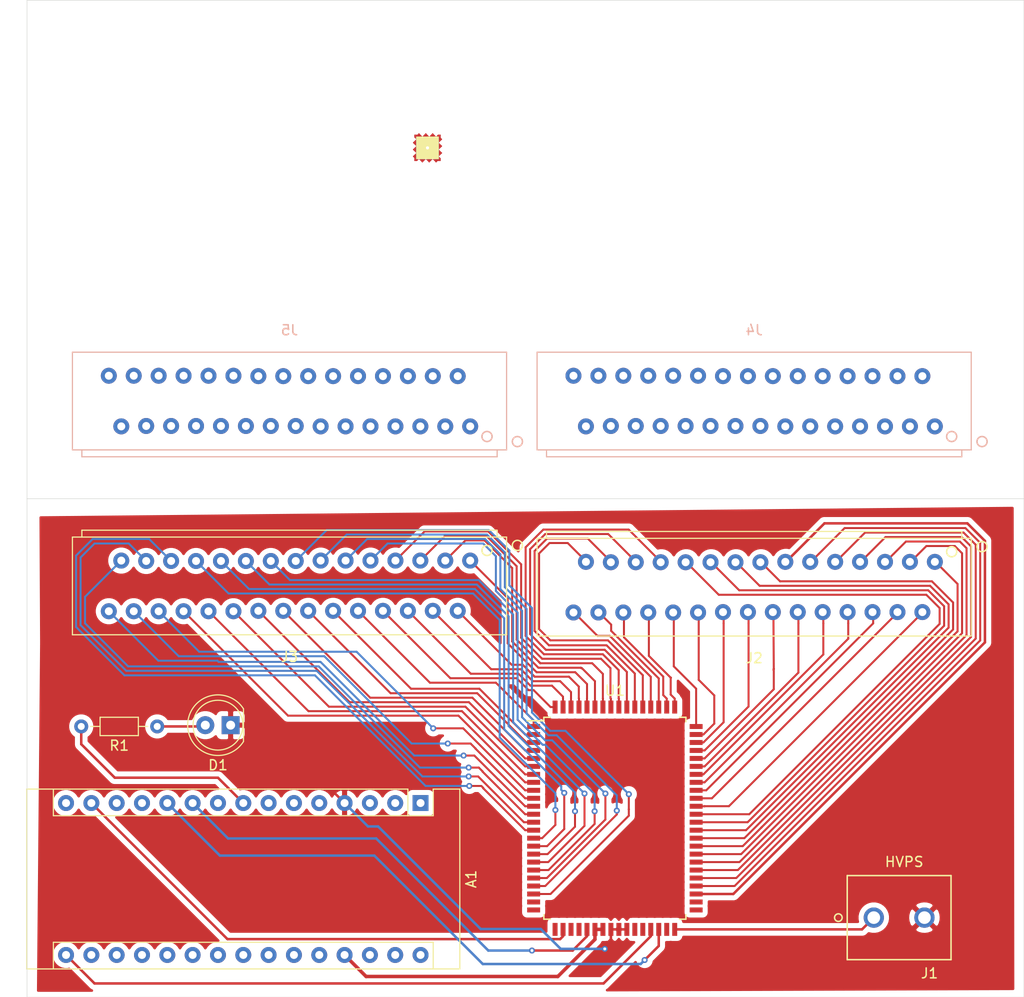
<source format=kicad_pcb>
(kicad_pcb (version 20171130) (host pcbnew "(5.1.5)-3")

  (general
    (thickness 1.6)
    (drawings 5)
    (tracks 521)
    (zones 0)
    (modules 10)
    (nets 163)
  )

  (page A4)
  (layers
    (0 F.Cu signal)
    (31 B.Cu signal)
    (32 B.Adhes user)
    (33 F.Adhes user)
    (34 B.Paste user)
    (35 F.Paste user)
    (36 B.SilkS user)
    (37 F.SilkS user)
    (38 B.Mask user)
    (39 F.Mask user)
    (40 Dwgs.User user)
    (41 Cmts.User user)
    (42 Eco1.User user)
    (43 Eco2.User user)
    (44 Edge.Cuts user)
    (45 Margin user)
    (46 B.CrtYd user)
    (47 F.CrtYd user)
    (48 B.Fab user)
    (49 F.Fab user)
  )

  (setup
    (last_trace_width 0.25)
    (trace_clearance 0.2)
    (zone_clearance 0.508)
    (zone_45_only no)
    (trace_min 0.2)
    (via_size 0.6)
    (via_drill 0.3)
    (via_min_size 0.4)
    (via_min_drill 0.3)
    (uvia_size 0.3)
    (uvia_drill 0.1)
    (uvias_allowed no)
    (uvia_min_size 0.2)
    (uvia_min_drill 0.1)
    (edge_width 0.05)
    (segment_width 0.2)
    (pcb_text_width 0.3)
    (pcb_text_size 1.5 1.5)
    (mod_edge_width 0.12)
    (mod_text_size 1 1)
    (mod_text_width 0.15)
    (pad_size 2.27 2.27)
    (pad_drill 0.3)
    (pad_to_mask_clearance 0.051)
    (solder_mask_min_width 0.25)
    (aux_axis_origin 0 0)
    (visible_elements 7FFFFFFF)
    (pcbplotparams
      (layerselection 0x010fc_ffffffff)
      (usegerberextensions false)
      (usegerberattributes false)
      (usegerberadvancedattributes false)
      (creategerberjobfile false)
      (excludeedgelayer true)
      (linewidth 0.100000)
      (plotframeref false)
      (viasonmask false)
      (mode 1)
      (useauxorigin false)
      (hpglpennumber 1)
      (hpglpenspeed 20)
      (hpglpendiameter 15.000000)
      (psnegative false)
      (psa4output false)
      (plotreference true)
      (plotvalue true)
      (plotinvisibletext false)
      (padsonsilk false)
      (subtractmaskfromsilk false)
      (outputformat 1)
      (mirror false)
      (drillshape 1)
      (scaleselection 1)
      (outputdirectory ""))
  )

  (net 0 "")
  (net 1 "Net-(A1-Pad1)")
  (net 2 "Net-(A1-Pad17)")
  (net 3 "Net-(A1-Pad2)")
  (net 4 "Net-(A1-Pad18)")
  (net 5 "Net-(A1-Pad3)")
  (net 6 "Net-(A1-Pad19)")
  (net 7 GND)
  (net 8 "Net-(A1-Pad20)")
  (net 9 "Net-(A1-Pad5)")
  (net 10 "Net-(A1-Pad21)")
  (net 11 "Net-(A1-Pad6)")
  (net 12 "Net-(A1-Pad22)")
  (net 13 "Net-(A1-Pad7)")
  (net 14 "Net-(A1-Pad23)")
  (net 15 "Net-(A1-Pad8)")
  (net 16 "Net-(A1-Pad24)")
  (net 17 "Net-(A1-Pad9)")
  (net 18 "Net-(A1-Pad25)")
  (net 19 ~BL)
  (net 20 "Net-(A1-Pad26)")
  (net 21 ~LE)
  (net 22 VDD)
  (net 23 "Net-(A1-Pad12)")
  (net 24 "Net-(A1-Pad28)")
  (net 25 "Net-(A1-Pad13)")
  (net 26 "Net-(A1-Pad29)")
  (net 27 DI)
  (net 28 "Net-(A1-Pad30)")
  (net 29 "Net-(A1-Pad15)")
  (net 30 SCLK)
  (net 31 "Net-(D1-Pad2)")
  (net 32 "Net-(J4-Pad16)")
  (net 33 "Net-(J4-Pad18)")
  (net 34 "Net-(J4-Pad20)")
  (net 35 "Net-(J4-Pad22)")
  (net 36 "Net-(J4-Pad24)")
  (net 37 "Net-(J4-Pad26)")
  (net 38 "Net-(J4-Pad28)")
  (net 39 "Net-(J4-Pad30)")
  (net 40 "Net-(J4-Pad14)")
  (net 41 "Net-(J4-Pad12)")
  (net 42 "Net-(J4-Pad10)")
  (net 43 "Net-(J4-Pad8)")
  (net 44 "Net-(J4-Pad6)")
  (net 45 "Net-(J4-Pad4)")
  (net 46 "Net-(J4-Pad2)")
  (net 47 "Net-(J4-Pad15)")
  (net 48 "Net-(J4-Pad13)")
  (net 49 "Net-(J4-Pad11)")
  (net 50 "Net-(J4-Pad9)")
  (net 51 "Net-(J4-Pad7)")
  (net 52 "Net-(J4-Pad5)")
  (net 53 "Net-(J4-Pad3)")
  (net 54 "Net-(J4-Pad17)")
  (net 55 "Net-(J4-Pad19)")
  (net 56 "Net-(J4-Pad21)")
  (net 57 "Net-(J4-Pad23)")
  (net 58 "Net-(J4-Pad25)")
  (net 59 "Net-(J4-Pad27)")
  (net 60 "Net-(J4-Pad29)")
  (net 61 "Net-(J5-Pad29)")
  (net 62 "Net-(J5-Pad27)")
  (net 63 "Net-(J5-Pad25)")
  (net 64 "Net-(J5-Pad23)")
  (net 65 "Net-(J5-Pad21)")
  (net 66 "Net-(J5-Pad19)")
  (net 67 "Net-(J5-Pad17)")
  (net 68 "Net-(J5-Pad1)")
  (net 69 "Net-(J5-Pad3)")
  (net 70 "Net-(J5-Pad5)")
  (net 71 "Net-(J5-Pad7)")
  (net 72 "Net-(J5-Pad9)")
  (net 73 "Net-(J5-Pad11)")
  (net 74 "Net-(J5-Pad13)")
  (net 75 "Net-(J5-Pad15)")
  (net 76 "Net-(J5-Pad2)")
  (net 77 "Net-(J5-Pad4)")
  (net 78 "Net-(J5-Pad6)")
  (net 79 "Net-(J5-Pad8)")
  (net 80 "Net-(J5-Pad10)")
  (net 81 "Net-(J5-Pad12)")
  (net 82 "Net-(J5-Pad14)")
  (net 83 "Net-(J5-Pad30)")
  (net 84 "Net-(J5-Pad28)")
  (net 85 "Net-(J5-Pad26)")
  (net 86 "Net-(J5-Pad24)")
  (net 87 "Net-(J5-Pad22)")
  (net 88 "Net-(J5-Pad20)")
  (net 89 "Net-(J5-Pad18)")
  (net 90 "Net-(J5-Pad16)")
  (net 91 "Net-(U1-Pad23)")
  (net 92 "Net-(U1-Pad24)")
  (net 93 "Net-(U1-Pad25)")
  (net 94 "Net-(U1-Pad27)")
  (net 95 "Net-(U1-Pad28)")
  (net 96 "Net-(U1-Pad35)")
  (net 97 "Net-(U1-Pad36)")
  (net 98 "Net-(U1-Pad39)")
  (net 99 CHNL_28)
  (net 100 CHNL_27)
  (net 101 CHNL_26)
  (net 102 CHNL_25)
  (net 103 CHNL_29)
  (net 104 CHNL_30)
  (net 105 CHNL_31)
  (net 106 CHNL_32)
  (net 107 "Net-(U1-Pad41)")
  (net 108 "Net-(U1-Pad42)")
  (net 109 CHNL_14)
  (net 110 CHNL_15)
  (net 111 CHNL_16)
  (net 112 CHNL_17)
  (net 113 CHNL_18)
  (net 114 CHNL_19)
  (net 115 CHNL_20)
  (net 116 CHNL_24)
  (net 117 CHNL_23)
  (net 118 CHNL_22)
  (net 119 CHNL_21)
  (net 120 CHNL_13)
  (net 121 CHNL_12)
  (net 122 CHNL_11)
  (net 123 CHNL_6)
  (net 124 CHNL_7)
  (net 125 CHNL_8)
  (net 126 CHNL_9)
  (net 127 CHNL_10)
  (net 128 CHNL_3)
  (net 129 CHNL_4)
  (net 130 CHNL_5)
  (net 131 VPP)
  (net 132 CHNL_36)
  (net 133 CHNL_35)
  (net 134 CHNL_34)
  (net 135 CHNL_33)
  (net 136 CHNL_37)
  (net 137 CHNL_38)
  (net 138 CHNL_39)
  (net 139 CHNL_40)
  (net 140 CHNL_41)
  (net 141 CHNL_42)
  (net 142 CHNL_43)
  (net 143 CHNL_51)
  (net 144 CHNL_50)
  (net 145 CHNL_49)
  (net 146 CHNL_48)
  (net 147 CHNL_47)
  (net 148 CHNL_46)
  (net 149 CHNL_45)
  (net 150 CHNL_44)
  (net 151 CHNL_62)
  (net 152 CHNL_61)
  (net 153 CHNL_60)
  (net 154 CHNL_59)
  (net 155 CHNL_58)
  (net 156 CHNL_57)
  (net 157 CHNL_56)
  (net 158 CHNL_52)
  (net 159 CHNL_53)
  (net 160 CHNL_54)
  (net 161 CHNL_55)
  (net 162 "Net-(E1-Pad~)")

  (net_class Default "This is the default net class."
    (clearance 0.2)
    (trace_width 0.25)
    (via_dia 0.6)
    (via_drill 0.3)
    (uvia_dia 0.3)
    (uvia_drill 0.1)
    (add_net DI)
    (add_net GND)
    (add_net "Net-(A1-Pad1)")
    (add_net "Net-(A1-Pad12)")
    (add_net "Net-(A1-Pad13)")
    (add_net "Net-(A1-Pad15)")
    (add_net "Net-(A1-Pad17)")
    (add_net "Net-(A1-Pad18)")
    (add_net "Net-(A1-Pad19)")
    (add_net "Net-(A1-Pad2)")
    (add_net "Net-(A1-Pad20)")
    (add_net "Net-(A1-Pad21)")
    (add_net "Net-(A1-Pad22)")
    (add_net "Net-(A1-Pad23)")
    (add_net "Net-(A1-Pad24)")
    (add_net "Net-(A1-Pad25)")
    (add_net "Net-(A1-Pad26)")
    (add_net "Net-(A1-Pad28)")
    (add_net "Net-(A1-Pad29)")
    (add_net "Net-(A1-Pad3)")
    (add_net "Net-(A1-Pad30)")
    (add_net "Net-(A1-Pad5)")
    (add_net "Net-(A1-Pad6)")
    (add_net "Net-(A1-Pad7)")
    (add_net "Net-(A1-Pad8)")
    (add_net "Net-(A1-Pad9)")
    (add_net "Net-(D1-Pad2)")
    (add_net "Net-(E1-Pad~)")
    (add_net "Net-(J4-Pad10)")
    (add_net "Net-(J4-Pad11)")
    (add_net "Net-(J4-Pad12)")
    (add_net "Net-(J4-Pad13)")
    (add_net "Net-(J4-Pad14)")
    (add_net "Net-(J4-Pad15)")
    (add_net "Net-(J4-Pad16)")
    (add_net "Net-(J4-Pad17)")
    (add_net "Net-(J4-Pad18)")
    (add_net "Net-(J4-Pad19)")
    (add_net "Net-(J4-Pad2)")
    (add_net "Net-(J4-Pad20)")
    (add_net "Net-(J4-Pad21)")
    (add_net "Net-(J4-Pad22)")
    (add_net "Net-(J4-Pad23)")
    (add_net "Net-(J4-Pad24)")
    (add_net "Net-(J4-Pad25)")
    (add_net "Net-(J4-Pad26)")
    (add_net "Net-(J4-Pad27)")
    (add_net "Net-(J4-Pad28)")
    (add_net "Net-(J4-Pad29)")
    (add_net "Net-(J4-Pad3)")
    (add_net "Net-(J4-Pad30)")
    (add_net "Net-(J4-Pad4)")
    (add_net "Net-(J4-Pad5)")
    (add_net "Net-(J4-Pad6)")
    (add_net "Net-(J4-Pad7)")
    (add_net "Net-(J4-Pad8)")
    (add_net "Net-(J4-Pad9)")
    (add_net "Net-(J5-Pad1)")
    (add_net "Net-(J5-Pad10)")
    (add_net "Net-(J5-Pad11)")
    (add_net "Net-(J5-Pad12)")
    (add_net "Net-(J5-Pad13)")
    (add_net "Net-(J5-Pad14)")
    (add_net "Net-(J5-Pad15)")
    (add_net "Net-(J5-Pad16)")
    (add_net "Net-(J5-Pad17)")
    (add_net "Net-(J5-Pad18)")
    (add_net "Net-(J5-Pad19)")
    (add_net "Net-(J5-Pad2)")
    (add_net "Net-(J5-Pad20)")
    (add_net "Net-(J5-Pad21)")
    (add_net "Net-(J5-Pad22)")
    (add_net "Net-(J5-Pad23)")
    (add_net "Net-(J5-Pad24)")
    (add_net "Net-(J5-Pad25)")
    (add_net "Net-(J5-Pad26)")
    (add_net "Net-(J5-Pad27)")
    (add_net "Net-(J5-Pad28)")
    (add_net "Net-(J5-Pad29)")
    (add_net "Net-(J5-Pad3)")
    (add_net "Net-(J5-Pad30)")
    (add_net "Net-(J5-Pad4)")
    (add_net "Net-(J5-Pad5)")
    (add_net "Net-(J5-Pad6)")
    (add_net "Net-(J5-Pad7)")
    (add_net "Net-(J5-Pad8)")
    (add_net "Net-(J5-Pad9)")
    (add_net "Net-(U1-Pad23)")
    (add_net "Net-(U1-Pad24)")
    (add_net "Net-(U1-Pad25)")
    (add_net "Net-(U1-Pad27)")
    (add_net "Net-(U1-Pad28)")
    (add_net "Net-(U1-Pad35)")
    (add_net "Net-(U1-Pad36)")
    (add_net "Net-(U1-Pad39)")
    (add_net "Net-(U1-Pad41)")
    (add_net "Net-(U1-Pad42)")
    (add_net SCLK)
    (add_net VPP)
    (add_net ~BL)
    (add_net ~LE)
  )

  (net_class DMF_HV ""
    (clearance 0.25)
    (trace_width 0.2)
    (via_dia 0.6)
    (via_drill 0.3)
    (uvia_dia 0.3)
    (uvia_drill 0.1)
    (add_net CHNL_10)
    (add_net CHNL_11)
    (add_net CHNL_12)
    (add_net CHNL_13)
    (add_net CHNL_14)
    (add_net CHNL_15)
    (add_net CHNL_16)
    (add_net CHNL_17)
    (add_net CHNL_18)
    (add_net CHNL_19)
    (add_net CHNL_20)
    (add_net CHNL_21)
    (add_net CHNL_22)
    (add_net CHNL_23)
    (add_net CHNL_24)
    (add_net CHNL_25)
    (add_net CHNL_26)
    (add_net CHNL_27)
    (add_net CHNL_28)
    (add_net CHNL_29)
    (add_net CHNL_3)
    (add_net CHNL_30)
    (add_net CHNL_31)
    (add_net CHNL_32)
    (add_net CHNL_33)
    (add_net CHNL_34)
    (add_net CHNL_35)
    (add_net CHNL_36)
    (add_net CHNL_37)
    (add_net CHNL_38)
    (add_net CHNL_39)
    (add_net CHNL_4)
    (add_net CHNL_40)
    (add_net CHNL_41)
    (add_net CHNL_42)
    (add_net CHNL_43)
    (add_net CHNL_44)
    (add_net CHNL_45)
    (add_net CHNL_46)
    (add_net CHNL_47)
    (add_net CHNL_48)
    (add_net CHNL_49)
    (add_net CHNL_5)
    (add_net CHNL_50)
    (add_net CHNL_51)
    (add_net CHNL_52)
    (add_net CHNL_53)
    (add_net CHNL_54)
    (add_net CHNL_55)
    (add_net CHNL_56)
    (add_net CHNL_57)
    (add_net CHNL_58)
    (add_net CHNL_59)
    (add_net CHNL_6)
    (add_net CHNL_60)
    (add_net CHNL_61)
    (add_net CHNL_62)
    (add_net CHNL_7)
    (add_net CHNL_8)
    (add_net CHNL_9)
  )

  (net_class LV_Power ""
    (clearance 0.2)
    (trace_width 0.35)
    (via_dia 0.6)
    (via_drill 0.3)
    (uvia_dia 0.3)
    (uvia_drill 0.1)
    (add_net VDD)
  )

  (module dmf_relay_board:ELECTRODE_2_75_4MIL_4_5 (layer F.Cu) (tedit 5EA87961) (tstamp 5EA8EDBF)
    (at 152.146 65.3415)
    (path /5EAD65A6)
    (fp_text reference E1 (at 0.49 2.21) (layer F.SilkS) hide
      (effects (font (size 1 1) (thickness 0.15)))
    )
    (fp_text value ELEC_SML (at 1.14 -2.07) (layer F.Fab) hide
      (effects (font (size 1 1) (thickness 0.15)))
    )
    (fp_line (start -1.375 1.375) (end 1.375 1.375) (layer F.CrtYd) (width 0.05))
    (fp_line (start 1.17 0.39) (end 1.3 0.52) (layer F.Cu) (width 0.15))
    (fp_line (start 1.3 0.52) (end 1.17 0.64) (layer F.Cu) (width 0.15))
    (fp_line (start 1.17 0.64) (end 1.17 0.39) (layer F.Cu) (width 0.15))
    (fp_line (start 1.16 -0.3) (end 1.29 -0.17) (layer F.Cu) (width 0.15))
    (fp_line (start 1.29 -0.17) (end 1.16 -0.05) (layer F.Cu) (width 0.15))
    (fp_line (start 1.16 -0.05) (end 1.16 -0.3) (layer F.Cu) (width 0.15))
    (fp_line (start 1.07 -1.17) (end 1.18 -1.17) (layer F.Cu) (width 0.15))
    (fp_line (start 1.18 -1.17) (end 1.17 -0.72) (layer F.Cu) (width 0.15))
    (fp_line (start 1.17 -0.72) (end 1.27 -0.88) (layer F.Cu) (width 0.15))
    (fp_line (start -1.17 -0.39) (end -1.3 -0.52) (layer F.Cu) (width 0.15))
    (fp_line (start -1.3 -0.52) (end -1.17 -0.64) (layer F.Cu) (width 0.15))
    (fp_line (start -1.17 -0.64) (end -1.17 -0.39) (layer F.Cu) (width 0.15))
    (fp_line (start -1.16 0.3) (end -1.29 0.17) (layer F.Cu) (width 0.15))
    (fp_line (start -1.29 0.17) (end -1.16 0.05) (layer F.Cu) (width 0.15))
    (fp_line (start -1.16 0.05) (end -1.16 0.3) (layer F.Cu) (width 0.15))
    (fp_line (start -1.07 1.17) (end -1.18 1.17) (layer F.Cu) (width 0.15))
    (fp_line (start -1.18 1.17) (end -1.17 0.72) (layer F.Cu) (width 0.15))
    (fp_line (start -1.17 0.72) (end -1.27 0.88) (layer F.Cu) (width 0.15))
    (fp_line (start -0.39 1.17) (end -0.52 1.3) (layer F.Cu) (width 0.15))
    (fp_line (start -0.52 1.3) (end -0.64 1.17) (layer F.Cu) (width 0.15))
    (fp_line (start -0.64 1.17) (end -0.39 1.17) (layer F.Cu) (width 0.15))
    (fp_line (start 0.3 1.16) (end 0.17 1.29) (layer F.Cu) (width 0.15))
    (fp_line (start 0.17 1.29) (end 0.05 1.16) (layer F.Cu) (width 0.15))
    (fp_line (start 0.05 1.16) (end 0.3 1.16) (layer F.Cu) (width 0.15))
    (fp_line (start 1.17 1.07) (end 1.17 1.18) (layer F.Cu) (width 0.15))
    (fp_line (start 1.17 1.18) (end 0.72 1.17) (layer F.Cu) (width 0.15))
    (fp_line (start 0.72 1.17) (end 0.88 1.27) (layer F.Cu) (width 0.15))
    (fp_line (start 0.39 -1.17) (end 0.52 -1.3) (layer F.Cu) (width 0.15))
    (fp_line (start 0.52 -1.3) (end 0.64 -1.17) (layer F.Cu) (width 0.15))
    (fp_line (start 0.64 -1.17) (end 0.39 -1.17) (layer F.Cu) (width 0.15))
    (fp_line (start -0.3 -1.16) (end -0.17 -1.29) (layer F.Cu) (width 0.15))
    (fp_line (start -0.17 -1.29) (end -0.05 -1.16) (layer F.Cu) (width 0.15))
    (fp_line (start -0.05 -1.16) (end -0.3 -1.16) (layer F.Cu) (width 0.15))
    (fp_line (start -1.17 -1.07) (end -1.17 -1.18) (layer F.Cu) (width 0.15))
    (fp_line (start -1.17 -1.18) (end -0.72 -1.17) (layer F.Cu) (width 0.15))
    (fp_line (start -0.72 -1.17) (end -0.88 -1.27) (layer F.Cu) (width 0.15))
    (fp_line (start 1.411 -0.859) (end 1.275 -0.989) (layer F.Cu) (width 0.1))
    (fp_line (start 1.275 -0.989) (end 1.275 -1.275) (layer F.Cu) (width 0.1))
    (fp_line (start 1.275 -1.275) (end 1.074 -1.275) (layer F.Cu) (width 0.1))
    (fp_line (start 1.074 -1.275) (end 0.859 -1.051) (layer F.Cu) (width 0.1))
    (fp_line (start -1.411 0.859) (end -1.275 0.989) (layer F.Cu) (width 0.1))
    (fp_line (start -1.275 0.989) (end -1.275 1.275) (layer F.Cu) (width 0.1))
    (fp_line (start -1.275 1.275) (end -1.074 1.275) (layer F.Cu) (width 0.1))
    (fp_line (start -1.074 1.275) (end -0.859 1.051) (layer F.Cu) (width 0.1))
    (fp_line (start 0.859 1.411) (end 0.989 1.275) (layer F.Cu) (width 0.1))
    (fp_line (start 0.989 1.275) (end 1.275 1.275) (layer F.Cu) (width 0.1))
    (fp_line (start 1.275 1.275) (end 1.275 1.074) (layer F.Cu) (width 0.1))
    (fp_line (start 1.275 1.074) (end 1.051 0.859) (layer F.Cu) (width 0.1))
    (fp_line (start -0.859 -1.411) (end -0.989 -1.275) (layer F.Cu) (width 0.1))
    (fp_line (start -0.989 -1.275) (end -1.275 -1.275) (layer F.Cu) (width 0.1))
    (fp_line (start -1.275 -1.275) (end -1.275 -1.074) (layer F.Cu) (width 0.1))
    (fp_line (start -1.275 -1.074) (end -1.051 -0.859) (layer F.Cu) (width 0.1))
    (fp_line (start -1.375 -1.375) (end -1.375 1.375) (layer F.CrtYd) (width 0.05))
    (fp_line (start 1.375 -1.375) (end 1.375 1.375) (layer F.CrtYd) (width 0.05))
    (fp_line (start -1.375 -1.375) (end 1.375 -1.375) (layer F.CrtYd) (width 0.05))
    (fp_line (start -0.859375 -1.411) (end -0.515625 -1.051) (layer F.Cu) (width 0.1))
    (fp_line (start 0.859375 1.411) (end 0.515625 1.051) (layer F.Cu) (width 0.1))
    (fp_line (start -1.411 0.859375) (end -1.051 0.515625) (layer F.Cu) (width 0.1))
    (fp_line (start 1.411 -0.859375) (end 1.051 -0.515625) (layer F.Cu) (width 0.1))
    (fp_line (start -0.515625 -1.051) (end -0.171875 -1.411) (layer F.Cu) (width 0.1))
    (fp_line (start -0.171875 -1.411) (end 0.171875 -1.051) (layer F.Cu) (width 0.1))
    (fp_line (start 0.515625 1.051) (end 0.171875 1.411) (layer F.Cu) (width 0.1))
    (fp_line (start 0.171875 1.411) (end -0.171875 1.051) (layer F.Cu) (width 0.1))
    (fp_line (start -1.051 0.515625) (end -1.411 0.171875) (layer F.Cu) (width 0.1))
    (fp_line (start -1.411 0.171875) (end -1.051 -0.171875) (layer F.Cu) (width 0.1))
    (fp_line (start 1.051 -0.515625) (end 1.411 -0.171875) (layer F.Cu) (width 0.1))
    (fp_line (start 1.411 -0.171875) (end 1.051 0.171875) (layer F.Cu) (width 0.1))
    (fp_line (start 0.171875 -1.051) (end 0.515625 -1.411) (layer F.Cu) (width 0.1))
    (fp_line (start 0.515625 -1.411) (end 0.859375 -1.051) (layer F.Cu) (width 0.1))
    (fp_line (start -0.171875 1.051) (end -0.515625 1.411) (layer F.Cu) (width 0.1))
    (fp_line (start -0.515625 1.411) (end -0.859375 1.051) (layer F.Cu) (width 0.1))
    (fp_line (start -1.051 -0.171875) (end -1.411 -0.515625) (layer F.Cu) (width 0.1))
    (fp_line (start -1.411 -0.515625) (end -1.051 -0.859375) (layer F.Cu) (width 0.1))
    (fp_line (start 1.051 0.171875) (end 1.411 0.515625) (layer F.Cu) (width 0.1))
    (fp_line (start 1.411 0.515625) (end 1.051 0.859375) (layer F.Cu) (width 0.1))
    (pad 1 thru_hole rect (at 0 0) (size 2.27 2.27) (drill 0.3) (layers F.Cu F.SilkS F.Mask))
    (pad 1 thru_hole circle (at 0 0) (size 0.6048 0.6048) (drill 0.3) (layers *.Cu *.Mask F.SilkS))
  )

  (module Package_QFP:PQFP-80_14x20mm_P0.8mm (layer F.Cu) (tedit 5A02F146) (tstamp 5EA7EE71)
    (at 170.942 132.588)
    (descr "PQFP80 14x20 / QIP80E CASE 122BS (see ON Semiconductor 122BS.PDF)")
    (tags "QFP 0.8")
    (path /5E9F26EB)
    (attr smd)
    (fp_text reference U1 (at 0 -12.8 180) (layer F.SilkS)
      (effects (font (size 1 1) (thickness 0.15)))
    )
    (fp_text value HV507 (at 0 12.8 180) (layer F.Fab)
      (effects (font (size 1 1) (thickness 0.15)))
    )
    (fp_text user %R (at 0 0 180) (layer F.Fab)
      (effects (font (size 1 1) (thickness 0.15)))
    )
    (fp_line (start -6 -10) (end 7 -10) (layer F.Fab) (width 0.15))
    (fp_line (start 7 -10) (end 7 10) (layer F.Fab) (width 0.15))
    (fp_line (start 7 10) (end -7 10) (layer F.Fab) (width 0.15))
    (fp_line (start -7 10) (end -7 -9) (layer F.Fab) (width 0.15))
    (fp_line (start -7 -9) (end -6 -10) (layer F.Fab) (width 0.15))
    (fp_line (start -9.05 -12.05) (end -9.05 12.05) (layer F.CrtYd) (width 0.05))
    (fp_line (start 9.05 -12.05) (end 9.05 12.05) (layer F.CrtYd) (width 0.05))
    (fp_line (start -9.05 -12.05) (end 9.05 -12.05) (layer F.CrtYd) (width 0.05))
    (fp_line (start -9.05 12.05) (end 9.05 12.05) (layer F.CrtYd) (width 0.05))
    (fp_line (start -7.125 -10.125) (end -7.125 -9.775) (layer F.SilkS) (width 0.15))
    (fp_line (start 7.125 -10.125) (end 7.125 -9.675) (layer F.SilkS) (width 0.15))
    (fp_line (start 7.125 10.125) (end 7.125 9.675) (layer F.SilkS) (width 0.15))
    (fp_line (start -7.125 10.125) (end -7.125 9.675) (layer F.SilkS) (width 0.15))
    (fp_line (start -7.125 -10.125) (end -6.475 -10.125) (layer F.SilkS) (width 0.15))
    (fp_line (start -7.125 10.125) (end -6.475 10.125) (layer F.SilkS) (width 0.15))
    (fp_line (start 7.125 10.125) (end 6.475 10.125) (layer F.SilkS) (width 0.15))
    (fp_line (start 7.125 -10.125) (end 6.475 -10.125) (layer F.SilkS) (width 0.15))
    (fp_line (start -7.125 -9.775) (end -8.8 -9.775) (layer F.SilkS) (width 0.15))
    (pad 1 smd rect (at -8.15 -9.2) (size 1.3 0.5) (layers F.Cu F.Paste F.Mask)
      (net 140 CHNL_41))
    (pad 2 smd rect (at -8.15 -8.4) (size 1.3 0.5) (layers F.Cu F.Paste F.Mask)
      (net 141 CHNL_42))
    (pad 3 smd rect (at -8.15 -7.6) (size 1.3 0.5) (layers F.Cu F.Paste F.Mask)
      (net 142 CHNL_43))
    (pad 4 smd rect (at -8.15 -6.8) (size 1.3 0.5) (layers F.Cu F.Paste F.Mask)
      (net 150 CHNL_44))
    (pad 5 smd rect (at -8.15 -6) (size 1.3 0.5) (layers F.Cu F.Paste F.Mask)
      (net 149 CHNL_45))
    (pad 6 smd rect (at -8.15 -5.2) (size 1.3 0.5) (layers F.Cu F.Paste F.Mask)
      (net 148 CHNL_46))
    (pad 7 smd rect (at -8.15 -4.4) (size 1.3 0.5) (layers F.Cu F.Paste F.Mask)
      (net 147 CHNL_47))
    (pad 8 smd rect (at -8.15 -3.6) (size 1.3 0.5) (layers F.Cu F.Paste F.Mask)
      (net 146 CHNL_48))
    (pad 9 smd rect (at -8.15 -2.8) (size 1.3 0.5) (layers F.Cu F.Paste F.Mask)
      (net 145 CHNL_49))
    (pad 10 smd rect (at -8.15 -2) (size 1.3 0.5) (layers F.Cu F.Paste F.Mask)
      (net 144 CHNL_50))
    (pad 11 smd rect (at -8.15 -1.2) (size 1.3 0.5) (layers F.Cu F.Paste F.Mask)
      (net 143 CHNL_51))
    (pad 12 smd rect (at -8.15 -0.4) (size 1.3 0.5) (layers F.Cu F.Paste F.Mask)
      (net 158 CHNL_52))
    (pad 13 smd rect (at -8.15 0.4) (size 1.3 0.5) (layers F.Cu F.Paste F.Mask)
      (net 159 CHNL_53))
    (pad 14 smd rect (at -8.15 1.2) (size 1.3 0.5) (layers F.Cu F.Paste F.Mask)
      (net 160 CHNL_54))
    (pad 15 smd rect (at -8.15 2) (size 1.3 0.5) (layers F.Cu F.Paste F.Mask)
      (net 161 CHNL_55))
    (pad 16 smd rect (at -8.15 2.8) (size 1.3 0.5) (layers F.Cu F.Paste F.Mask)
      (net 157 CHNL_56))
    (pad 17 smd rect (at -8.15 3.6) (size 1.3 0.5) (layers F.Cu F.Paste F.Mask)
      (net 156 CHNL_57))
    (pad 18 smd rect (at -8.15 4.4) (size 1.3 0.5) (layers F.Cu F.Paste F.Mask)
      (net 155 CHNL_58))
    (pad 19 smd rect (at -8.15 5.2) (size 1.3 0.5) (layers F.Cu F.Paste F.Mask)
      (net 154 CHNL_59))
    (pad 20 smd rect (at -8.15 6) (size 1.3 0.5) (layers F.Cu F.Paste F.Mask)
      (net 153 CHNL_60))
    (pad 21 smd rect (at -8.15 6.8) (size 1.3 0.5) (layers F.Cu F.Paste F.Mask)
      (net 152 CHNL_61))
    (pad 22 smd rect (at -8.15 7.6) (size 1.3 0.5) (layers F.Cu F.Paste F.Mask)
      (net 151 CHNL_62))
    (pad 23 smd rect (at -8.15 8.4) (size 1.3 0.5) (layers F.Cu F.Paste F.Mask)
      (net 91 "Net-(U1-Pad23)"))
    (pad 24 smd rect (at -8.15 9.2) (size 1.3 0.5) (layers F.Cu F.Paste F.Mask)
      (net 92 "Net-(U1-Pad24)"))
    (pad 25 smd rect (at -6 11.15 90) (size 1.3 0.5) (layers F.Cu F.Paste F.Mask)
      (net 93 "Net-(U1-Pad25)"))
    (pad 26 smd rect (at -5.2 11.15 90) (size 1.3 0.5) (layers F.Cu F.Paste F.Mask)
      (net 27 DI))
    (pad 27 smd rect (at -4.4 11.15 90) (size 1.3 0.5) (layers F.Cu F.Paste F.Mask)
      (net 94 "Net-(U1-Pad27)"))
    (pad 28 smd rect (at -3.6 11.15 90) (size 1.3 0.5) (layers F.Cu F.Paste F.Mask)
      (net 95 "Net-(U1-Pad28)"))
    (pad 29 smd rect (at -2.8 11.15 90) (size 1.3 0.5) (layers F.Cu F.Paste F.Mask)
      (net 19 ~BL))
    (pad 30 smd rect (at -2 11.15 90) (size 1.3 0.5) (layers F.Cu F.Paste F.Mask)
      (net 22 VDD))
    (pad 31 smd rect (at -1.2 11.15 90) (size 1.3 0.5) (layers F.Cu F.Paste F.Mask)
      (net 22 VDD))
    (pad 32 smd rect (at -0.4 11.15 90) (size 1.3 0.5) (layers F.Cu F.Paste F.Mask)
      (net 7 GND))
    (pad 33 smd rect (at 0.4 11.15 90) (size 1.3 0.5) (layers F.Cu F.Paste F.Mask)
      (net 7 GND))
    (pad 34 smd rect (at 1.2 11.15 90) (size 1.3 0.5) (layers F.Cu F.Paste F.Mask)
      (net 7 GND))
    (pad 35 smd rect (at 2 11.15 90) (size 1.3 0.5) (layers F.Cu F.Paste F.Mask)
      (net 96 "Net-(U1-Pad35)"))
    (pad 36 smd rect (at 2.8 11.15 90) (size 1.3 0.5) (layers F.Cu F.Paste F.Mask)
      (net 97 "Net-(U1-Pad36)"))
    (pad 37 smd rect (at 3.6 11.15 90) (size 1.3 0.5) (layers F.Cu F.Paste F.Mask)
      (net 30 SCLK))
    (pad 38 smd rect (at 4.4 11.15 90) (size 1.3 0.5) (layers F.Cu F.Paste F.Mask)
      (net 21 ~LE))
    (pad 39 smd rect (at 5.2 11.15 90) (size 1.3 0.5) (layers F.Cu F.Paste F.Mask)
      (net 98 "Net-(U1-Pad39)"))
    (pad 40 smd rect (at 6 11.15 90) (size 1.3 0.5) (layers F.Cu F.Paste F.Mask)
      (net 131 VPP))
    (pad 41 smd rect (at 8.15 9.2) (size 1.3 0.5) (layers F.Cu F.Paste F.Mask)
      (net 107 "Net-(U1-Pad41)"))
    (pad 42 smd rect (at 8.15 8.4) (size 1.3 0.5) (layers F.Cu F.Paste F.Mask)
      (net 108 "Net-(U1-Pad42)"))
    (pad 43 smd rect (at 8.15 7.6) (size 1.3 0.5) (layers F.Cu F.Paste F.Mask)
      (net 128 CHNL_3))
    (pad 44 smd rect (at 8.15 6.8) (size 1.3 0.5) (layers F.Cu F.Paste F.Mask)
      (net 129 CHNL_4))
    (pad 45 smd rect (at 8.15 6) (size 1.3 0.5) (layers F.Cu F.Paste F.Mask)
      (net 130 CHNL_5))
    (pad 46 smd rect (at 8.15 5.2) (size 1.3 0.5) (layers F.Cu F.Paste F.Mask)
      (net 123 CHNL_6))
    (pad 47 smd rect (at 8.15 4.4) (size 1.3 0.5) (layers F.Cu F.Paste F.Mask)
      (net 124 CHNL_7))
    (pad 48 smd rect (at 8.15 3.6) (size 1.3 0.5) (layers F.Cu F.Paste F.Mask)
      (net 125 CHNL_8))
    (pad 49 smd rect (at 8.15 2.8) (size 1.3 0.5) (layers F.Cu F.Paste F.Mask)
      (net 126 CHNL_9))
    (pad 50 smd rect (at 8.15 2) (size 1.3 0.5) (layers F.Cu F.Paste F.Mask)
      (net 127 CHNL_10))
    (pad 51 smd rect (at 8.15 1.2) (size 1.3 0.5) (layers F.Cu F.Paste F.Mask)
      (net 122 CHNL_11))
    (pad 52 smd rect (at 8.15 0.4) (size 1.3 0.5) (layers F.Cu F.Paste F.Mask)
      (net 121 CHNL_12))
    (pad 53 smd rect (at 8.15 -0.4) (size 1.3 0.5) (layers F.Cu F.Paste F.Mask)
      (net 120 CHNL_13))
    (pad 54 smd rect (at 8.15 -1.2) (size 1.3 0.5) (layers F.Cu F.Paste F.Mask)
      (net 109 CHNL_14))
    (pad 55 smd rect (at 8.15 -2) (size 1.3 0.5) (layers F.Cu F.Paste F.Mask)
      (net 110 CHNL_15))
    (pad 56 smd rect (at 8.15 -2.8) (size 1.3 0.5) (layers F.Cu F.Paste F.Mask)
      (net 111 CHNL_16))
    (pad 57 smd rect (at 8.15 -3.6) (size 1.3 0.5) (layers F.Cu F.Paste F.Mask)
      (net 112 CHNL_17))
    (pad 58 smd rect (at 8.15 -4.4) (size 1.3 0.5) (layers F.Cu F.Paste F.Mask)
      (net 113 CHNL_18))
    (pad 59 smd rect (at 8.15 -5.2) (size 1.3 0.5) (layers F.Cu F.Paste F.Mask)
      (net 114 CHNL_19))
    (pad 60 smd rect (at 8.15 -6) (size 1.3 0.5) (layers F.Cu F.Paste F.Mask)
      (net 115 CHNL_20))
    (pad 61 smd rect (at 8.15 -6.8) (size 1.3 0.5) (layers F.Cu F.Paste F.Mask)
      (net 119 CHNL_21))
    (pad 62 smd rect (at 8.15 -7.6) (size 1.3 0.5) (layers F.Cu F.Paste F.Mask)
      (net 118 CHNL_22))
    (pad 63 smd rect (at 8.15 -8.4) (size 1.3 0.5) (layers F.Cu F.Paste F.Mask)
      (net 117 CHNL_23))
    (pad 64 smd rect (at 8.15 -9.2) (size 1.3 0.5) (layers F.Cu F.Paste F.Mask)
      (net 116 CHNL_24))
    (pad 65 smd rect (at 6 -11.15 90) (size 1.3 0.5) (layers F.Cu F.Paste F.Mask)
      (net 102 CHNL_25))
    (pad 66 smd rect (at 5.2 -11.15 90) (size 1.3 0.5) (layers F.Cu F.Paste F.Mask)
      (net 101 CHNL_26))
    (pad 67 smd rect (at 4.4 -11.15 90) (size 1.3 0.5) (layers F.Cu F.Paste F.Mask)
      (net 100 CHNL_27))
    (pad 68 smd rect (at 3.6 -11.15 90) (size 1.3 0.5) (layers F.Cu F.Paste F.Mask)
      (net 99 CHNL_28))
    (pad 69 smd rect (at 2.8 -11.15 90) (size 1.3 0.5) (layers F.Cu F.Paste F.Mask)
      (net 103 CHNL_29))
    (pad 70 smd rect (at 2 -11.15 90) (size 1.3 0.5) (layers F.Cu F.Paste F.Mask)
      (net 104 CHNL_30))
    (pad 71 smd rect (at 1.2 -11.15 90) (size 1.3 0.5) (layers F.Cu F.Paste F.Mask)
      (net 105 CHNL_31))
    (pad 72 smd rect (at 0.4 -11.15 90) (size 1.3 0.5) (layers F.Cu F.Paste F.Mask)
      (net 106 CHNL_32))
    (pad 73 smd rect (at -0.4 -11.15 90) (size 1.3 0.5) (layers F.Cu F.Paste F.Mask)
      (net 135 CHNL_33))
    (pad 74 smd rect (at -1.2 -11.15 90) (size 1.3 0.5) (layers F.Cu F.Paste F.Mask)
      (net 134 CHNL_34))
    (pad 75 smd rect (at -2 -11.15 90) (size 1.3 0.5) (layers F.Cu F.Paste F.Mask)
      (net 133 CHNL_35))
    (pad 76 smd rect (at -2.8 -11.15 90) (size 1.3 0.5) (layers F.Cu F.Paste F.Mask)
      (net 132 CHNL_36))
    (pad 77 smd rect (at -3.6 -11.15 90) (size 1.3 0.5) (layers F.Cu F.Paste F.Mask)
      (net 136 CHNL_37))
    (pad 78 smd rect (at -4.4 -11.15 90) (size 1.3 0.5) (layers F.Cu F.Paste F.Mask)
      (net 137 CHNL_38))
    (pad 79 smd rect (at -5.2 -11.15 90) (size 1.3 0.5) (layers F.Cu F.Paste F.Mask)
      (net 138 CHNL_39))
    (pad 80 smd rect (at -6 -11.15 90) (size 1.3 0.5) (layers F.Cu F.Paste F.Mask)
      (net 139 CHNL_40))
    (model ${KISYS3DMOD}/Package_QFP.3dshapes/PQFP-80_14x20mm_P0.8mm.wrl
      (at (xyz 0 0 0))
      (scale (xyz 1 1 1))
      (rotate (xyz 0 0 0))
    )
  )

  (module dmf_relay_board:MOLEX_30POS_FFC_TOP_CONN (layer F.Cu) (tedit 5EA718EF) (tstamp 5EA70DE2)
    (at 184.912 109.4105 180)
    (path /5EA5096A)
    (fp_text reference J2 (at 0 -7.112) (layer F.SilkS)
      (effects (font (size 1 1) (thickness 0.15)))
    )
    (fp_text value "Relays to Electrodes 1" (at 0 7.62) (layer F.Fab)
      (effects (font (size 1 1) (thickness 0.15)))
    )
    (fp_line (start 20.828 5.588) (end 20.828 4.9) (layer F.SilkS) (width 0.12))
    (fp_line (start -20.828 5.588) (end 20.828 5.588) (layer F.SilkS) (width 0.12))
    (fp_line (start -20.828 4.9) (end -20.828 5.588) (layer F.SilkS) (width 0.12))
    (fp_circle (center -19.812 3.556) (end -19.304 3.556) (layer F.SilkS) (width 0.15))
    (fp_circle (center -22.86 4.064) (end -22.352 4.064) (layer F.SilkS) (width 0.15))
    (fp_line (start -21.775 4.9) (end 21.775 4.9) (layer F.SilkS) (width 0.12))
    (fp_line (start 21.775 -4.9) (end -21.775 -4.9) (layer F.SilkS) (width 0.12))
    (fp_line (start 21.775 -4.9) (end 21.775 4.9) (layer F.SilkS) (width 0.12))
    (fp_line (start -21.775 -4.9) (end -21.775 4.9) (layer F.SilkS) (width 0.12))
    (fp_line (start -21.775 4.9) (end 21.775 4.9) (layer F.Fab) (width 0.08))
    (fp_line (start -21.775 -4.9) (end 21.775 -4.9) (layer F.Fab) (width 0.08))
    (fp_line (start 21.775 -4.9) (end 21.775 4.9) (layer F.Fab) (width 0.08))
    (fp_line (start -21.775 -4.9) (end -21.775 4.9) (layer F.Fab) (width 0.08))
    (pad 29 thru_hole circle (at 16.875 2.54 180) (size 1.6 1.6) (drill 0.8) (layers *.Cu *.Mask)
      (net 103 CHNL_29))
    (pad 27 thru_hole circle (at 14.375 2.5 180) (size 1.6 1.6) (drill 0.8) (layers *.Cu *.Mask)
      (net 104 CHNL_30))
    (pad 25 thru_hole circle (at 11.875 2.5 180) (size 1.6 1.6) (drill 0.8) (layers *.Cu *.Mask)
      (net 105 CHNL_31))
    (pad 23 thru_hole circle (at 9.375 2.5 180) (size 1.6 1.6) (drill 0.8) (layers *.Cu *.Mask)
      (net 106 CHNL_32))
    (pad 21 thru_hole circle (at 6.875 2.5 180) (size 1.6 1.6) (drill 0.8) (layers *.Cu *.Mask)
      (net 120 CHNL_13))
    (pad 19 thru_hole circle (at 4.375 2.5 180) (size 1.6 1.6) (drill 0.8) (layers *.Cu *.Mask)
      (net 121 CHNL_12))
    (pad 17 thru_hole circle (at 1.875 2.5 180) (size 1.6 1.6) (drill 0.8) (layers *.Cu *.Mask)
      (net 122 CHNL_11))
    (pad 1 thru_hole circle (at -18.125 2.54 180) (size 1.6 1.6) (drill 0.8) (layers *.Cu *.Mask)
      (net 126 CHNL_9))
    (pad 3 thru_hole circle (at -15.625 2.54 180) (size 1.6 1.6) (drill 0.8) (layers *.Cu *.Mask)
      (net 125 CHNL_8))
    (pad 5 thru_hole circle (at -13.125 2.54 180) (size 1.6 1.6) (drill 0.8) (layers *.Cu *.Mask)
      (net 124 CHNL_7))
    (pad 7 thru_hole circle (at -10.625 2.54 180) (size 1.6 1.6) (drill 0.8) (layers *.Cu *.Mask)
      (net 123 CHNL_6))
    (pad 9 thru_hole circle (at -8.125 2.54 180) (size 1.6 1.6) (drill 0.8) (layers *.Cu *.Mask)
      (net 130 CHNL_5))
    (pad 11 thru_hole circle (at -5.625 2.54 180) (size 1.6 1.6) (drill 0.8) (layers *.Cu *.Mask)
      (net 129 CHNL_4))
    (pad 13 thru_hole circle (at -3.125 2.54 180) (size 1.6 1.6) (drill 0.8) (layers *.Cu *.Mask)
      (net 128 CHNL_3))
    (pad 15 thru_hole circle (at -0.625 2.5 180) (size 1.6 1.6) (drill 0.8) (layers *.Cu *.Mask)
      (net 127 CHNL_10))
    (pad 2 thru_hole circle (at -16.875 -2.5 180) (size 1.6 1.6) (drill 0.8) (layers *.Cu *.Mask)
      (net 109 CHNL_14))
    (pad 4 thru_hole circle (at -14.375 -2.5 180) (size 1.6 1.6) (drill 0.8) (layers *.Cu *.Mask)
      (net 110 CHNL_15))
    (pad 6 thru_hole circle (at -11.875 -2.5 180) (size 1.6 1.6) (drill 0.8) (layers *.Cu *.Mask)
      (net 111 CHNL_16))
    (pad 8 thru_hole circle (at -9.375 -2.5 180) (size 1.6 1.6) (drill 0.8) (layers *.Cu *.Mask)
      (net 112 CHNL_17))
    (pad 10 thru_hole circle (at -6.875 -2.5 180) (size 1.6 1.6) (drill 0.8) (layers *.Cu *.Mask)
      (net 113 CHNL_18))
    (pad 12 thru_hole circle (at -4.375 -2.5 180) (size 1.6 1.6) (drill 0.8) (layers *.Cu *.Mask)
      (net 114 CHNL_19))
    (pad 14 thru_hole circle (at -1.875 -2.5 180) (size 1.6 1.6) (drill 0.8) (layers *.Cu *.Mask)
      (net 115 CHNL_20))
    (pad 30 thru_hole circle (at 18.125 -2.54 180) (size 1.6 1.6) (drill 0.8) (layers *.Cu *.Mask)
      (net 99 CHNL_28))
    (pad 28 thru_hole circle (at 15.625 -2.54 180) (size 1.6 1.6) (drill 0.8) (layers *.Cu *.Mask)
      (net 100 CHNL_27))
    (pad 26 thru_hole circle (at 13.125 -2.54 180) (size 1.6 1.6) (drill 0.8) (layers *.Cu *.Mask)
      (net 101 CHNL_26))
    (pad 24 thru_hole circle (at 10.625 -2.54 180) (size 1.6 1.6) (drill 0.8) (layers *.Cu *.Mask)
      (net 102 CHNL_25))
    (pad 22 thru_hole circle (at 8.125 -2.54 180) (size 1.6 1.6) (drill 0.8) (layers *.Cu *.Mask)
      (net 116 CHNL_24))
    (pad 20 thru_hole circle (at 5.625 -2.54 180) (size 1.6 1.6) (drill 0.8) (layers *.Cu *.Mask)
      (net 117 CHNL_23))
    (pad 18 thru_hole circle (at 3.125 -2.5 180) (size 1.6 1.6) (drill 0.8) (layers *.Cu *.Mask)
      (net 118 CHNL_22))
    (pad 16 thru_hole circle (at 0.625 -2.5 180) (size 1.6 1.6) (drill 0.8) (layers *.Cu *.Mask)
      (net 119 CHNL_21))
  )

  (module dmf_relay_board:MOLEX_30POS_FFC_TOP_CONN (layer F.Cu) (tedit 5EA718EF) (tstamp 5EA795D1)
    (at 138.303 109.2835 180)
    (path /5EA7D0A7)
    (fp_text reference J3 (at 0 -7.112) (layer F.SilkS)
      (effects (font (size 1 1) (thickness 0.15)))
    )
    (fp_text value "Relays to Electrodes 2" (at 0 7.62) (layer F.Fab)
      (effects (font (size 1 1) (thickness 0.15)))
    )
    (fp_line (start 20.828 5.588) (end 20.828 4.9) (layer F.SilkS) (width 0.12))
    (fp_line (start -20.828 5.588) (end 20.828 5.588) (layer F.SilkS) (width 0.12))
    (fp_line (start -20.828 4.9) (end -20.828 5.588) (layer F.SilkS) (width 0.12))
    (fp_circle (center -19.812 3.556) (end -19.304 3.556) (layer F.SilkS) (width 0.15))
    (fp_circle (center -22.86 4.064) (end -22.352 4.064) (layer F.SilkS) (width 0.15))
    (fp_line (start -21.775 4.9) (end 21.775 4.9) (layer F.SilkS) (width 0.12))
    (fp_line (start 21.775 -4.9) (end -21.775 -4.9) (layer F.SilkS) (width 0.12))
    (fp_line (start 21.775 -4.9) (end 21.775 4.9) (layer F.SilkS) (width 0.12))
    (fp_line (start -21.775 -4.9) (end -21.775 4.9) (layer F.SilkS) (width 0.12))
    (fp_line (start -21.775 4.9) (end 21.775 4.9) (layer F.Fab) (width 0.08))
    (fp_line (start -21.775 -4.9) (end 21.775 -4.9) (layer F.Fab) (width 0.08))
    (fp_line (start 21.775 -4.9) (end 21.775 4.9) (layer F.Fab) (width 0.08))
    (fp_line (start -21.775 -4.9) (end -21.775 4.9) (layer F.Fab) (width 0.08))
    (pad 29 thru_hole circle (at 16.875 2.54 180) (size 1.6 1.6) (drill 0.8) (layers *.Cu *.Mask)
      (net 158 CHNL_52))
    (pad 27 thru_hole circle (at 14.375 2.5 180) (size 1.6 1.6) (drill 0.8) (layers *.Cu *.Mask)
      (net 159 CHNL_53))
    (pad 25 thru_hole circle (at 11.875 2.5 180) (size 1.6 1.6) (drill 0.8) (layers *.Cu *.Mask)
      (net 160 CHNL_54))
    (pad 23 thru_hole circle (at 9.375 2.5 180) (size 1.6 1.6) (drill 0.8) (layers *.Cu *.Mask)
      (net 161 CHNL_55))
    (pad 21 thru_hole circle (at 6.875 2.5 180) (size 1.6 1.6) (drill 0.8) (layers *.Cu *.Mask)
      (net 157 CHNL_56))
    (pad 19 thru_hole circle (at 4.375 2.5 180) (size 1.6 1.6) (drill 0.8) (layers *.Cu *.Mask)
      (net 156 CHNL_57))
    (pad 17 thru_hole circle (at 1.875 2.5 180) (size 1.6 1.6) (drill 0.8) (layers *.Cu *.Mask)
      (net 155 CHNL_58))
    (pad 1 thru_hole circle (at -18.125 2.54 180) (size 1.6 1.6) (drill 0.8) (layers *.Cu *.Mask)
      (net 132 CHNL_36))
    (pad 3 thru_hole circle (at -15.625 2.54 180) (size 1.6 1.6) (drill 0.8) (layers *.Cu *.Mask)
      (net 133 CHNL_35))
    (pad 5 thru_hole circle (at -13.125 2.54 180) (size 1.6 1.6) (drill 0.8) (layers *.Cu *.Mask)
      (net 134 CHNL_34))
    (pad 7 thru_hole circle (at -10.625 2.54 180) (size 1.6 1.6) (drill 0.8) (layers *.Cu *.Mask)
      (net 135 CHNL_33))
    (pad 9 thru_hole circle (at -8.125 2.54 180) (size 1.6 1.6) (drill 0.8) (layers *.Cu *.Mask)
      (net 154 CHNL_59))
    (pad 11 thru_hole circle (at -5.625 2.54 180) (size 1.6 1.6) (drill 0.8) (layers *.Cu *.Mask)
      (net 153 CHNL_60))
    (pad 13 thru_hole circle (at -3.125 2.54 180) (size 1.6 1.6) (drill 0.8) (layers *.Cu *.Mask)
      (net 152 CHNL_61))
    (pad 15 thru_hole circle (at -0.625 2.5 180) (size 1.6 1.6) (drill 0.8) (layers *.Cu *.Mask)
      (net 151 CHNL_62))
    (pad 2 thru_hole circle (at -16.875 -2.5 180) (size 1.6 1.6) (drill 0.8) (layers *.Cu *.Mask)
      (net 136 CHNL_37))
    (pad 4 thru_hole circle (at -14.375 -2.5 180) (size 1.6 1.6) (drill 0.8) (layers *.Cu *.Mask)
      (net 137 CHNL_38))
    (pad 6 thru_hole circle (at -11.875 -2.5 180) (size 1.6 1.6) (drill 0.8) (layers *.Cu *.Mask)
      (net 138 CHNL_39))
    (pad 8 thru_hole circle (at -9.375 -2.5 180) (size 1.6 1.6) (drill 0.8) (layers *.Cu *.Mask)
      (net 139 CHNL_40))
    (pad 10 thru_hole circle (at -6.875 -2.5 180) (size 1.6 1.6) (drill 0.8) (layers *.Cu *.Mask)
      (net 140 CHNL_41))
    (pad 12 thru_hole circle (at -4.375 -2.5 180) (size 1.6 1.6) (drill 0.8) (layers *.Cu *.Mask)
      (net 141 CHNL_42))
    (pad 14 thru_hole circle (at -1.875 -2.5 180) (size 1.6 1.6) (drill 0.8) (layers *.Cu *.Mask)
      (net 142 CHNL_43))
    (pad 30 thru_hole circle (at 18.125 -2.54 180) (size 1.6 1.6) (drill 0.8) (layers *.Cu *.Mask)
      (net 143 CHNL_51))
    (pad 28 thru_hole circle (at 15.625 -2.54 180) (size 1.6 1.6) (drill 0.8) (layers *.Cu *.Mask)
      (net 144 CHNL_50))
    (pad 26 thru_hole circle (at 13.125 -2.54 180) (size 1.6 1.6) (drill 0.8) (layers *.Cu *.Mask)
      (net 145 CHNL_49))
    (pad 24 thru_hole circle (at 10.625 -2.54 180) (size 1.6 1.6) (drill 0.8) (layers *.Cu *.Mask)
      (net 146 CHNL_48))
    (pad 22 thru_hole circle (at 8.125 -2.54 180) (size 1.6 1.6) (drill 0.8) (layers *.Cu *.Mask)
      (net 147 CHNL_47))
    (pad 20 thru_hole circle (at 5.625 -2.54 180) (size 1.6 1.6) (drill 0.8) (layers *.Cu *.Mask)
      (net 148 CHNL_46))
    (pad 18 thru_hole circle (at 3.125 -2.5 180) (size 1.6 1.6) (drill 0.8) (layers *.Cu *.Mask)
      (net 149 CHNL_45))
    (pad 16 thru_hole circle (at 0.625 -2.5 180) (size 1.6 1.6) (drill 0.8) (layers *.Cu *.Mask)
      (net 150 CHNL_44))
  )

  (module dmf_relay_board:MOLEX_30POS_FFC_TOP_CONN (layer B.Cu) (tedit 5EA718EF) (tstamp 5EA85EE6)
    (at 184.912 90.7415 180)
    (path /5EA5AA18)
    (fp_text reference J4 (at 0 7.112) (layer B.SilkS)
      (effects (font (size 1 1) (thickness 0.15)) (justify mirror))
    )
    (fp_text value "Electrodes from Relay 1" (at 0 -7.62) (layer B.Fab)
      (effects (font (size 1 1) (thickness 0.15)) (justify mirror))
    )
    (fp_line (start 20.828 -5.588) (end 20.828 -4.9) (layer B.SilkS) (width 0.12))
    (fp_line (start -20.828 -5.588) (end 20.828 -5.588) (layer B.SilkS) (width 0.12))
    (fp_line (start -20.828 -4.9) (end -20.828 -5.588) (layer B.SilkS) (width 0.12))
    (fp_circle (center -19.812 -3.556) (end -19.304 -3.556) (layer B.SilkS) (width 0.15))
    (fp_circle (center -22.86 -4.064) (end -22.352 -4.064) (layer B.SilkS) (width 0.15))
    (fp_line (start -21.775 -4.9) (end 21.775 -4.9) (layer B.SilkS) (width 0.12))
    (fp_line (start 21.775 4.9) (end -21.775 4.9) (layer B.SilkS) (width 0.12))
    (fp_line (start 21.775 4.9) (end 21.775 -4.9) (layer B.SilkS) (width 0.12))
    (fp_line (start -21.775 4.9) (end -21.775 -4.9) (layer B.SilkS) (width 0.12))
    (fp_line (start -21.775 -4.9) (end 21.775 -4.9) (layer B.Fab) (width 0.08))
    (fp_line (start -21.775 4.9) (end 21.775 4.9) (layer B.Fab) (width 0.08))
    (fp_line (start 21.775 4.9) (end 21.775 -4.9) (layer B.Fab) (width 0.08))
    (fp_line (start -21.775 4.9) (end -21.775 -4.9) (layer B.Fab) (width 0.08))
    (pad 29 thru_hole circle (at 16.875 -2.54 180) (size 1.6 1.6) (drill 0.8) (layers *.Cu *.Mask)
      (net 60 "Net-(J4-Pad29)"))
    (pad 27 thru_hole circle (at 14.375 -2.5 180) (size 1.6 1.6) (drill 0.8) (layers *.Cu *.Mask)
      (net 59 "Net-(J4-Pad27)"))
    (pad 25 thru_hole circle (at 11.875 -2.5 180) (size 1.6 1.6) (drill 0.8) (layers *.Cu *.Mask)
      (net 58 "Net-(J4-Pad25)"))
    (pad 23 thru_hole circle (at 9.375 -2.5 180) (size 1.6 1.6) (drill 0.8) (layers *.Cu *.Mask)
      (net 57 "Net-(J4-Pad23)"))
    (pad 21 thru_hole circle (at 6.875 -2.5 180) (size 1.6 1.6) (drill 0.8) (layers *.Cu *.Mask)
      (net 56 "Net-(J4-Pad21)"))
    (pad 19 thru_hole circle (at 4.375 -2.5 180) (size 1.6 1.6) (drill 0.8) (layers *.Cu *.Mask)
      (net 55 "Net-(J4-Pad19)"))
    (pad 17 thru_hole circle (at 1.875 -2.5 180) (size 1.6 1.6) (drill 0.8) (layers *.Cu *.Mask)
      (net 54 "Net-(J4-Pad17)"))
    (pad 1 thru_hole circle (at -18.125 -2.54 180) (size 1.6 1.6) (drill 0.8) (layers *.Cu *.Mask)
      (net 162 "Net-(E1-Pad~)"))
    (pad 3 thru_hole circle (at -15.625 -2.54 180) (size 1.6 1.6) (drill 0.8) (layers *.Cu *.Mask)
      (net 53 "Net-(J4-Pad3)"))
    (pad 5 thru_hole circle (at -13.125 -2.54 180) (size 1.6 1.6) (drill 0.8) (layers *.Cu *.Mask)
      (net 52 "Net-(J4-Pad5)"))
    (pad 7 thru_hole circle (at -10.625 -2.54 180) (size 1.6 1.6) (drill 0.8) (layers *.Cu *.Mask)
      (net 51 "Net-(J4-Pad7)"))
    (pad 9 thru_hole circle (at -8.125 -2.54 180) (size 1.6 1.6) (drill 0.8) (layers *.Cu *.Mask)
      (net 50 "Net-(J4-Pad9)"))
    (pad 11 thru_hole circle (at -5.625 -2.54 180) (size 1.6 1.6) (drill 0.8) (layers *.Cu *.Mask)
      (net 49 "Net-(J4-Pad11)"))
    (pad 13 thru_hole circle (at -3.125 -2.54 180) (size 1.6 1.6) (drill 0.8) (layers *.Cu *.Mask)
      (net 48 "Net-(J4-Pad13)"))
    (pad 15 thru_hole circle (at -0.625 -2.5 180) (size 1.6 1.6) (drill 0.8) (layers *.Cu *.Mask)
      (net 47 "Net-(J4-Pad15)"))
    (pad 2 thru_hole circle (at -16.875 2.5 180) (size 1.6 1.6) (drill 0.8) (layers *.Cu *.Mask)
      (net 46 "Net-(J4-Pad2)"))
    (pad 4 thru_hole circle (at -14.375 2.5 180) (size 1.6 1.6) (drill 0.8) (layers *.Cu *.Mask)
      (net 45 "Net-(J4-Pad4)"))
    (pad 6 thru_hole circle (at -11.875 2.5 180) (size 1.6 1.6) (drill 0.8) (layers *.Cu *.Mask)
      (net 44 "Net-(J4-Pad6)"))
    (pad 8 thru_hole circle (at -9.375 2.5 180) (size 1.6 1.6) (drill 0.8) (layers *.Cu *.Mask)
      (net 43 "Net-(J4-Pad8)"))
    (pad 10 thru_hole circle (at -6.875 2.5 180) (size 1.6 1.6) (drill 0.8) (layers *.Cu *.Mask)
      (net 42 "Net-(J4-Pad10)"))
    (pad 12 thru_hole circle (at -4.375 2.5 180) (size 1.6 1.6) (drill 0.8) (layers *.Cu *.Mask)
      (net 41 "Net-(J4-Pad12)"))
    (pad 14 thru_hole circle (at -1.875 2.5 180) (size 1.6 1.6) (drill 0.8) (layers *.Cu *.Mask)
      (net 40 "Net-(J4-Pad14)"))
    (pad 30 thru_hole circle (at 18.125 2.54 180) (size 1.6 1.6) (drill 0.8) (layers *.Cu *.Mask)
      (net 39 "Net-(J4-Pad30)"))
    (pad 28 thru_hole circle (at 15.625 2.54 180) (size 1.6 1.6) (drill 0.8) (layers *.Cu *.Mask)
      (net 38 "Net-(J4-Pad28)"))
    (pad 26 thru_hole circle (at 13.125 2.54 180) (size 1.6 1.6) (drill 0.8) (layers *.Cu *.Mask)
      (net 37 "Net-(J4-Pad26)"))
    (pad 24 thru_hole circle (at 10.625 2.54 180) (size 1.6 1.6) (drill 0.8) (layers *.Cu *.Mask)
      (net 36 "Net-(J4-Pad24)"))
    (pad 22 thru_hole circle (at 8.125 2.54 180) (size 1.6 1.6) (drill 0.8) (layers *.Cu *.Mask)
      (net 35 "Net-(J4-Pad22)"))
    (pad 20 thru_hole circle (at 5.625 2.54 180) (size 1.6 1.6) (drill 0.8) (layers *.Cu *.Mask)
      (net 34 "Net-(J4-Pad20)"))
    (pad 18 thru_hole circle (at 3.125 2.5 180) (size 1.6 1.6) (drill 0.8) (layers *.Cu *.Mask)
      (net 33 "Net-(J4-Pad18)"))
    (pad 16 thru_hole circle (at 0.625 2.5 180) (size 1.6 1.6) (drill 0.8) (layers *.Cu *.Mask)
      (net 32 "Net-(J4-Pad16)"))
  )

  (module dmf_relay_board:MOLEX_30POS_FFC_TOP_CONN (layer B.Cu) (tedit 5EA718EF) (tstamp 5EA70E3A)
    (at 138.303 90.7415 180)
    (path /5EA57770)
    (fp_text reference J5 (at 0 7.112) (layer B.SilkS)
      (effects (font (size 1 1) (thickness 0.15)) (justify mirror))
    )
    (fp_text value "Electrodes from Relay 2" (at 0 -7.62) (layer B.Fab)
      (effects (font (size 1 1) (thickness 0.15)) (justify mirror))
    )
    (fp_line (start 20.828 -5.588) (end 20.828 -4.9) (layer B.SilkS) (width 0.12))
    (fp_line (start -20.828 -5.588) (end 20.828 -5.588) (layer B.SilkS) (width 0.12))
    (fp_line (start -20.828 -4.9) (end -20.828 -5.588) (layer B.SilkS) (width 0.12))
    (fp_circle (center -19.812 -3.556) (end -19.304 -3.556) (layer B.SilkS) (width 0.15))
    (fp_circle (center -22.86 -4.064) (end -22.352 -4.064) (layer B.SilkS) (width 0.15))
    (fp_line (start -21.775 -4.9) (end 21.775 -4.9) (layer B.SilkS) (width 0.12))
    (fp_line (start 21.775 4.9) (end -21.775 4.9) (layer B.SilkS) (width 0.12))
    (fp_line (start 21.775 4.9) (end 21.775 -4.9) (layer B.SilkS) (width 0.12))
    (fp_line (start -21.775 4.9) (end -21.775 -4.9) (layer B.SilkS) (width 0.12))
    (fp_line (start -21.775 -4.9) (end 21.775 -4.9) (layer B.Fab) (width 0.08))
    (fp_line (start -21.775 4.9) (end 21.775 4.9) (layer B.Fab) (width 0.08))
    (fp_line (start 21.775 4.9) (end 21.775 -4.9) (layer B.Fab) (width 0.08))
    (fp_line (start -21.775 4.9) (end -21.775 -4.9) (layer B.Fab) (width 0.08))
    (pad 29 thru_hole circle (at 16.875 -2.54 180) (size 1.6 1.6) (drill 0.8) (layers *.Cu *.Mask)
      (net 61 "Net-(J5-Pad29)"))
    (pad 27 thru_hole circle (at 14.375 -2.5 180) (size 1.6 1.6) (drill 0.8) (layers *.Cu *.Mask)
      (net 62 "Net-(J5-Pad27)"))
    (pad 25 thru_hole circle (at 11.875 -2.5 180) (size 1.6 1.6) (drill 0.8) (layers *.Cu *.Mask)
      (net 63 "Net-(J5-Pad25)"))
    (pad 23 thru_hole circle (at 9.375 -2.5 180) (size 1.6 1.6) (drill 0.8) (layers *.Cu *.Mask)
      (net 64 "Net-(J5-Pad23)"))
    (pad 21 thru_hole circle (at 6.875 -2.5 180) (size 1.6 1.6) (drill 0.8) (layers *.Cu *.Mask)
      (net 65 "Net-(J5-Pad21)"))
    (pad 19 thru_hole circle (at 4.375 -2.5 180) (size 1.6 1.6) (drill 0.8) (layers *.Cu *.Mask)
      (net 66 "Net-(J5-Pad19)"))
    (pad 17 thru_hole circle (at 1.875 -2.5 180) (size 1.6 1.6) (drill 0.8) (layers *.Cu *.Mask)
      (net 67 "Net-(J5-Pad17)"))
    (pad 1 thru_hole circle (at -18.125 -2.54 180) (size 1.6 1.6) (drill 0.8) (layers *.Cu *.Mask)
      (net 68 "Net-(J5-Pad1)"))
    (pad 3 thru_hole circle (at -15.625 -2.54 180) (size 1.6 1.6) (drill 0.8) (layers *.Cu *.Mask)
      (net 69 "Net-(J5-Pad3)"))
    (pad 5 thru_hole circle (at -13.125 -2.54 180) (size 1.6 1.6) (drill 0.8) (layers *.Cu *.Mask)
      (net 70 "Net-(J5-Pad5)"))
    (pad 7 thru_hole circle (at -10.625 -2.54 180) (size 1.6 1.6) (drill 0.8) (layers *.Cu *.Mask)
      (net 71 "Net-(J5-Pad7)"))
    (pad 9 thru_hole circle (at -8.125 -2.54 180) (size 1.6 1.6) (drill 0.8) (layers *.Cu *.Mask)
      (net 72 "Net-(J5-Pad9)"))
    (pad 11 thru_hole circle (at -5.625 -2.54 180) (size 1.6 1.6) (drill 0.8) (layers *.Cu *.Mask)
      (net 73 "Net-(J5-Pad11)"))
    (pad 13 thru_hole circle (at -3.125 -2.54 180) (size 1.6 1.6) (drill 0.8) (layers *.Cu *.Mask)
      (net 74 "Net-(J5-Pad13)"))
    (pad 15 thru_hole circle (at -0.625 -2.5 180) (size 1.6 1.6) (drill 0.8) (layers *.Cu *.Mask)
      (net 75 "Net-(J5-Pad15)"))
    (pad 2 thru_hole circle (at -16.875 2.5 180) (size 1.6 1.6) (drill 0.8) (layers *.Cu *.Mask)
      (net 76 "Net-(J5-Pad2)"))
    (pad 4 thru_hole circle (at -14.375 2.5 180) (size 1.6 1.6) (drill 0.8) (layers *.Cu *.Mask)
      (net 77 "Net-(J5-Pad4)"))
    (pad 6 thru_hole circle (at -11.875 2.5 180) (size 1.6 1.6) (drill 0.8) (layers *.Cu *.Mask)
      (net 78 "Net-(J5-Pad6)"))
    (pad 8 thru_hole circle (at -9.375 2.5 180) (size 1.6 1.6) (drill 0.8) (layers *.Cu *.Mask)
      (net 79 "Net-(J5-Pad8)"))
    (pad 10 thru_hole circle (at -6.875 2.5 180) (size 1.6 1.6) (drill 0.8) (layers *.Cu *.Mask)
      (net 80 "Net-(J5-Pad10)"))
    (pad 12 thru_hole circle (at -4.375 2.5 180) (size 1.6 1.6) (drill 0.8) (layers *.Cu *.Mask)
      (net 81 "Net-(J5-Pad12)"))
    (pad 14 thru_hole circle (at -1.875 2.5 180) (size 1.6 1.6) (drill 0.8) (layers *.Cu *.Mask)
      (net 82 "Net-(J5-Pad14)"))
    (pad 30 thru_hole circle (at 18.125 2.54 180) (size 1.6 1.6) (drill 0.8) (layers *.Cu *.Mask)
      (net 83 "Net-(J5-Pad30)"))
    (pad 28 thru_hole circle (at 15.625 2.54 180) (size 1.6 1.6) (drill 0.8) (layers *.Cu *.Mask)
      (net 84 "Net-(J5-Pad28)"))
    (pad 26 thru_hole circle (at 13.125 2.54 180) (size 1.6 1.6) (drill 0.8) (layers *.Cu *.Mask)
      (net 85 "Net-(J5-Pad26)"))
    (pad 24 thru_hole circle (at 10.625 2.54 180) (size 1.6 1.6) (drill 0.8) (layers *.Cu *.Mask)
      (net 86 "Net-(J5-Pad24)"))
    (pad 22 thru_hole circle (at 8.125 2.54 180) (size 1.6 1.6) (drill 0.8) (layers *.Cu *.Mask)
      (net 87 "Net-(J5-Pad22)"))
    (pad 20 thru_hole circle (at 5.625 2.54 180) (size 1.6 1.6) (drill 0.8) (layers *.Cu *.Mask)
      (net 88 "Net-(J5-Pad20)"))
    (pad 18 thru_hole circle (at 3.125 2.5 180) (size 1.6 1.6) (drill 0.8) (layers *.Cu *.Mask)
      (net 89 "Net-(J5-Pad18)"))
    (pad 16 thru_hole circle (at 0.625 2.5 180) (size 1.6 1.6) (drill 0.8) (layers *.Cu *.Mask)
      (net 90 "Net-(J5-Pad16)"))
  )

  (module Module:Arduino_Nano (layer F.Cu) (tedit 58ACAF70) (tstamp 5EA7D2B1)
    (at 151.4475 131.064 270)
    (descr "Arduino Nano, http://www.mouser.com/pdfdocs/Gravitech_Arduino_Nano3_0.pdf")
    (tags "Arduino Nano")
    (path /5E9E6DB3)
    (fp_text reference A1 (at 7.62 -5.08 90) (layer F.SilkS)
      (effects (font (size 1 1) (thickness 0.15)))
    )
    (fp_text value Arduino_Nano_v2.x (at 8.89 19.05) (layer F.Fab)
      (effects (font (size 1 1) (thickness 0.15)))
    )
    (fp_text user %R (at 6.35 19.05) (layer F.Fab)
      (effects (font (size 1 1) (thickness 0.15)))
    )
    (fp_line (start 1.27 1.27) (end 1.27 -1.27) (layer F.SilkS) (width 0.12))
    (fp_line (start 1.27 -1.27) (end -1.4 -1.27) (layer F.SilkS) (width 0.12))
    (fp_line (start -1.4 1.27) (end -1.4 39.5) (layer F.SilkS) (width 0.12))
    (fp_line (start -1.4 -3.94) (end -1.4 -1.27) (layer F.SilkS) (width 0.12))
    (fp_line (start 13.97 -1.27) (end 16.64 -1.27) (layer F.SilkS) (width 0.12))
    (fp_line (start 13.97 -1.27) (end 13.97 36.83) (layer F.SilkS) (width 0.12))
    (fp_line (start 13.97 36.83) (end 16.64 36.83) (layer F.SilkS) (width 0.12))
    (fp_line (start 1.27 1.27) (end -1.4 1.27) (layer F.SilkS) (width 0.12))
    (fp_line (start 1.27 1.27) (end 1.27 36.83) (layer F.SilkS) (width 0.12))
    (fp_line (start 1.27 36.83) (end -1.4 36.83) (layer F.SilkS) (width 0.12))
    (fp_line (start 3.81 31.75) (end 11.43 31.75) (layer F.Fab) (width 0.1))
    (fp_line (start 11.43 31.75) (end 11.43 41.91) (layer F.Fab) (width 0.1))
    (fp_line (start 11.43 41.91) (end 3.81 41.91) (layer F.Fab) (width 0.1))
    (fp_line (start 3.81 41.91) (end 3.81 31.75) (layer F.Fab) (width 0.1))
    (fp_line (start -1.4 39.5) (end 16.64 39.5) (layer F.SilkS) (width 0.12))
    (fp_line (start 16.64 39.5) (end 16.64 -3.94) (layer F.SilkS) (width 0.12))
    (fp_line (start 16.64 -3.94) (end -1.4 -3.94) (layer F.SilkS) (width 0.12))
    (fp_line (start 16.51 39.37) (end -1.27 39.37) (layer F.Fab) (width 0.1))
    (fp_line (start -1.27 39.37) (end -1.27 -2.54) (layer F.Fab) (width 0.1))
    (fp_line (start -1.27 -2.54) (end 0 -3.81) (layer F.Fab) (width 0.1))
    (fp_line (start 0 -3.81) (end 16.51 -3.81) (layer F.Fab) (width 0.1))
    (fp_line (start 16.51 -3.81) (end 16.51 39.37) (layer F.Fab) (width 0.1))
    (fp_line (start -1.53 -4.06) (end 16.75 -4.06) (layer F.CrtYd) (width 0.05))
    (fp_line (start -1.53 -4.06) (end -1.53 42.16) (layer F.CrtYd) (width 0.05))
    (fp_line (start 16.75 42.16) (end 16.75 -4.06) (layer F.CrtYd) (width 0.05))
    (fp_line (start 16.75 42.16) (end -1.53 42.16) (layer F.CrtYd) (width 0.05))
    (pad 1 thru_hole rect (at 0 0 270) (size 1.6 1.6) (drill 0.8) (layers *.Cu *.Mask)
      (net 1 "Net-(A1-Pad1)"))
    (pad 17 thru_hole oval (at 15.24 33.02 270) (size 1.6 1.6) (drill 0.8) (layers *.Cu *.Mask)
      (net 2 "Net-(A1-Pad17)"))
    (pad 2 thru_hole oval (at 0 2.54 270) (size 1.6 1.6) (drill 0.8) (layers *.Cu *.Mask)
      (net 3 "Net-(A1-Pad2)"))
    (pad 18 thru_hole oval (at 15.24 30.48 270) (size 1.6 1.6) (drill 0.8) (layers *.Cu *.Mask)
      (net 4 "Net-(A1-Pad18)"))
    (pad 3 thru_hole oval (at 0 5.08 270) (size 1.6 1.6) (drill 0.8) (layers *.Cu *.Mask)
      (net 5 "Net-(A1-Pad3)"))
    (pad 19 thru_hole oval (at 15.24 27.94 270) (size 1.6 1.6) (drill 0.8) (layers *.Cu *.Mask)
      (net 6 "Net-(A1-Pad19)"))
    (pad 4 thru_hole oval (at 0 7.62 270) (size 1.6 1.6) (drill 0.8) (layers *.Cu *.Mask)
      (net 7 GND))
    (pad 20 thru_hole oval (at 15.24 25.4 270) (size 1.6 1.6) (drill 0.8) (layers *.Cu *.Mask)
      (net 8 "Net-(A1-Pad20)"))
    (pad 5 thru_hole oval (at 0 10.16 270) (size 1.6 1.6) (drill 0.8) (layers *.Cu *.Mask)
      (net 9 "Net-(A1-Pad5)"))
    (pad 21 thru_hole oval (at 15.24 22.86 270) (size 1.6 1.6) (drill 0.8) (layers *.Cu *.Mask)
      (net 10 "Net-(A1-Pad21)"))
    (pad 6 thru_hole oval (at 0 12.7 270) (size 1.6 1.6) (drill 0.8) (layers *.Cu *.Mask)
      (net 11 "Net-(A1-Pad6)"))
    (pad 22 thru_hole oval (at 15.24 20.32 270) (size 1.6 1.6) (drill 0.8) (layers *.Cu *.Mask)
      (net 12 "Net-(A1-Pad22)"))
    (pad 7 thru_hole oval (at 0 15.24 270) (size 1.6 1.6) (drill 0.8) (layers *.Cu *.Mask)
      (net 13 "Net-(A1-Pad7)"))
    (pad 23 thru_hole oval (at 15.24 17.78 270) (size 1.6 1.6) (drill 0.8) (layers *.Cu *.Mask)
      (net 14 "Net-(A1-Pad23)"))
    (pad 8 thru_hole oval (at 0 17.78 270) (size 1.6 1.6) (drill 0.8) (layers *.Cu *.Mask)
      (net 15 "Net-(A1-Pad8)"))
    (pad 24 thru_hole oval (at 15.24 15.24 270) (size 1.6 1.6) (drill 0.8) (layers *.Cu *.Mask)
      (net 16 "Net-(A1-Pad24)"))
    (pad 9 thru_hole oval (at 0 20.32 270) (size 1.6 1.6) (drill 0.8) (layers *.Cu *.Mask)
      (net 17 "Net-(A1-Pad9)"))
    (pad 25 thru_hole oval (at 15.24 12.7 270) (size 1.6 1.6) (drill 0.8) (layers *.Cu *.Mask)
      (net 18 "Net-(A1-Pad25)"))
    (pad 10 thru_hole oval (at 0 22.86 270) (size 1.6 1.6) (drill 0.8) (layers *.Cu *.Mask)
      (net 19 ~BL))
    (pad 26 thru_hole oval (at 15.24 10.16 270) (size 1.6 1.6) (drill 0.8) (layers *.Cu *.Mask)
      (net 20 "Net-(A1-Pad26)"))
    (pad 11 thru_hole oval (at 0 25.4 270) (size 1.6 1.6) (drill 0.8) (layers *.Cu *.Mask)
      (net 21 ~LE))
    (pad 27 thru_hole oval (at 15.24 7.62 270) (size 1.6 1.6) (drill 0.8) (layers *.Cu *.Mask)
      (net 22 VDD))
    (pad 12 thru_hole oval (at 0 27.94 270) (size 1.6 1.6) (drill 0.8) (layers *.Cu *.Mask)
      (net 23 "Net-(A1-Pad12)"))
    (pad 28 thru_hole oval (at 15.24 5.08 270) (size 1.6 1.6) (drill 0.8) (layers *.Cu *.Mask)
      (net 24 "Net-(A1-Pad28)"))
    (pad 13 thru_hole oval (at 0 30.48 270) (size 1.6 1.6) (drill 0.8) (layers *.Cu *.Mask)
      (net 25 "Net-(A1-Pad13)"))
    (pad 29 thru_hole oval (at 15.24 2.54 270) (size 1.6 1.6) (drill 0.8) (layers *.Cu *.Mask)
      (net 26 "Net-(A1-Pad29)"))
    (pad 14 thru_hole oval (at 0 33.02 270) (size 1.6 1.6) (drill 0.8) (layers *.Cu *.Mask)
      (net 27 DI))
    (pad 30 thru_hole oval (at 15.24 0 270) (size 1.6 1.6) (drill 0.8) (layers *.Cu *.Mask)
      (net 28 "Net-(A1-Pad30)"))
    (pad 15 thru_hole oval (at 0 35.56 270) (size 1.6 1.6) (drill 0.8) (layers *.Cu *.Mask)
      (net 29 "Net-(A1-Pad15)"))
    (pad 16 thru_hole oval (at 15.24 35.56 270) (size 1.6 1.6) (drill 0.8) (layers *.Cu *.Mask)
      (net 30 SCLK))
    (model ${KISYS3DMOD}/Module.3dshapes/Arduino_Nano_WithMountingHoles.wrl
      (at (xyz 0 0 0))
      (scale (xyz 1 1 1))
      (rotate (xyz 0 0 0))
    )
  )

  (module LED_THT:LED_D5.0mm_FlatTop (layer F.Cu) (tedit 5880A862) (tstamp 5EA70D74)
    (at 132.3975 123.2535 180)
    (descr "LED, Round, FlatTop, diameter 5.0mm, 2 pins, http://www.kingbright.com/attachments/file/psearch/000/00/00/L-483GDT(Ver.15B).pdf")
    (tags "LED Round FlatTop diameter 5.0mm 2 pins")
    (path /5EA661B1)
    (fp_text reference D1 (at 1.27 -4.01) (layer F.SilkS)
      (effects (font (size 1 1) (thickness 0.15)))
    )
    (fp_text value LED (at 1.27 4.01) (layer F.Fab)
      (effects (font (size 1 1) (thickness 0.15)))
    )
    (fp_arc (start 1.27 0) (end -1.23 -1.566046) (angle 295.9) (layer F.Fab) (width 0.1))
    (fp_arc (start 1.27 0) (end -1.29 -1.639512) (angle 147.4) (layer F.SilkS) (width 0.12))
    (fp_arc (start 1.27 0) (end -1.29 1.639512) (angle -147.4) (layer F.SilkS) (width 0.12))
    (fp_circle (center 1.27 0) (end 3.77 0) (layer F.Fab) (width 0.1))
    (fp_circle (center 1.27 0) (end 3.77 0) (layer F.SilkS) (width 0.12))
    (fp_line (start -1.23 -1.566046) (end -1.23 1.566046) (layer F.Fab) (width 0.1))
    (fp_line (start -1.29 -1.64) (end -1.29 1.64) (layer F.SilkS) (width 0.12))
    (fp_line (start -2 -3.3) (end -2 3.3) (layer F.CrtYd) (width 0.05))
    (fp_line (start -2 3.3) (end 4.55 3.3) (layer F.CrtYd) (width 0.05))
    (fp_line (start 4.55 3.3) (end 4.55 -3.3) (layer F.CrtYd) (width 0.05))
    (fp_line (start 4.55 -3.3) (end -2 -3.3) (layer F.CrtYd) (width 0.05))
    (pad 1 thru_hole rect (at 0 0 180) (size 1.8 1.8) (drill 0.9) (layers *.Cu *.Mask)
      (net 7 GND))
    (pad 2 thru_hole circle (at 2.54 0 180) (size 1.8 1.8) (drill 0.9) (layers *.Cu *.Mask)
      (net 31 "Net-(D1-Pad2)"))
    (model ${KISYS3DMOD}/LED_THT.3dshapes/LED_D5.0mm_FlatTop.wrl
      (at (xyz 0 0 0))
      (scale (xyz 1 1 1))
      (rotate (xyz 0 0 0))
    )
  )

  (module dmf_relay_board:TE_HV_2POS_CONN_TB (layer F.Cu) (tedit 5EA0FF66) (tstamp 5EA70D8A)
    (at 196.9135 142.5575)
    (path /5EA107F4)
    (fp_text reference J1 (at 5.588 5.588) (layer F.SilkS)
      (effects (font (size 1 1) (thickness 0.15)))
    )
    (fp_text value HVPS (at 3.048 -5.588) (layer F.SilkS)
      (effects (font (size 1 1) (thickness 0.15)))
    )
    (fp_circle (center 0 -1.905) (end 0.381 -1.905) (layer F.Fab) (width 0.1524))
    (fp_circle (center -3.556 0) (end -3.175 0) (layer F.SilkS) (width 0.1524))
    (fp_line (start 7.874 -4.3434) (end -2.794 -4.3434) (layer F.CrtYd) (width 0.1524))
    (fp_line (start 7.874 4.3434) (end 7.874 -4.3434) (layer F.CrtYd) (width 0.1524))
    (fp_line (start -2.794 4.3434) (end 7.874 4.3434) (layer F.CrtYd) (width 0.1524))
    (fp_line (start -2.794 -4.3434) (end -2.794 4.3434) (layer F.CrtYd) (width 0.1524))
    (fp_line (start -2.54 -4.0894) (end -2.54 4.0894) (layer F.Fab) (width 0.1524))
    (fp_line (start 7.62 -4.0894) (end -2.54 -4.0894) (layer F.Fab) (width 0.1524))
    (fp_line (start 7.62 4.0894) (end 7.62 -4.0894) (layer F.Fab) (width 0.1524))
    (fp_line (start -2.54 4.0894) (end 7.62 4.0894) (layer F.Fab) (width 0.1524))
    (fp_line (start -2.667 -4.2164) (end -2.667 4.2164) (layer F.SilkS) (width 0.1524))
    (fp_line (start 7.747 -4.2164) (end -2.667 -4.2164) (layer F.SilkS) (width 0.1524))
    (fp_line (start 7.747 4.2164) (end 7.747 -4.2164) (layer F.SilkS) (width 0.1524))
    (fp_line (start -2.667 4.2164) (end 7.747 4.2164) (layer F.SilkS) (width 0.1524))
    (fp_text user * (at 0 0) (layer F.Fab)
      (effects (font (size 1 1) (thickness 0.15)))
    )
    (pad 2 thru_hole circle (at 5.08 0) (size 2.032 2.032) (drill 1.27) (layers *.Cu *.Mask)
      (net 7 GND))
    (pad 1 thru_hole circle (at 0 0) (size 2.032 2.032) (drill 1.27) (layers *.Cu *.Mask)
      (net 131 VPP))
  )

  (module Resistor_THT:R_Axial_DIN0204_L3.6mm_D1.6mm_P7.62mm_Horizontal (layer F.Cu) (tedit 5AE5139B) (tstamp 5EA7D421)
    (at 125.0315 123.3805 180)
    (descr "Resistor, Axial_DIN0204 series, Axial, Horizontal, pin pitch=7.62mm, 0.167W, length*diameter=3.6*1.6mm^2, http://cdn-reichelt.de/documents/datenblatt/B400/1_4W%23YAG.pdf")
    (tags "Resistor Axial_DIN0204 series Axial Horizontal pin pitch 7.62mm 0.167W length 3.6mm diameter 1.6mm")
    (path /5EA8BE96)
    (fp_text reference R1 (at 3.81 -1.92) (layer F.SilkS)
      (effects (font (size 1 1) (thickness 0.15)))
    )
    (fp_text value R (at 3.81 1.92) (layer F.Fab)
      (effects (font (size 1 1) (thickness 0.15)))
    )
    (fp_line (start 2.01 -0.8) (end 2.01 0.8) (layer F.Fab) (width 0.1))
    (fp_line (start 2.01 0.8) (end 5.61 0.8) (layer F.Fab) (width 0.1))
    (fp_line (start 5.61 0.8) (end 5.61 -0.8) (layer F.Fab) (width 0.1))
    (fp_line (start 5.61 -0.8) (end 2.01 -0.8) (layer F.Fab) (width 0.1))
    (fp_line (start 0 0) (end 2.01 0) (layer F.Fab) (width 0.1))
    (fp_line (start 7.62 0) (end 5.61 0) (layer F.Fab) (width 0.1))
    (fp_line (start 1.89 -0.92) (end 1.89 0.92) (layer F.SilkS) (width 0.12))
    (fp_line (start 1.89 0.92) (end 5.73 0.92) (layer F.SilkS) (width 0.12))
    (fp_line (start 5.73 0.92) (end 5.73 -0.92) (layer F.SilkS) (width 0.12))
    (fp_line (start 5.73 -0.92) (end 1.89 -0.92) (layer F.SilkS) (width 0.12))
    (fp_line (start 0.94 0) (end 1.89 0) (layer F.SilkS) (width 0.12))
    (fp_line (start 6.68 0) (end 5.73 0) (layer F.SilkS) (width 0.12))
    (fp_line (start -0.95 -1.05) (end -0.95 1.05) (layer F.CrtYd) (width 0.05))
    (fp_line (start -0.95 1.05) (end 8.57 1.05) (layer F.CrtYd) (width 0.05))
    (fp_line (start 8.57 1.05) (end 8.57 -1.05) (layer F.CrtYd) (width 0.05))
    (fp_line (start 8.57 -1.05) (end -0.95 -1.05) (layer F.CrtYd) (width 0.05))
    (fp_text user %R (at 3.81 0) (layer F.Fab)
      (effects (font (size 0.72 0.72) (thickness 0.108)))
    )
    (pad 1 thru_hole circle (at 0 0 180) (size 1.4 1.4) (drill 0.7) (layers *.Cu *.Mask)
      (net 31 "Net-(D1-Pad2)"))
    (pad 2 thru_hole oval (at 7.62 0 180) (size 1.4 1.4) (drill 0.7) (layers *.Cu *.Mask)
      (net 15 "Net-(A1-Pad8)"))
    (model ${KISYS3DMOD}/Resistor_THT.3dshapes/R_Axial_DIN0204_L3.6mm_D1.6mm_P7.62mm_Horizontal.wrl
      (at (xyz 0 0 0))
      (scale (xyz 1 1 1))
      (rotate (xyz 0 0 0))
    )
  )

  (gr_line (start 111.9735 100.536) (end 211.9735 100.536) (layer Edge.Cuts) (width 0.05))
  (gr_line (start 211.9735 150.536) (end 211.9735 50.536) (layer Edge.Cuts) (width 0.05) (tstamp 5EA711F6))
  (gr_line (start 111.9735 50.536) (end 111.9735 150.536) (layer Edge.Cuts) (width 0.05) (tstamp 5EA79C08))
  (gr_line (start 111.9735 150.536) (end 211.9735 150.536) (layer Edge.Cuts) (width 0.05) (tstamp 5EA711E3))
  (gr_line (start 111.9735 50.536) (end 211.9735 50.536) (layer Edge.Cuts) (width 0.05))

  (segment (start 170.542 143.738) (end 171.342 143.738) (width 0.25) (layer F.Cu) (net 7))
  (segment (start 171.342 143.738) (end 172.142 143.738) (width 0.25) (layer F.Cu) (net 7))
  (segment (start 136.017 123.2535) (end 143.8275 131.064) (width 0.25) (layer F.Cu) (net 7))
  (segment (start 132.3975 123.2535) (end 136.017 123.2535) (width 0.25) (layer F.Cu) (net 7))
  (segment (start 170.542 143.738) (end 170.542 145.0785) (width 0.25) (layer F.Cu) (net 7))
  (segment (start 170.542 145.0785) (end 169.926 145.6945) (width 0.25) (layer F.Cu) (net 7))
  (segment (start 169.926 145.6945) (end 169.926 145.6945) (width 0.25) (layer F.Cu) (net 7) (tstamp 5EA84738))
  (via (at 169.926 145.6945) (size 0.6) (drill 0.3) (layers F.Cu B.Cu) (net 7))
  (segment (start 146.177 133.4135) (end 143.8275 131.064) (width 0.25) (layer B.Cu) (net 7))
  (segment (start 165.5065 145.6945) (end 163.5125 143.7005) (width 0.25) (layer B.Cu) (net 7))
  (segment (start 169.926 145.6945) (end 165.5065 145.6945) (width 0.25) (layer B.Cu) (net 7))
  (segment (start 163.5125 143.7005) (end 157.48 143.7005) (width 0.25) (layer B.Cu) (net 7))
  (segment (start 157.48 143.7005) (end 147.193 133.4135) (width 0.25) (layer B.Cu) (net 7))
  (segment (start 147.193 133.4135) (end 146.177 133.4135) (width 0.25) (layer B.Cu) (net 7))
  (segment (start 117.4115 123.3805) (end 117.4115 125.1585) (width 0.25) (layer F.Cu) (net 15) (tstamp 5EA7D44E))
  (segment (start 133.6675 131.064) (end 131.1275 128.524) (width 0.25) (layer F.Cu) (net 15))
  (segment (start 120.777 128.524) (end 117.4115 125.1585) (width 0.25) (layer F.Cu) (net 15))
  (segment (start 131.1275 128.524) (end 120.777 128.524) (width 0.25) (layer F.Cu) (net 15))
  (segment (start 168.142 143.738) (end 168.142 144.423002) (width 0.25) (layer F.Cu) (net 19))
  (segment (start 168.142 144.423002) (end 166.705502 145.8595) (width 0.25) (layer F.Cu) (net 19))
  (segment (start 166.705502 145.8595) (end 162.6235 145.8595) (width 0.25) (layer F.Cu) (net 19))
  (segment (start 162.6235 145.8595) (end 162.6235 145.8595) (width 0.25) (layer F.Cu) (net 19) (tstamp 5EA7F217))
  (segment (start 147.0025 134.62) (end 132.1435 134.62) (width 0.25) (layer B.Cu) (net 19))
  (segment (start 162.6235 145.8595) (end 158.242 145.8595) (width 0.25) (layer B.Cu) (net 19))
  (segment (start 132.1435 134.62) (end 128.5875 131.064) (width 0.25) (layer B.Cu) (net 19))
  (segment (start 158.242 145.8595) (end 147.0025 134.62) (width 0.25) (layer B.Cu) (net 19))
  (segment (start 162.6235 145.8595) (end 162.6235 145.8595) (width 0.25) (layer F.Cu) (net 19) (tstamp 5EA80154))
  (via (at 162.6235 145.8595) (size 0.6) (drill 0.3) (layers F.Cu B.Cu) (net 19))
  (segment (start 173.9265 146.812) (end 173.9265 146.812) (width 0.25) (layer F.Cu) (net 21) (tstamp 5EA7BF9B))
  (segment (start 173.526501 147.211999) (end 157.689499 147.211999) (width 0.25) (layer B.Cu) (net 21))
  (segment (start 173.9265 146.812) (end 173.526501 147.211999) (width 0.25) (layer B.Cu) (net 21))
  (segment (start 157.689499 147.211999) (end 146.812 136.3345) (width 0.25) (layer B.Cu) (net 21) (tstamp 5EA7D32D))
  (segment (start 126.847499 131.863999) (end 126.0475 131.064) (width 0.25) (layer B.Cu) (net 21) (tstamp 5EA7D491))
  (segment (start 131.318 136.3345) (end 126.847499 131.863999) (width 0.25) (layer B.Cu) (net 21) (tstamp 5EA7D48B))
  (segment (start 146.812 136.3345) (end 131.318 136.3345) (width 0.25) (layer B.Cu) (net 21) (tstamp 5EA7D48E))
  (segment (start 173.9265 146.812) (end 173.9265 146.812) (width 0.25) (layer F.Cu) (net 21) (tstamp 5EA7C679))
  (segment (start 175.342 145.3965) (end 173.9265 146.812) (width 0.25) (layer F.Cu) (net 21))
  (segment (start 175.342 143.738) (end 175.342 145.3965) (width 0.25) (layer F.Cu) (net 21))
  (segment (start 173.9265 146.812) (end 173.9265 146.812) (width 0.25) (layer F.Cu) (net 21) (tstamp 5EA80152))
  (via (at 173.9265 146.812) (size 0.6) (drill 0.3) (layers F.Cu B.Cu) (net 21))
  (segment (start 145.9865 148.463) (end 143.8275 146.304) (width 0.35) (layer F.Cu) (net 22))
  (segment (start 165.217 148.463) (end 145.9865 148.463) (width 0.35) (layer F.Cu) (net 22))
  (segment (start 168.942 144.738) (end 165.217 148.463) (width 0.35) (layer F.Cu) (net 22))
  (segment (start 168.942 143.738) (end 168.942 144.738) (width 0.35) (layer F.Cu) (net 22))
  (segment (start 168.942 143.738) (end 169.742 143.738) (width 0.35) (layer F.Cu) (net 22))
  (segment (start 118.4275 131.064) (end 131.445 144.0815) (width 0.25) (layer F.Cu) (net 27) (tstamp 5EA7D49A))
  (segment (start 132.076501 144.713001) (end 131.445 144.0815) (width 0.25) (layer F.Cu) (net 27))
  (segment (start 165.452001 144.713001) (end 132.076501 144.713001) (width 0.25) (layer F.Cu) (net 27))
  (segment (start 165.742 144.423002) (end 165.452001 144.713001) (width 0.25) (layer F.Cu) (net 27))
  (segment (start 165.742 143.738) (end 165.742 144.423002) (width 0.25) (layer F.Cu) (net 27))
  (segment (start 169.803502 149.1615) (end 118.745 149.1615) (width 0.25) (layer F.Cu) (net 30))
  (segment (start 174.542 144.423002) (end 169.803502 149.1615) (width 0.25) (layer F.Cu) (net 30))
  (segment (start 118.745 149.1615) (end 115.8875 146.304) (width 0.25) (layer F.Cu) (net 30))
  (segment (start 174.542 143.738) (end 174.542 144.423002) (width 0.25) (layer F.Cu) (net 30))
  (segment (start 129.7305 123.3805) (end 129.8575 123.2535) (width 0.25) (layer F.Cu) (net 31))
  (segment (start 125.0315 123.3805) (end 129.7305 123.3805) (width 0.25) (layer F.Cu) (net 31))
  (segment (start 169.19449 114.29449) (end 166.8505 111.9505) (width 0.2) (layer F.Cu) (net 99))
  (segment (start 170.43413 114.29449) (end 169.19449 114.29449) (width 0.2) (layer F.Cu) (net 99))
  (segment (start 174.542 121.438) (end 174.542 118.40236) (width 0.2) (layer F.Cu) (net 99))
  (segment (start 174.542 118.40236) (end 170.43413 114.29449) (width 0.2) (layer F.Cu) (net 99))
  (segment (start 170.56805 113.16805) (end 169.3505 111.9505) (width 0.2) (layer F.Cu) (net 100))
  (segment (start 170.56805 113.792) (end 170.56805 113.16805) (width 0.2) (layer F.Cu) (net 100))
  (segment (start 175.342 121.438) (end 175.342 118.56595) (width 0.2) (layer F.Cu) (net 100))
  (segment (start 175.342 118.56595) (end 170.56805 113.792) (width 0.2) (layer F.Cu) (net 100))
  (segment (start 171.8505 114.43804) (end 171.8505 111.9505) (width 0.2) (layer F.Cu) (net 101))
  (segment (start 175.792009 118.379549) (end 171.8505 114.43804) (width 0.2) (layer F.Cu) (net 101))
  (segment (start 176.142 120.588) (end 175.79201 120.23801) (width 0.2) (layer F.Cu) (net 101))
  (segment (start 175.79201 120.23801) (end 175.792009 118.379549) (width 0.2) (layer F.Cu) (net 101))
  (segment (start 176.142 121.438) (end 176.142 120.588) (width 0.2) (layer F.Cu) (net 101))
  (segment (start 176.566502 118.491) (end 176.53987 118.491) (width 0.2) (layer F.Cu) (net 102))
  (segment (start 174.3505 116.30163) (end 174.3505 111.9505) (width 0.2) (layer F.Cu) (net 102))
  (segment (start 176.53987 118.491) (end 174.3505 116.30163) (width 0.2) (layer F.Cu) (net 102))
  (segment (start 176.53987 120.18587) (end 176.53987 118.491) (width 0.2) (layer F.Cu) (net 102))
  (segment (start 176.942 120.588) (end 176.53987 120.18587) (width 0.2) (layer F.Cu) (net 102))
  (segment (start 176.942 121.438) (end 176.942 120.588) (width 0.2) (layer F.Cu) (net 102))
  (segment (start 166.21203 104.98203) (end 168.1005 106.8705) (width 0.2) (layer F.Cu) (net 103))
  (segment (start 164.38497 104.98203) (end 166.21203 104.98203) (width 0.2) (layer F.Cu) (net 103))
  (segment (start 163.33853 106.02847) (end 164.38497 104.98203) (width 0.2) (layer F.Cu) (net 103))
  (segment (start 173.742 121.438) (end 173.742 118.23877) (width 0.2) (layer F.Cu) (net 103))
  (segment (start 170.24773 114.7445) (end 164.46641 114.7445) (width 0.2) (layer F.Cu) (net 103))
  (segment (start 164.46641 114.7445) (end 163.33853 113.61662) (width 0.2) (layer F.Cu) (net 103))
  (segment (start 173.742 118.23877) (end 170.24773 114.7445) (width 0.2) (layer F.Cu) (net 103))
  (segment (start 163.33853 113.61662) (end 163.33853 106.02847) (width 0.2) (layer F.Cu) (net 103))
  (segment (start 172.942 118.07518) (end 170.1083 115.24148) (width 0.2) (layer F.Cu) (net 104))
  (segment (start 164.32698 115.24148) (end 162.88852 113.80302) (width 0.2) (layer F.Cu) (net 104))
  (segment (start 170.1083 115.24148) (end 164.32698 115.24148) (width 0.2) (layer F.Cu) (net 104))
  (segment (start 162.88852 113.80302) (end 162.88852 105.7828) (width 0.2) (layer F.Cu) (net 104))
  (segment (start 162.88852 105.7828) (end 164.1393 104.53202) (width 0.2) (layer F.Cu) (net 104))
  (segment (start 168.22202 104.53202) (end 170.6005 106.9105) (width 0.2) (layer F.Cu) (net 104))
  (segment (start 164.1393 104.53202) (end 168.22202 104.53202) (width 0.2) (layer F.Cu) (net 104))
  (segment (start 172.942 118.07518) (end 172.942 121.438) (width 0.2) (layer F.Cu) (net 104))
  (segment (start 172.142 117.91159) (end 169.9219 115.69149) (width 0.2) (layer F.Cu) (net 105))
  (segment (start 164.0164 115.69149) (end 162.43851 114.1136) (width 0.2) (layer F.Cu) (net 105))
  (segment (start 169.9219 115.69149) (end 164.0164 115.69149) (width 0.2) (layer F.Cu) (net 105))
  (segment (start 162.43851 114.1136) (end 162.43851 105.5964) (width 0.2) (layer F.Cu) (net 105))
  (segment (start 162.43851 105.5964) (end 163.9529 104.08201) (width 0.2) (layer F.Cu) (net 105))
  (segment (start 170.27201 104.08201) (end 173.1005 106.9105) (width 0.2) (layer F.Cu) (net 105))
  (segment (start 163.9529 104.08201) (end 170.27201 104.08201) (width 0.2) (layer F.Cu) (net 105))
  (segment (start 172.142 117.91159) (end 172.142 121.438) (width 0.2) (layer F.Cu) (net 105))
  (segment (start 171.323 117.729) (end 169.7355 116.1415) (width 0.2) (layer F.Cu) (net 106))
  (segment (start 169.7355 116.1415) (end 163.83 116.1415) (width 0.2) (layer F.Cu) (net 106))
  (segment (start 163.83 116.1415) (end 161.9885 114.3) (width 0.2) (layer F.Cu) (net 106))
  (segment (start 161.9885 114.3) (end 161.9885 105.41) (width 0.2) (layer F.Cu) (net 106))
  (segment (start 161.9885 105.41) (end 163.7665 103.632) (width 0.2) (layer F.Cu) (net 106))
  (segment (start 172.322 103.632) (end 175.6005 106.9105) (width 0.2) (layer F.Cu) (net 106))
  (segment (start 163.7665 103.632) (end 172.322 103.632) (width 0.2) (layer F.Cu) (net 106))
  (segment (start 171.323 120.569) (end 171.323 117.729) (width 0.2) (layer F.Cu) (net 106))
  (segment (start 171.342 120.588) (end 171.323 120.569) (width 0.2) (layer F.Cu) (net 106))
  (segment (start 171.342 121.438) (end 171.342 120.588) (width 0.2) (layer F.Cu) (net 106))
  (segment (start 184.2145 129.5465) (end 201.8505 111.9105) (width 0.2) (layer F.Cu) (net 109))
  (segment (start 179.942 131.388) (end 179.9485 131.3815) (width 0.2) (layer F.Cu) (net 109))
  (segment (start 179.092 131.388) (end 179.942 131.388) (width 0.2) (layer F.Cu) (net 109))
  (segment (start 182.3795 131.3815) (end 184.2145 129.5465) (width 0.2) (layer F.Cu) (net 109))
  (segment (start 179.9485 131.3815) (end 182.3795 131.3815) (width 0.2) (layer F.Cu) (net 109))
  (segment (start 182.5145 128.7465) (end 199.3505 111.9105) (width 0.2) (layer F.Cu) (net 110))
  (segment (start 179.092 130.588) (end 180.673 130.588) (width 0.2) (layer F.Cu) (net 110))
  (segment (start 180.673 130.588) (end 182.5145 128.7465) (width 0.2) (layer F.Cu) (net 110))
  (segment (start 196.8505 113.04187) (end 196.8505 111.9105) (width 0.2) (layer F.Cu) (net 111))
  (segment (start 180.10437 129.788) (end 196.8505 113.04187) (width 0.2) (layer F.Cu) (net 111))
  (segment (start 179.092 129.788) (end 180.10437 129.788) (width 0.2) (layer F.Cu) (net 111))
  (segment (start 194.3505 113.04187) (end 194.3505 111.9105) (width 0.2) (layer F.Cu) (net 112))
  (segment (start 179.942 128.988) (end 194.3505 114.5795) (width 0.2) (layer F.Cu) (net 112))
  (segment (start 194.3505 114.5795) (end 194.3505 113.04187) (width 0.2) (layer F.Cu) (net 112))
  (segment (start 179.092 128.988) (end 179.942 128.988) (width 0.2) (layer F.Cu) (net 112))
  (segment (start 191.8505 113.04187) (end 191.8505 111.9105) (width 0.2) (layer F.Cu) (net 113))
  (segment (start 179.822002 128.188) (end 191.8505 116.159502) (width 0.2) (layer F.Cu) (net 113))
  (segment (start 191.8505 116.159502) (end 191.8505 113.04187) (width 0.2) (layer F.Cu) (net 113))
  (segment (start 179.092 128.188) (end 179.822002 128.188) (width 0.2) (layer F.Cu) (net 113))
  (segment (start 189.3505 113.04187) (end 189.3505 111.9105) (width 0.2) (layer F.Cu) (net 114))
  (segment (start 189.3505 117.9795) (end 189.3505 113.04187) (width 0.2) (layer F.Cu) (net 114))
  (segment (start 179.942 127.388) (end 189.3505 117.9795) (width 0.2) (layer F.Cu) (net 114))
  (segment (start 179.092 127.388) (end 179.942 127.388) (width 0.2) (layer F.Cu) (net 114))
  (segment (start 186.8505 113.04187) (end 186.8505 111.9105) (width 0.2) (layer F.Cu) (net 115))
  (segment (start 179.942 126.588) (end 186.8805 119.6495) (width 0.2) (layer F.Cu) (net 115))
  (segment (start 186.8805 119.6495) (end 186.8805 117.602) (width 0.2) (layer F.Cu) (net 115))
  (segment (start 179.092 126.588) (end 179.942 126.588) (width 0.2) (layer F.Cu) (net 115))
  (segment (start 186.8505 117.718002) (end 186.8805 117.602) (width 0.2) (layer F.Cu) (net 115))
  (segment (start 186.8805 117.602) (end 186.8505 113.04187) (width 0.2) (layer F.Cu) (net 115))
  (segment (start 176.8505 117.351) (end 176.8505 111.9505) (width 0.2) (layer F.Cu) (net 116))
  (segment (start 179.092 123.388) (end 179.092 119.5925) (width 0.2) (layer F.Cu) (net 116))
  (segment (start 179.092 119.5925) (end 176.8505 117.351) (width 0.2) (layer F.Cu) (net 116))
  (segment (start 179.3505 118.708) (end 179.3505 111.9505) (width 0.2) (layer F.Cu) (net 117))
  (segment (start 180.9115 120.269) (end 179.3505 118.708) (width 0.2) (layer F.Cu) (net 117))
  (segment (start 180.9115 123.098502) (end 180.9115 120.269) (width 0.2) (layer F.Cu) (net 117))
  (segment (start 179.092 124.188) (end 179.822002 124.188) (width 0.2) (layer F.Cu) (net 117))
  (segment (start 179.822002 124.188) (end 180.9115 123.098502) (width 0.2) (layer F.Cu) (net 117))
  (segment (start 181.8505 113.04187) (end 181.8505 111.9105) (width 0.2) (layer F.Cu) (net 118))
  (segment (start 181.8505 122.959502) (end 181.8505 113.04187) (width 0.2) (layer F.Cu) (net 118))
  (segment (start 179.822002 124.988) (end 181.8505 122.959502) (width 0.2) (layer F.Cu) (net 118))
  (segment (start 179.092 124.988) (end 179.822002 124.988) (width 0.2) (layer F.Cu) (net 118))
  (segment (start 184.3505 113.04187) (end 184.3505 111.9105) (width 0.2) (layer F.Cu) (net 119))
  (segment (start 184.3505 121.3795) (end 184.3505 113.04187) (width 0.2) (layer F.Cu) (net 119))
  (segment (start 179.942 125.788) (end 184.3505 121.3795) (width 0.2) (layer F.Cu) (net 119))
  (segment (start 179.092 125.788) (end 179.942 125.788) (width 0.2) (layer F.Cu) (net 119))
  (segment (start 181.3625 110.1725) (end 178.1005 106.9105) (width 0.2) (layer F.Cu) (net 120))
  (segment (start 179.092 132.188) (end 184.423 132.188) (width 0.2) (layer F.Cu) (net 120))
  (segment (start 203.5175 113.0935) (end 203.5175 111.506) (width 0.2) (layer F.Cu) (net 120))
  (segment (start 203.5175 111.506) (end 202.184 110.1725) (width 0.2) (layer F.Cu) (net 120))
  (segment (start 184.423 132.188) (end 203.5175 113.0935) (width 0.2) (layer F.Cu) (net 120))
  (segment (start 202.184 110.1725) (end 181.3625 110.1725) (width 0.2) (layer F.Cu) (net 120))
  (segment (start 183.41249 109.72249) (end 180.6005 106.9105) (width 0.2) (layer F.Cu) (net 121))
  (segment (start 184.259409 132.988) (end 203.96751 113.2799) (width 0.2) (layer F.Cu) (net 121))
  (segment (start 203.96751 113.2799) (end 203.967509 111.319599) (width 0.2) (layer F.Cu) (net 121))
  (segment (start 179.092 132.988) (end 184.259409 132.988) (width 0.2) (layer F.Cu) (net 121))
  (segment (start 202.3704 109.72249) (end 183.41249 109.72249) (width 0.2) (layer F.Cu) (net 121))
  (segment (start 203.967509 111.319599) (end 202.3704 109.72249) (width 0.2) (layer F.Cu) (net 121))
  (segment (start 185.46248 109.27248) (end 183.1005 106.9105) (width 0.2) (layer F.Cu) (net 122))
  (segment (start 184.09582 133.788) (end 204.417519 113.466299) (width 0.2) (layer F.Cu) (net 122))
  (segment (start 179.092 133.788) (end 184.09582 133.788) (width 0.2) (layer F.Cu) (net 122))
  (segment (start 204.417519 113.466299) (end 204.417518 111.133198) (width 0.2) (layer F.Cu) (net 122))
  (segment (start 204.417518 111.133198) (end 202.5568 109.27248) (width 0.2) (layer F.Cu) (net 122))
  (segment (start 202.5568 109.27248) (end 185.46248 109.27248) (width 0.2) (layer F.Cu) (net 122))
  (segment (start 196.400499 106.070501) (end 195.6005 106.8705) (width 0.2) (layer F.Cu) (net 123))
  (segment (start 198.08802 104.38298) (end 196.400499 106.070501) (width 0.2) (layer F.Cu) (net 123))
  (segment (start 183.27787 137.788) (end 206.667566 114.398304) (width 0.2) (layer F.Cu) (net 123))
  (segment (start 206.667566 114.398304) (end 206.667565 105.320155) (width 0.2) (layer F.Cu) (net 123))
  (segment (start 205.73039 104.38298) (end 198.08802 104.38298) (width 0.2) (layer F.Cu) (net 123))
  (segment (start 179.092 137.788) (end 183.27787 137.788) (width 0.2) (layer F.Cu) (net 123))
  (segment (start 206.667565 105.320155) (end 205.73039 104.38298) (width 0.2) (layer F.Cu) (net 123))
  (segment (start 200.13801 104.83299) (end 198.900499 106.070501) (width 0.2) (layer F.Cu) (net 124))
  (segment (start 183.44146 136.988) (end 206.217556 114.211904) (width 0.2) (layer F.Cu) (net 124))
  (segment (start 179.092 136.988) (end 183.44146 136.988) (width 0.2) (layer F.Cu) (net 124))
  (segment (start 206.217556 114.211904) (end 206.217556 105.506556) (width 0.2) (layer F.Cu) (net 124))
  (segment (start 198.900499 106.070501) (end 198.1005 106.8705) (width 0.2) (layer F.Cu) (net 124))
  (segment (start 206.217556 105.506556) (end 205.54399 104.83299) (width 0.2) (layer F.Cu) (net 124))
  (segment (start 205.54399 104.83299) (end 200.13801 104.83299) (width 0.2) (layer F.Cu) (net 124))
  (segment (start 201.400499 106.070501) (end 200.6005 106.8705) (width 0.2) (layer F.Cu) (net 125))
  (segment (start 202.188 105.283) (end 201.400499 106.070501) (width 0.2) (layer F.Cu) (net 125))
  (segment (start 179.092 136.188) (end 183.60505 136.188) (width 0.2) (layer F.Cu) (net 125))
  (segment (start 183.60505 136.188) (end 205.767546 114.025504) (width 0.2) (layer F.Cu) (net 125))
  (segment (start 205.767546 114.025504) (end 205.767546 106.009046) (width 0.2) (layer F.Cu) (net 125))
  (segment (start 205.767546 106.009046) (end 205.0415 105.283) (width 0.2) (layer F.Cu) (net 125))
  (segment (start 205.0415 105.283) (end 202.188 105.283) (width 0.2) (layer F.Cu) (net 125))
  (segment (start 203.900499 107.670499) (end 203.1005 106.8705) (width 0.2) (layer F.Cu) (net 126))
  (segment (start 205.317536 109.087536) (end 203.900499 107.670499) (width 0.2) (layer F.Cu) (net 126))
  (segment (start 205.317536 113.839104) (end 205.317536 109.087536) (width 0.2) (layer F.Cu) (net 126))
  (segment (start 185.61014 133.5465) (end 205.317536 113.839104) (width 0.2) (layer F.Cu) (net 126))
  (segment (start 183.76864 135.388) (end 185.70857 133.44807) (width 0.2) (layer F.Cu) (net 126))
  (segment (start 179.092 135.388) (end 183.76864 135.388) (width 0.2) (layer F.Cu) (net 126))
  (segment (start 187.51247 108.82247) (end 185.6005 106.9105) (width 0.2) (layer F.Cu) (net 127))
  (segment (start 202.7432 108.82247) (end 187.51247 108.82247) (width 0.2) (layer F.Cu) (net 127))
  (segment (start 185.77373 132.746499) (end 204.867528 113.652698) (width 0.2) (layer F.Cu) (net 127))
  (segment (start 179.092 134.588) (end 183.93223 134.588) (width 0.2) (layer F.Cu) (net 127))
  (segment (start 183.93223 134.588) (end 185.77373 132.746499) (width 0.2) (layer F.Cu) (net 127))
  (segment (start 204.867527 110.946797) (end 202.7432 108.82247) (width 0.2) (layer F.Cu) (net 127))
  (segment (start 204.867528 113.652698) (end 204.867527 110.946797) (width 0.2) (layer F.Cu) (net 127))
  (segment (start 182.822454 140.188) (end 179.092 140.188) (width 0.25) (layer F.Cu) (net 128))
  (segment (start 191.96305 103.00795) (end 206.299945 103.00795) (width 0.25) (layer F.Cu) (net 128))
  (segment (start 188.1005 106.8705) (end 191.96305 103.00795) (width 0.25) (layer F.Cu) (net 128))
  (segment (start 208.062017 104.770023) (end 208.062019 114.948434) (width 0.25) (layer F.Cu) (net 128))
  (segment (start 206.299945 103.00795) (end 208.062017 104.770023) (width 0.25) (layer F.Cu) (net 128))
  (segment (start 208.062019 114.948434) (end 182.822454 140.188) (width 0.25) (layer F.Cu) (net 128))
  (segment (start 191.400499 106.070501) (end 190.6005 106.8705) (width 0.2) (layer F.Cu) (net 129))
  (segment (start 193.98804 103.48296) (end 191.400499 106.070501) (width 0.2) (layer F.Cu) (net 129))
  (segment (start 182.95069 139.388) (end 207.58701 114.75168) (width 0.2) (layer F.Cu) (net 129))
  (segment (start 179.092 139.388) (end 182.95069 139.388) (width 0.2) (layer F.Cu) (net 129))
  (segment (start 207.58701 114.75168) (end 207.587009 104.966779) (width 0.2) (layer F.Cu) (net 129))
  (segment (start 207.587009 104.966779) (end 206.10319 103.48296) (width 0.2) (layer F.Cu) (net 129))
  (segment (start 206.10319 103.48296) (end 193.98804 103.48296) (width 0.2) (layer F.Cu) (net 129))
  (segment (start 196.03803 103.93297) (end 193.1005 106.8705) (width 0.2) (layer F.Cu) (net 130))
  (segment (start 183.11428 138.588) (end 207.137 114.56528) (width 0.2) (layer F.Cu) (net 130))
  (segment (start 207.137 114.56528) (end 207.137 105.15318) (width 0.2) (layer F.Cu) (net 130))
  (segment (start 179.092 138.588) (end 183.11428 138.588) (width 0.2) (layer F.Cu) (net 130))
  (segment (start 207.137 105.15318) (end 205.91679 103.93297) (width 0.2) (layer F.Cu) (net 130))
  (segment (start 205.91679 103.93297) (end 196.03803 103.93297) (width 0.2) (layer F.Cu) (net 130))
  (segment (start 195.733 143.738) (end 196.9135 142.5575) (width 0.25) (layer F.Cu) (net 131))
  (segment (start 176.942 143.738) (end 195.733 143.738) (width 0.25) (layer F.Cu) (net 131))
  (segment (start 160.18846 110.50396) (end 156.428 106.7435) (width 0.2) (layer F.Cu) (net 132))
  (segment (start 160.18846 115.0456) (end 160.18846 110.50396) (width 0.2) (layer F.Cu) (net 132))
  (segment (start 168.142 120.588) (end 168.148 120.582) (width 0.2) (layer F.Cu) (net 132))
  (segment (start 168.148 120.582) (end 168.148 119.126) (width 0.2) (layer F.Cu) (net 132))
  (segment (start 168.148 119.126) (end 166.963537 117.941537) (width 0.2) (layer F.Cu) (net 132))
  (segment (start 163.084396 117.941536) (end 160.18846 115.0456) (width 0.2) (layer F.Cu) (net 132))
  (segment (start 168.142 121.438) (end 168.142 120.588) (width 0.2) (layer F.Cu) (net 132))
  (segment (start 166.963537 117.941537) (end 163.084396 117.941536) (width 0.2) (layer F.Cu) (net 132))
  (segment (start 155.94898 104.72252) (end 153.928 106.7435) (width 0.2) (layer F.Cu) (net 133))
  (segment (start 160.63847 107.49179) (end 157.8692 104.72252) (width 0.2) (layer F.Cu) (net 133))
  (segment (start 160.63847 114.8592) (end 160.63847 107.49179) (width 0.2) (layer F.Cu) (net 133))
  (segment (start 157.8692 104.72252) (end 155.94898 104.72252) (width 0.2) (layer F.Cu) (net 133))
  (segment (start 163.270797 117.491527) (end 160.63847 114.8592) (width 0.2) (layer F.Cu) (net 133))
  (segment (start 168.942 121.438) (end 168.942 118.8405) (width 0.2) (layer F.Cu) (net 133))
  (segment (start 168.942 118.8405) (end 167.64 117.5385) (width 0.2) (layer F.Cu) (net 133))
  (segment (start 167.529527 117.491527) (end 163.270797 117.491527) (width 0.2) (layer F.Cu) (net 133))
  (segment (start 167.5765 117.5385) (end 167.529527 117.491527) (width 0.2) (layer F.Cu) (net 133))
  (segment (start 167.64 117.5385) (end 167.5765 117.5385) (width 0.2) (layer F.Cu) (net 133))
  (segment (start 153.89899 104.27251) (end 151.428 106.7435) (width 0.2) (layer F.Cu) (net 134))
  (segment (start 161.08848 107.30539) (end 158.0556 104.27251) (width 0.2) (layer F.Cu) (net 134))
  (segment (start 158.0556 104.27251) (end 153.89899 104.27251) (width 0.2) (layer F.Cu) (net 134))
  (segment (start 161.08848 114.6728) (end 161.08848 107.30539) (width 0.2) (layer F.Cu) (net 134))
  (segment (start 169.742 120.588) (end 169.7355 120.5815) (width 0.2) (layer F.Cu) (net 134))
  (segment (start 169.742 121.438) (end 169.742 120.588) (width 0.2) (layer F.Cu) (net 134))
  (segment (start 169.7355 118.11) (end 168.667019 117.041519) (width 0.2) (layer F.Cu) (net 134))
  (segment (start 169.7355 120.5815) (end 169.7355 118.11) (width 0.2) (layer F.Cu) (net 134))
  (segment (start 163.457199 117.041519) (end 163.35234 116.93666) (width 0.2) (layer F.Cu) (net 134))
  (segment (start 163.457198 117.041518) (end 163.35234 116.93666) (width 0.2) (layer F.Cu) (net 134))
  (segment (start 168.667019 117.041519) (end 163.457199 117.041519) (width 0.2) (layer F.Cu) (net 134))
  (segment (start 163.35234 116.93666) (end 161.08848 114.6728) (width 0.2) (layer F.Cu) (net 134))
  (segment (start 158.242 103.8225) (end 151.849 103.8225) (width 0.2) (layer F.Cu) (net 135))
  (segment (start 151.849 103.8225) (end 148.928 106.7435) (width 0.2) (layer F.Cu) (net 135))
  (segment (start 161.53849 107.11899) (end 158.242 103.8225) (width 0.2) (layer F.Cu) (net 135))
  (segment (start 163.643599 116.591509) (end 161.53849 114.4864) (width 0.2) (layer F.Cu) (net 135))
  (segment (start 161.53849 114.4864) (end 161.53849 107.11899) (width 0.2) (layer F.Cu) (net 135))
  (segment (start 170.4975 117.53991) (end 169.5491 116.59151) (width 0.2) (layer F.Cu) (net 135))
  (segment (start 169.5491 116.59151) (end 163.643599 116.591509) (width 0.2) (layer F.Cu) (net 135))
  (segment (start 170.542 120.588) (end 170.4975 120.5435) (width 0.2) (layer F.Cu) (net 135))
  (segment (start 170.4975 120.5435) (end 170.4975 117.53991) (width 0.2) (layer F.Cu) (net 135))
  (segment (start 170.542 121.438) (end 170.542 120.588) (width 0.2) (layer F.Cu) (net 135))
  (segment (start 167.342 120.588) (end 167.3225 120.5685) (width 0.2) (layer F.Cu) (net 136))
  (segment (start 167.342 121.438) (end 167.342 120.588) (width 0.2) (layer F.Cu) (net 136))
  (segment (start 167.3225 119.38) (end 166.334046 118.391546) (width 0.2) (layer F.Cu) (net 136))
  (segment (start 167.3225 120.5685) (end 167.3225 119.38) (width 0.2) (layer F.Cu) (net 136))
  (segment (start 166.334046 118.391546) (end 162.897995 118.391545) (width 0.2) (layer F.Cu) (net 136))
  (segment (start 162.897995 118.391545) (end 161.699225 117.192775) (width 0.2) (layer F.Cu) (net 136))
  (segment (start 160.587275 117.192775) (end 155.178 111.7835) (width 0.2) (layer F.Cu) (net 136))
  (segment (start 161.699225 117.192775) (end 160.587275 117.192775) (width 0.2) (layer F.Cu) (net 136))
  (segment (start 166.542 119.933) (end 166.542 121.438) (width 0.2) (layer F.Cu) (net 137))
  (segment (start 161.512825 117.642785) (end 162.711594 118.841554) (width 0.2) (layer F.Cu) (net 137))
  (segment (start 165.450554 118.841554) (end 166.542 119.933) (width 0.2) (layer F.Cu) (net 137))
  (segment (start 152.678 111.7835) (end 158.537285 117.642785) (width 0.2) (layer F.Cu) (net 137))
  (segment (start 158.537285 117.642785) (end 161.512825 117.642785) (width 0.2) (layer F.Cu) (net 137))
  (segment (start 162.711594 118.841554) (end 165.450554 118.841554) (width 0.2) (layer F.Cu) (net 137))
  (segment (start 165.742 120.588) (end 165.735 120.581) (width 0.2) (layer F.Cu) (net 138))
  (segment (start 165.742 121.438) (end 165.742 120.588) (width 0.2) (layer F.Cu) (net 138))
  (segment (start 165.735 120.396) (end 164.630564 119.291564) (width 0.2) (layer F.Cu) (net 138))
  (segment (start 165.735 120.581) (end 165.735 120.396) (width 0.2) (layer F.Cu) (net 138))
  (segment (start 162.471564 119.291564) (end 161.272795 118.092795) (width 0.2) (layer F.Cu) (net 138))
  (segment (start 164.630564 119.291564) (end 162.471564 119.291564) (width 0.2) (layer F.Cu) (net 138))
  (segment (start 156.487295 118.092795) (end 150.178 111.7835) (width 0.2) (layer F.Cu) (net 138))
  (segment (start 161.272795 118.092795) (end 156.487295 118.092795) (width 0.2) (layer F.Cu) (net 138))
  (segment (start 162.795574 119.741574) (end 162.285163 119.741573) (width 0.2) (layer F.Cu) (net 139))
  (segment (start 164.942 121.438) (end 164.492 121.438) (width 0.2) (layer F.Cu) (net 139))
  (segment (start 164.492 121.438) (end 162.795574 119.741574) (width 0.2) (layer F.Cu) (net 139))
  (segment (start 148.477999 112.583499) (end 147.678 111.7835) (width 0.2) (layer F.Cu) (net 139))
  (segment (start 154.437305 118.542805) (end 148.477999 112.583499) (width 0.2) (layer F.Cu) (net 139))
  (segment (start 161.086395 118.542805) (end 154.437305 118.542805) (width 0.2) (layer F.Cu) (net 139))
  (segment (start 162.285163 119.741573) (end 161.086395 118.542805) (width 0.2) (layer F.Cu) (net 139))
  (segment (start 162.792 123.388) (end 162.792 122.780815) (width 0.2) (layer F.Cu) (net 140))
  (segment (start 145.977999 112.583499) (end 145.178 111.7835) (width 0.2) (layer F.Cu) (net 140))
  (segment (start 152.387315 118.992815) (end 145.977999 112.583499) (width 0.2) (layer F.Cu) (net 140))
  (segment (start 159.004 118.992815) (end 152.387315 118.992815) (width 0.2) (layer F.Cu) (net 140))
  (segment (start 162.792 122.780815) (end 159.004 118.992815) (width 0.2) (layer F.Cu) (net 140))
  (segment (start 161.942 124.188) (end 157.353 119.599) (width 0.2) (layer F.Cu) (net 141))
  (segment (start 162.792 124.188) (end 161.942 124.188) (width 0.2) (layer F.Cu) (net 141))
  (segment (start 150.4935 119.599) (end 142.678 111.7835) (width 0.2) (layer F.Cu) (net 141))
  (segment (start 157.353 119.599) (end 150.4935 119.599) (width 0.2) (layer F.Cu) (net 141))
  (segment (start 162.072 124.988) (end 157.13301 120.04901) (width 0.2) (layer F.Cu) (net 142))
  (segment (start 162.792 124.988) (end 162.072 124.988) (width 0.2) (layer F.Cu) (net 142))
  (segment (start 148.44351 120.04901) (end 140.178 111.7835) (width 0.2) (layer F.Cu) (net 142))
  (segment (start 157.13301 120.04901) (end 148.44351 120.04901) (width 0.2) (layer F.Cu) (net 142))
  (segment (start 161.942 131.388) (end 159.258 128.704) (width 0.2) (layer F.Cu) (net 143))
  (segment (start 162.792 131.388) (end 161.942 131.388) (width 0.2) (layer F.Cu) (net 143))
  (segment (start 159.258 128.704) (end 159.2475 128.704) (width 0.2) (layer F.Cu) (net 143))
  (segment (start 159.2475 128.704) (end 156.845 126.3015) (width 0.2) (layer F.Cu) (net 143))
  (segment (start 156.845 126.3015) (end 155.7655 126.3015) (width 0.2) (layer F.Cu) (net 143))
  (segment (start 155.7655 126.3015) (end 155.7655 126.3015) (width 0.2) (layer F.Cu) (net 143) (tstamp 5EA7FC2B))
  (segment (start 155.7655 126.3015) (end 150.8125 126.3015) (width 0.2) (layer B.Cu) (net 143))
  (segment (start 150.8125 126.3015) (end 141.4145 116.9035) (width 0.2) (layer B.Cu) (net 143))
  (segment (start 120.977999 112.623499) (end 120.178 111.8235) (width 0.2) (layer B.Cu) (net 143))
  (segment (start 125.14202 116.78752) (end 120.977999 112.623499) (width 0.2) (layer B.Cu) (net 143))
  (segment (start 131.07502 116.78752) (end 125.14202 116.78752) (width 0.2) (layer B.Cu) (net 143))
  (segment (start 131.191 116.9035) (end 131.07502 116.78752) (width 0.2) (layer B.Cu) (net 143))
  (segment (start 141.4145 116.9035) (end 131.191 116.9035) (width 0.2) (layer B.Cu) (net 143))
  (segment (start 155.7655 126.3015) (end 155.7655 126.3015) (width 0.2) (layer F.Cu) (net 143) (tstamp 5EA801C6))
  (via (at 155.7655 126.3015) (size 0.6) (drill 0.3) (layers F.Cu B.Cu) (net 143))
  (segment (start 161.942 130.588) (end 156.972 125.618) (width 0.2) (layer F.Cu) (net 144))
  (segment (start 162.792 130.588) (end 161.942 130.588) (width 0.2) (layer F.Cu) (net 144))
  (segment (start 156.972 125.618) (end 156.972 125.603) (width 0.2) (layer F.Cu) (net 144))
  (segment (start 156.972 125.603) (end 156.464 125.095) (width 0.2) (layer F.Cu) (net 144))
  (segment (start 156.464 125.095) (end 154.8765 125.095) (width 0.2) (layer F.Cu) (net 144))
  (segment (start 154.8765 125.095) (end 154.178 125.095) (width 0.2) (layer F.Cu) (net 144))
  (segment (start 154.178 125.095) (end 154.178 125.095) (width 0.2) (layer F.Cu) (net 144) (tstamp 5EA7FC29))
  (segment (start 154.178 125.095) (end 150.55299 125.095) (width 0.2) (layer B.Cu) (net 144))
  (segment (start 123.477999 112.623499) (end 122.678 111.8235) (width 0.2) (layer B.Cu) (net 144))
  (segment (start 127.19201 116.33751) (end 123.477999 112.623499) (width 0.2) (layer B.Cu) (net 144))
  (segment (start 141.7955 116.33751) (end 127.19201 116.33751) (width 0.2) (layer B.Cu) (net 144))
  (segment (start 150.55299 125.095) (end 141.7955 116.33751) (width 0.2) (layer B.Cu) (net 144))
  (segment (start 154.178 125.095) (end 154.178 125.095) (width 0.2) (layer F.Cu) (net 144) (tstamp 5EA801C4))
  (via (at 154.178 125.095) (size 0.6) (drill 0.3) (layers F.Cu B.Cu) (net 144))
  (segment (start 161.942 129.788) (end 155.725 123.571) (width 0.2) (layer F.Cu) (net 145))
  (segment (start 162.792 129.788) (end 161.942 129.788) (width 0.2) (layer F.Cu) (net 145))
  (segment (start 155.725 123.571) (end 152.7175 123.571) (width 0.2) (layer F.Cu) (net 145))
  (segment (start 152.7175 123.571) (end 152.7175 123.571) (width 0.2) (layer F.Cu) (net 145) (tstamp 5EA7FC27))
  (segment (start 125.178 111.8235) (end 129.242 115.8875) (width 0.2) (layer B.Cu) (net 145))
  (segment (start 145.034 115.8875) (end 152.7175 123.571) (width 0.2) (layer B.Cu) (net 145))
  (segment (start 129.242 115.8875) (end 145.034 115.8875) (width 0.2) (layer B.Cu) (net 145))
  (segment (start 152.7175 123.571) (end 152.7175 123.571) (width 0.2) (layer F.Cu) (net 145) (tstamp 5EA801C2))
  (via (at 152.7175 123.571) (size 0.6) (drill 0.3) (layers F.Cu B.Cu) (net 145))
  (segment (start 161.942 128.988) (end 155.25306 122.29906) (width 0.2) (layer F.Cu) (net 146))
  (segment (start 162.792 128.988) (end 161.942 128.988) (width 0.2) (layer F.Cu) (net 146))
  (segment (start 138.15356 122.29906) (end 127.678 111.8235) (width 0.2) (layer F.Cu) (net 146))
  (segment (start 155.25306 122.29906) (end 138.15356 122.29906) (width 0.2) (layer F.Cu) (net 146))
  (segment (start 161.942 128.188) (end 155.60305 121.84905) (width 0.2) (layer F.Cu) (net 147))
  (segment (start 162.792 128.188) (end 161.942 128.188) (width 0.2) (layer F.Cu) (net 147))
  (segment (start 140.20355 121.84905) (end 130.178 111.8235) (width 0.2) (layer F.Cu) (net 147))
  (segment (start 155.60305 121.84905) (end 140.20355 121.84905) (width 0.2) (layer F.Cu) (net 147))
  (segment (start 161.942 127.388) (end 155.95304 121.39904) (width 0.2) (layer F.Cu) (net 148))
  (segment (start 162.792 127.388) (end 161.942 127.388) (width 0.2) (layer F.Cu) (net 148))
  (segment (start 142.25354 121.39904) (end 132.678 111.8235) (width 0.2) (layer F.Cu) (net 148))
  (segment (start 155.95304 121.39904) (end 142.25354 121.39904) (width 0.2) (layer F.Cu) (net 148))
  (segment (start 161.942 126.588) (end 156.30303 120.94903) (width 0.2) (layer F.Cu) (net 149))
  (segment (start 162.792 126.588) (end 161.942 126.588) (width 0.2) (layer F.Cu) (net 149))
  (segment (start 144.34353 120.94903) (end 135.178 111.7835) (width 0.2) (layer F.Cu) (net 149))
  (segment (start 156.30303 120.94903) (end 144.34353 120.94903) (width 0.2) (layer F.Cu) (net 149))
  (segment (start 161.942 125.788) (end 156.65302 120.49902) (width 0.2) (layer F.Cu) (net 150))
  (segment (start 162.792 125.788) (end 161.942 125.788) (width 0.2) (layer F.Cu) (net 150))
  (segment (start 146.39352 120.49902) (end 137.678 111.7835) (width 0.2) (layer F.Cu) (net 150))
  (segment (start 156.65302 120.49902) (end 146.39352 120.49902) (width 0.2) (layer F.Cu) (net 150))
  (segment (start 162.792 140.188) (end 164.485 140.188) (width 0.2) (layer F.Cu) (net 151))
  (segment (start 164.485 140.188) (end 172.339 132.334) (width 0.2) (layer F.Cu) (net 151))
  (segment (start 172.339 132.334) (end 172.339 131.699) (width 0.2) (layer F.Cu) (net 151))
  (segment (start 172.339 131.699) (end 172.339 131.699) (width 0.2) (layer F.Cu) (net 151) (tstamp 5EA833F1))
  (segment (start 172.339 131.699) (end 172.339 130.175) (width 0.2) (layer F.Cu) (net 151))
  (segment (start 172.339 130.175) (end 172.339 130.175) (width 0.2) (layer F.Cu) (net 151) (tstamp 5EA84313))
  (via (at 172.339 130.175) (size 0.6) (drill 0.3) (layers F.Cu B.Cu) (net 151))
  (segment (start 172.039001 129.875001) (end 172.339 130.175) (width 0.2) (layer B.Cu) (net 151))
  (segment (start 165.98349 123.81949) (end 172.039001 129.875001) (width 0.2) (layer B.Cu) (net 151))
  (segment (start 162.6235 111.49613) (end 162.6235 121.98209) (width 0.2) (layer B.Cu) (net 151))
  (segment (start 162.6235 121.98209) (end 164.4609 123.81949) (width 0.2) (layer B.Cu) (net 151))
  (segment (start 138.928 106.7835) (end 142.03253 103.67897) (width 0.2) (layer B.Cu) (net 151))
  (segment (start 142.03253 103.67897) (end 158.2932 103.67897) (width 0.2) (layer B.Cu) (net 151))
  (segment (start 164.4609 123.81949) (end 165.98349 123.81949) (width 0.2) (layer B.Cu) (net 151))
  (segment (start 158.2932 103.67897) (end 160.354027 105.739797) (width 0.2) (layer B.Cu) (net 151))
  (segment (start 160.354028 109.226658) (end 162.6235 111.49613) (width 0.2) (layer B.Cu) (net 151))
  (segment (start 160.354027 105.739797) (end 160.354028 109.226658) (width 0.2) (layer B.Cu) (net 151))
  (segment (start 162.792 139.388) (end 163.522002 139.388) (width 0.2) (layer F.Cu) (net 152))
  (segment (start 162.085054 122.080054) (end 162.085054 111.594094) (width 0.2) (layer B.Cu) (net 152))
  (segment (start 162.085054 111.594094) (end 159.904018 109.413058) (width 0.2) (layer B.Cu) (net 152))
  (segment (start 159.904018 109.413058) (end 159.904018 105.926198) (width 0.2) (layer B.Cu) (net 152))
  (segment (start 144.04252 104.12898) (end 142.227999 105.943501) (width 0.2) (layer B.Cu) (net 152))
  (segment (start 158.1068 104.12898) (end 144.04252 104.12898) (width 0.2) (layer B.Cu) (net 152))
  (segment (start 142.227999 105.943501) (end 141.428 106.7435) (width 0.2) (layer B.Cu) (net 152))
  (segment (start 159.904018 105.926198) (end 158.1068 104.12898) (width 0.2) (layer B.Cu) (net 152))
  (segment (start 163.95432 139.388) (end 171.1325 132.20982) (width 0.2) (layer F.Cu) (net 152))
  (segment (start 163.522002 139.388) (end 163.95432 139.388) (width 0.2) (layer F.Cu) (net 152))
  (segment (start 171.1325 132.20982) (end 171.1325 131.826) (width 0.2) (layer F.Cu) (net 152))
  (segment (start 171.1325 131.826) (end 171.1325 131.826) (width 0.2) (layer F.Cu) (net 152) (tstamp 5EA84311))
  (via (at 171.1325 131.826) (size 0.6) (drill 0.3) (layers F.Cu B.Cu) (net 152))
  (segment (start 171.1325 130.292498) (end 165.109502 124.2695) (width 0.2) (layer B.Cu) (net 152))
  (segment (start 171.1325 131.826) (end 171.1325 130.292498) (width 0.2) (layer B.Cu) (net 152))
  (segment (start 164.2745 124.2695) (end 162.085054 122.080054) (width 0.2) (layer B.Cu) (net 152))
  (segment (start 165.109502 124.2695) (end 164.2745 124.2695) (width 0.2) (layer B.Cu) (net 152))
  (segment (start 162.792 138.588) (end 163.642 138.588) (width 0.2) (layer F.Cu) (net 153))
  (segment (start 164.11791 138.588) (end 169.9895 132.71641) (width 0.2) (layer F.Cu) (net 153))
  (segment (start 163.642 138.588) (end 164.11791 138.588) (width 0.2) (layer F.Cu) (net 153))
  (segment (start 169.9895 132.71641) (end 169.9895 130.1115) (width 0.2) (layer F.Cu) (net 153))
  (segment (start 169.9895 130.1115) (end 169.9895 130.1115) (width 0.2) (layer F.Cu) (net 153) (tstamp 5EA8430B))
  (via (at 169.9895 130.1115) (size 0.6) (drill 0.3) (layers F.Cu B.Cu) (net 153))
  (segment (start 144.727999 105.943501) (end 143.928 106.7435) (width 0.2) (layer B.Cu) (net 153))
  (segment (start 146.09251 104.57899) (end 144.727999 105.943501) (width 0.2) (layer B.Cu) (net 153))
  (segment (start 159.45401 109.59946) (end 159.454009 106.112599) (width 0.2) (layer B.Cu) (net 153))
  (segment (start 169.9895 130.1115) (end 164.64999 124.77199) (width 0.2) (layer B.Cu) (net 153))
  (segment (start 157.9204 104.57899) (end 146.09251 104.57899) (width 0.2) (layer B.Cu) (net 153))
  (segment (start 164.64999 124.77199) (end 163.95149 124.77199) (width 0.2) (layer B.Cu) (net 153))
  (segment (start 161.635045 111.780495) (end 159.45401 109.59946) (width 0.2) (layer B.Cu) (net 153))
  (segment (start 159.454009 106.112599) (end 157.9204 104.57899) (width 0.2) (layer B.Cu) (net 153))
  (segment (start 163.95149 124.77199) (end 161.635046 122.455546) (width 0.2) (layer B.Cu) (net 153))
  (segment (start 161.635046 122.455546) (end 161.635045 111.780495) (width 0.2) (layer B.Cu) (net 153))
  (segment (start 162.792 137.788) (end 164.2815 137.788) (width 0.2) (layer F.Cu) (net 154))
  (segment (start 164.2815 137.788) (end 168.91 133.1595) (width 0.2) (layer F.Cu) (net 154))
  (segment (start 168.91 133.1595) (end 168.91 131.8895) (width 0.2) (layer F.Cu) (net 154))
  (segment (start 168.91 131.8895) (end 168.91 131.8895) (width 0.2) (layer F.Cu) (net 154) (tstamp 5EA84161))
  (via (at 168.91 131.8895) (size 0.6) (drill 0.3) (layers F.Cu B.Cu) (net 154))
  (segment (start 159.004 109.78586) (end 159.004 106.299) (width 0.2) (layer B.Cu) (net 154))
  (segment (start 159.004 106.299) (end 157.734 105.029) (width 0.2) (layer B.Cu) (net 154))
  (segment (start 161.185036 111.966896) (end 159.004 109.78586) (width 0.2) (layer B.Cu) (net 154))
  (segment (start 168.91 131.8895) (end 168.91 130.165498) (width 0.2) (layer B.Cu) (net 154))
  (segment (start 161.185036 122.704036) (end 161.185036 111.966896) (width 0.2) (layer B.Cu) (net 154))
  (segment (start 148.1425 105.029) (end 146.428 106.7435) (width 0.2) (layer B.Cu) (net 154))
  (segment (start 168.91 130.165498) (end 163.966502 125.222) (width 0.2) (layer B.Cu) (net 154))
  (segment (start 163.966502 125.222) (end 163.703 125.222) (width 0.2) (layer B.Cu) (net 154))
  (segment (start 157.734 105.029) (end 148.1425 105.029) (width 0.2) (layer B.Cu) (net 154))
  (segment (start 163.703 125.222) (end 161.185036 122.704036) (width 0.2) (layer B.Cu) (net 154))
  (segment (start 162.792 136.988) (end 164.256 136.988) (width 0.2) (layer F.Cu) (net 155))
  (segment (start 157.2772 108.69547) (end 160.735027 112.153297) (width 0.2) (layer B.Cu) (net 155))
  (segment (start 136.428 106.7835) (end 138.33997 108.69547) (width 0.2) (layer B.Cu) (net 155))
  (segment (start 160.735027 112.153297) (end 160.735028 122.972764) (width 0.2) (layer B.Cu) (net 155))
  (segment (start 138.33997 108.69547) (end 157.2772 108.69547) (width 0.2) (layer B.Cu) (net 155))
  (segment (start 164.256 136.988) (end 167.894 133.35) (width 0.2) (layer F.Cu) (net 155))
  (segment (start 167.894 133.35) (end 167.894 130.1115) (width 0.2) (layer F.Cu) (net 155))
  (segment (start 167.894 130.1115) (end 167.894 130.1115) (width 0.2) (layer F.Cu) (net 155) (tstamp 5EA8415B))
  (via (at 167.894 130.1115) (size 0.6) (drill 0.3) (layers F.Cu B.Cu) (net 155))
  (segment (start 160.755264 122.972764) (end 160.735028 122.972764) (width 0.2) (layer B.Cu) (net 155))
  (segment (start 167.894 130.1115) (end 160.755264 122.972764) (width 0.2) (layer B.Cu) (net 155))
  (segment (start 162.792 136.188) (end 164.1915 136.188) (width 0.2) (layer F.Cu) (net 156))
  (segment (start 157.0908 109.14548) (end 160.285018 112.339698) (width 0.2) (layer B.Cu) (net 156))
  (segment (start 133.928 106.7835) (end 136.28998 109.14548) (width 0.2) (layer B.Cu) (net 156))
  (segment (start 160.285018 112.339698) (end 160.285018 123.348254) (width 0.2) (layer B.Cu) (net 156))
  (segment (start 136.28998 109.14548) (end 157.0908 109.14548) (width 0.2) (layer B.Cu) (net 156))
  (segment (start 164.1915 136.188) (end 166.9415 133.438) (width 0.2) (layer F.Cu) (net 156))
  (segment (start 166.9415 133.438) (end 166.9415 131.8895) (width 0.2) (layer F.Cu) (net 156))
  (segment (start 166.9415 131.8895) (end 166.9415 131.8895) (width 0.2) (layer F.Cu) (net 156) (tstamp 5EA840E9))
  (via (at 166.9415 131.8895) (size 0.6) (drill 0.3) (layers F.Cu B.Cu) (net 156))
  (segment (start 166.9415 130.004736) (end 160.285018 123.348254) (width 0.2) (layer B.Cu) (net 156))
  (segment (start 166.9415 131.8895) (end 166.9415 130.004736) (width 0.2) (layer B.Cu) (net 156))
  (segment (start 162.792 135.388) (end 164.1415 135.388) (width 0.2) (layer F.Cu) (net 157))
  (segment (start 134.23999 109.59549) (end 131.428 106.7835) (width 0.2) (layer B.Cu) (net 157))
  (segment (start 156.9044 109.59549) (end 134.23999 109.59549) (width 0.2) (layer B.Cu) (net 157))
  (segment (start 159.83501 123.660246) (end 159.835009 112.526099) (width 0.2) (layer B.Cu) (net 157))
  (segment (start 159.835009 112.526099) (end 156.9044 109.59549) (width 0.2) (layer B.Cu) (net 157))
  (segment (start 164.1415 135.388) (end 165.862 133.6675) (width 0.2) (layer F.Cu) (net 157))
  (segment (start 165.862 133.6675) (end 165.862 130.048) (width 0.2) (layer F.Cu) (net 157))
  (segment (start 165.862 130.048) (end 165.862 130.048) (width 0.2) (layer F.Cu) (net 157) (tstamp 5EA840E4))
  (via (at 165.862 130.048) (size 0.6) (drill 0.3) (layers F.Cu B.Cu) (net 157))
  (segment (start 165.562001 129.387237) (end 159.83501 123.660246) (width 0.2) (layer B.Cu) (net 157))
  (segment (start 165.562001 129.748001) (end 165.562001 129.387237) (width 0.2) (layer B.Cu) (net 157))
  (segment (start 165.862 130.048) (end 165.562001 129.748001) (width 0.2) (layer B.Cu) (net 157))
  (segment (start 161.942 132.188) (end 157.6705 127.9165) (width 0.2) (layer F.Cu) (net 158))
  (segment (start 162.792 132.188) (end 161.942 132.188) (width 0.2) (layer F.Cu) (net 158))
  (segment (start 157.6705 127.9165) (end 157.6705 127.889) (width 0.2) (layer F.Cu) (net 158))
  (segment (start 157.6705 127.889) (end 157.2895 127.508) (width 0.2) (layer F.Cu) (net 158))
  (segment (start 157.2895 127.508) (end 156.2735 127.508) (width 0.2) (layer F.Cu) (net 158))
  (segment (start 156.2735 127.508) (end 156.2735 127.508) (width 0.2) (layer F.Cu) (net 158) (tstamp 5EA83336))
  (via (at 156.2735 127.508) (size 0.6) (drill 0.3) (layers F.Cu B.Cu) (net 158))
  (segment (start 156.2735 127.508) (end 151.38259 127.508) (width 0.2) (layer B.Cu) (net 158))
  (segment (start 141.2281 117.35351) (end 122.11601 117.35351) (width 0.2) (layer B.Cu) (net 158))
  (segment (start 151.38259 127.508) (end 141.2281 117.35351) (width 0.2) (layer B.Cu) (net 158))
  (segment (start 122.11601 117.35351) (end 117.7925 113.03) (width 0.2) (layer B.Cu) (net 158))
  (segment (start 117.7925 113.03) (end 117.7925 110.379) (width 0.2) (layer B.Cu) (net 158))
  (segment (start 117.7925 110.379) (end 121.428 106.7435) (width 0.2) (layer B.Cu) (net 158))
  (segment (start 162.792 132.988) (end 161.817 132.988) (width 0.2) (layer F.Cu) (net 159))
  (segment (start 161.817 132.988) (end 157.226 128.397) (width 0.2) (layer F.Cu) (net 159))
  (segment (start 122.1735 105.029) (end 123.928 106.7835) (width 0.2) (layer B.Cu) (net 159))
  (segment (start 117.348 106.426) (end 118.745 105.029) (width 0.2) (layer B.Cu) (net 159))
  (segment (start 117.348 110.18709) (end 117.348 106.426) (width 0.2) (layer B.Cu) (net 159))
  (segment (start 118.745 105.029) (end 122.1735 105.029) (width 0.2) (layer B.Cu) (net 159))
  (segment (start 117.34249 110.1926) (end 117.348 110.18709) (width 0.2) (layer B.Cu) (net 159))
  (segment (start 151.63518 128.397) (end 141.0417 117.80352) (width 0.2) (layer B.Cu) (net 159))
  (segment (start 141.0417 117.80352) (end 121.929609 117.803519) (width 0.2) (layer B.Cu) (net 159))
  (segment (start 117.34249 113.2164) (end 117.34249 110.1926) (width 0.2) (layer B.Cu) (net 159))
  (segment (start 121.929609 117.803519) (end 117.34249 113.2164) (width 0.2) (layer B.Cu) (net 159))
  (segment (start 151.63518 128.397) (end 156.2735 128.397) (width 0.2) (layer B.Cu) (net 159))
  (segment (start 157.226 128.397) (end 156.2735 128.397) (width 0.2) (layer F.Cu) (net 159))
  (segment (start 156.2735 128.397) (end 156.2735 128.397) (width 0.2) (layer F.Cu) (net 159) (tstamp 5EA833DE))
  (via (at 156.2735 128.397) (size 0.6) (drill 0.3) (layers F.Cu B.Cu) (net 159))
  (segment (start 157.734 129.58) (end 157.734 129.54141) (width 0.2) (layer F.Cu) (net 160))
  (segment (start 162.792 133.788) (end 161.942 133.788) (width 0.2) (layer F.Cu) (net 160))
  (segment (start 161.942 133.788) (end 157.734 129.58) (width 0.2) (layer F.Cu) (net 160))
  (segment (start 157.734 129.54141) (end 157.54209 129.3495) (width 0.2) (layer F.Cu) (net 160))
  (segment (start 157.54209 129.3495) (end 156.337 129.3495) (width 0.2) (layer F.Cu) (net 160))
  (segment (start 156.337 129.3495) (end 156.337 129.3495) (width 0.2) (layer F.Cu) (net 160) (tstamp 5EA833E0))
  (via (at 156.337 129.3495) (size 0.6) (drill 0.3) (layers F.Cu B.Cu) (net 160))
  (segment (start 156.337 129.3495) (end 151.95127 129.3495) (width 0.2) (layer B.Cu) (net 160))
  (segment (start 151.95127 129.3495) (end 140.855299 118.253529) (width 0.2) (layer B.Cu) (net 160))
  (segment (start 140.855299 118.253529) (end 121.743208 118.253528) (width 0.2) (layer B.Cu) (net 160))
  (segment (start 121.743208 118.253528) (end 116.89248 113.4028) (width 0.2) (layer B.Cu) (net 160))
  (segment (start 116.89248 113.4028) (end 116.89248 106.24511) (width 0.2) (layer B.Cu) (net 160))
  (segment (start 125.628001 105.983501) (end 126.428 106.7835) (width 0.2) (layer B.Cu) (net 160))
  (segment (start 124.22349 104.57899) (end 125.628001 105.983501) (width 0.2) (layer B.Cu) (net 160))
  (segment (start 118.5586 104.57899) (end 124.22349 104.57899) (width 0.2) (layer B.Cu) (net 160))
  (segment (start 116.89248 106.24511) (end 118.5586 104.57899) (width 0.2) (layer B.Cu) (net 160))
  (segment (start 162.792 134.588) (end 163.642 134.588) (width 0.2) (layer F.Cu) (net 161))
  (segment (start 156.718 110.0455) (end 132.19 110.0455) (width 0.2) (layer B.Cu) (net 161))
  (segment (start 159.385 112.7125) (end 156.718 110.0455) (width 0.2) (layer B.Cu) (net 161))
  (segment (start 132.19 110.0455) (end 128.928 106.7835) (width 0.2) (layer B.Cu) (net 161))
  (segment (start 159.385001 124.494001) (end 159.385 112.7125) (width 0.2) (layer B.Cu) (net 161))
  (segment (start 163.642 134.588) (end 164.973 133.257) (width 0.2) (layer F.Cu) (net 161))
  (segment (start 164.973 133.257) (end 164.973 131.7625) (width 0.2) (layer F.Cu) (net 161))
  (segment (start 164.973 131.7625) (end 164.973 131.7625) (width 0.2) (layer F.Cu) (net 161) (tstamp 5EA840DC))
  (via (at 164.973 131.7625) (size 0.6) (drill 0.3) (layers F.Cu B.Cu) (net 161))
  (segment (start 164.973 130.082) (end 159.385001 124.494001) (width 0.2) (layer B.Cu) (net 161))
  (segment (start 164.973 131.7625) (end 164.973 130.082) (width 0.2) (layer B.Cu) (net 161))

  (zone (net 7) (net_name GND) (layer F.Cu) (tstamp 5EA7CF49) (hatch edge 0.508)
    (connect_pads (clearance 0.508))
    (min_thickness 0.254)
    (fill yes (arc_segments 32) (thermal_gap 0.508) (thermal_bridge_width 0.508) (smoothing chamfer))
    (polygon
      (pts
        (xy 211.0105 149.82825) (xy 112.9665 150.14575) (xy 113.284 114.9985) (xy 113.2205 102.2985) (xy 210.947 101.346)
      )
    )
    (filled_polygon
      (pts
        (xy 210.883334 149.701661) (xy 170.158429 149.833543) (xy 170.227778 149.796474) (xy 170.343503 149.701501) (xy 170.367306 149.672497)
        (xy 173.015427 147.024377) (xy 173.027432 147.084729) (xy 173.097914 147.254889) (xy 173.200238 147.408028) (xy 173.330472 147.538262)
        (xy 173.483611 147.640586) (xy 173.653771 147.711068) (xy 173.834411 147.747) (xy 174.018589 147.747) (xy 174.199229 147.711068)
        (xy 174.369389 147.640586) (xy 174.522528 147.538262) (xy 174.652762 147.408028) (xy 174.755086 147.254889) (xy 174.825568 147.084729)
        (xy 174.849653 146.963649) (xy 175.853003 145.960299) (xy 175.882001 145.936501) (xy 175.976974 145.820776) (xy 176.047546 145.688747)
        (xy 176.091003 145.545486) (xy 176.102 145.433833) (xy 176.102 145.433824) (xy 176.105676 145.396501) (xy 176.102 145.359178)
        (xy 176.102 145.026072) (xy 176.392 145.026072) (xy 176.516482 145.013812) (xy 176.542 145.006071) (xy 176.567518 145.013812)
        (xy 176.692 145.026072) (xy 177.192 145.026072) (xy 177.316482 145.013812) (xy 177.43618 144.977502) (xy 177.546494 144.918537)
        (xy 177.643185 144.839185) (xy 177.722537 144.742494) (xy 177.781502 144.63218) (xy 177.817812 144.512482) (xy 177.819238 144.498)
        (xy 195.695678 144.498) (xy 195.733 144.501676) (xy 195.770322 144.498) (xy 195.770333 144.498) (xy 195.881986 144.487003)
        (xy 196.025247 144.443546) (xy 196.157276 144.372974) (xy 196.273001 144.278001) (xy 196.296804 144.248997) (xy 196.409878 144.135923)
        (xy 196.431921 144.145053) (xy 196.750891 144.2085) (xy 197.076109 144.2085) (xy 197.395079 144.145053) (xy 197.695542 144.020597)
        (xy 197.965951 143.839915) (xy 198.101543 143.704323) (xy 201.026282 143.704323) (xy 201.123978 143.97036) (xy 201.416321 144.112848)
        (xy 201.730844 144.195564) (xy 202.055462 144.215331) (xy 202.377698 144.171388) (xy 202.68517 144.065424) (xy 202.863022 143.97036)
        (xy 202.960718 143.704323) (xy 201.9935 142.737105) (xy 201.026282 143.704323) (xy 198.101543 143.704323) (xy 198.195915 143.609951)
        (xy 198.376597 143.339542) (xy 198.501053 143.039079) (xy 198.5645 142.720109) (xy 198.5645 142.619462) (xy 200.335669 142.619462)
        (xy 200.379612 142.941698) (xy 200.485576 143.24917) (xy 200.58064 143.427022) (xy 200.846677 143.524718) (xy 201.813895 142.5575)
        (xy 202.173105 142.5575) (xy 203.140323 143.524718) (xy 203.40636 143.427022) (xy 203.548848 143.134679) (xy 203.631564 142.820156)
        (xy 203.651331 142.495538) (xy 203.607388 142.173302) (xy 203.501424 141.86583) (xy 203.40636 141.687978) (xy 203.140323 141.590282)
        (xy 202.173105 142.5575) (xy 201.813895 142.5575) (xy 200.846677 141.590282) (xy 200.58064 141.687978) (xy 200.438152 141.980321)
        (xy 200.355436 142.294844) (xy 200.335669 142.619462) (xy 198.5645 142.619462) (xy 198.5645 142.394891) (xy 198.501053 142.075921)
        (xy 198.376597 141.775458) (xy 198.195915 141.505049) (xy 198.101543 141.410677) (xy 201.026282 141.410677) (xy 201.9935 142.377895)
        (xy 202.960718 141.410677) (xy 202.863022 141.14464) (xy 202.570679 141.002152) (xy 202.256156 140.919436) (xy 201.931538 140.899669)
        (xy 201.609302 140.943612) (xy 201.30183 141.049576) (xy 201.123978 141.14464) (xy 201.026282 141.410677) (xy 198.101543 141.410677)
        (xy 197.965951 141.275085) (xy 197.695542 141.094403) (xy 197.395079 140.969947) (xy 197.076109 140.9065) (xy 196.750891 140.9065)
        (xy 196.431921 140.969947) (xy 196.131458 141.094403) (xy 195.861049 141.275085) (xy 195.631085 141.505049) (xy 195.450403 141.775458)
        (xy 195.325947 142.075921) (xy 195.2625 142.394891) (xy 195.2625 142.720109) (xy 195.313798 142.978) (xy 177.819238 142.978)
        (xy 177.817812 142.963518) (xy 177.781502 142.84382) (xy 177.722537 142.733506) (xy 177.643185 142.636815) (xy 177.546494 142.557463)
        (xy 177.43618 142.498498) (xy 177.316482 142.462188) (xy 177.192 142.449928) (xy 176.692 142.449928) (xy 176.567518 142.462188)
        (xy 176.542 142.469929) (xy 176.516482 142.462188) (xy 176.392 142.449928) (xy 175.892 142.449928) (xy 175.767518 142.462188)
        (xy 175.742 142.469929) (xy 175.716482 142.462188) (xy 175.592 142.449928) (xy 175.092 142.449928) (xy 174.967518 142.462188)
        (xy 174.942 142.469929) (xy 174.916482 142.462188) (xy 174.792 142.449928) (xy 174.292 142.449928) (xy 174.167518 142.462188)
        (xy 174.142 142.469929) (xy 174.116482 142.462188) (xy 173.992 142.449928) (xy 173.492 142.449928) (xy 173.367518 142.462188)
        (xy 173.342 142.469929) (xy 173.316482 142.462188) (xy 173.192 142.449928) (xy 172.692 142.449928) (xy 172.567518 142.462188)
        (xy 172.543132 142.469585) (xy 172.526732 142.464315) (xy 172.42375 142.453) (xy 172.265 142.61175) (xy 172.265 142.616967)
        (xy 172.240815 142.636815) (xy 172.161463 142.733506) (xy 172.142249 142.769452) (xy 172.128282 142.742258) (xy 172.050526 142.644278)
        (xy 172.019 142.617528) (xy 172.019 142.61175) (xy 171.86025 142.453) (xy 171.757268 142.464315) (xy 171.742 142.469221)
        (xy 171.726732 142.464315) (xy 171.62375 142.453) (xy 171.465 142.61175) (xy 171.465 142.617528) (xy 171.433474 142.644278)
        (xy 171.355718 142.742258) (xy 171.342 142.768968) (xy 171.328282 142.742258) (xy 171.250526 142.644278) (xy 171.219 142.617528)
        (xy 171.219 142.61175) (xy 171.06025 142.453) (xy 170.957268 142.464315) (xy 170.942 142.469221) (xy 170.926732 142.464315)
        (xy 170.82375 142.453) (xy 170.665 142.61175) (xy 170.665 142.617528) (xy 170.633474 142.644278) (xy 170.555718 142.742258)
        (xy 170.541751 142.769452) (xy 170.522537 142.733506) (xy 170.443185 142.636815) (xy 170.419 142.616967) (xy 170.419 142.61175)
        (xy 170.26025 142.453) (xy 170.157268 142.464315) (xy 170.140868 142.469585) (xy 170.116482 142.462188) (xy 169.992 142.449928)
        (xy 169.492 142.449928) (xy 169.367518 142.462188) (xy 169.342 142.469929) (xy 169.316482 142.462188) (xy 169.192 142.449928)
        (xy 168.692 142.449928) (xy 168.567518 142.462188) (xy 168.542 142.469929) (xy 168.516482 142.462188) (xy 168.392 142.449928)
        (xy 167.892 142.449928) (xy 167.767518 142.462188) (xy 167.742 142.469929) (xy 167.716482 142.462188) (xy 167.592 142.449928)
        (xy 167.092 142.449928) (xy 166.967518 142.462188) (xy 166.942 142.469929) (xy 166.916482 142.462188) (xy 166.792 142.449928)
        (xy 166.292 142.449928) (xy 166.167518 142.462188) (xy 166.142 142.469929) (xy 166.116482 142.462188) (xy 165.992 142.449928)
        (xy 165.492 142.449928) (xy 165.367518 142.462188) (xy 165.342 142.469929) (xy 165.316482 142.462188) (xy 165.192 142.449928)
        (xy 164.692 142.449928) (xy 164.567518 142.462188) (xy 164.44782 142.498498) (xy 164.337506 142.557463) (xy 164.240815 142.636815)
        (xy 164.161463 142.733506) (xy 164.102498 142.84382) (xy 164.066188 142.963518) (xy 164.053928 143.088) (xy 164.053928 143.953001)
        (xy 132.391303 143.953001) (xy 132.008803 143.570502) (xy 132.008799 143.570497) (xy 120.937301 132.499) (xy 121.108835 132.499)
        (xy 121.386074 132.443853) (xy 121.647227 132.33568) (xy 121.882259 132.178637) (xy 122.082137 131.978759) (xy 122.2375 131.746241)
        (xy 122.392863 131.978759) (xy 122.592741 132.178637) (xy 122.827773 132.33568) (xy 123.088926 132.443853) (xy 123.366165 132.499)
        (xy 123.648835 132.499) (xy 123.926074 132.443853) (xy 124.187227 132.33568) (xy 124.422259 132.178637) (xy 124.622137 131.978759)
        (xy 124.7775 131.746241) (xy 124.932863 131.978759) (xy 125.132741 132.178637) (xy 125.367773 132.33568) (xy 125.628926 132.443853)
        (xy 125.906165 132.499) (xy 126.188835 132.499) (xy 126.466074 132.443853) (xy 126.727227 132.33568) (xy 126.962259 132.178637)
        (xy 127.162137 131.978759) (xy 127.3175 131.746241) (xy 127.472863 131.978759) (xy 127.672741 132.178637) (xy 127.907773 132.33568)
        (xy 128.168926 132.443853) (xy 128.446165 132.499) (xy 128.728835 132.499) (xy 129.006074 132.443853) (xy 129.267227 132.33568)
        (xy 129.502259 132.178637) (xy 129.702137 131.978759) (xy 129.8575 131.746241) (xy 130.012863 131.978759) (xy 130.212741 132.178637)
        (xy 130.447773 132.33568) (xy 130.708926 132.443853) (xy 130.986165 132.499) (xy 131.268835 132.499) (xy 131.546074 132.443853)
        (xy 131.807227 132.33568) (xy 132.042259 132.178637) (xy 132.242137 131.978759) (xy 132.3975 131.746241) (xy 132.552863 131.978759)
        (xy 132.752741 132.178637) (xy 132.987773 132.33568) (xy 133.248926 132.443853) (xy 133.526165 132.499) (xy 133.808835 132.499)
        (xy 134.086074 132.443853) (xy 134.347227 132.33568) (xy 134.582259 132.178637) (xy 134.782137 131.978759) (xy 134.9375 131.746241)
        (xy 135.092863 131.978759) (xy 135.292741 132.178637) (xy 135.527773 132.33568) (xy 135.788926 132.443853) (xy 136.066165 132.499)
        (xy 136.348835 132.499) (xy 136.626074 132.443853) (xy 136.887227 132.33568) (xy 137.122259 132.178637) (xy 137.322137 131.978759)
        (xy 137.4775 131.746241) (xy 137.632863 131.978759) (xy 137.832741 132.178637) (xy 138.067773 132.33568) (xy 138.328926 132.443853)
        (xy 138.606165 132.499) (xy 138.888835 132.499) (xy 139.166074 132.443853) (xy 139.427227 132.33568) (xy 139.662259 132.178637)
        (xy 139.862137 131.978759) (xy 140.0175 131.746241) (xy 140.172863 131.978759) (xy 140.372741 132.178637) (xy 140.607773 132.33568)
        (xy 140.868926 132.443853) (xy 141.146165 132.499) (xy 141.428835 132.499) (xy 141.706074 132.443853) (xy 141.967227 132.33568)
        (xy 142.202259 132.178637) (xy 142.402137 131.978759) (xy 142.55918 131.743727) (xy 142.563567 131.733135) (xy 142.675115 131.919131)
        (xy 142.864086 132.127519) (xy 143.09008 132.295037) (xy 143.344413 132.415246) (xy 143.478461 132.455904) (xy 143.7005 132.333915)
        (xy 143.7005 131.191) (xy 143.6805 131.191) (xy 143.6805 130.937) (xy 143.7005 130.937) (xy 143.7005 129.794085)
        (xy 143.9545 129.794085) (xy 143.9545 130.937) (xy 143.9745 130.937) (xy 143.9745 131.191) (xy 143.9545 131.191)
        (xy 143.9545 132.333915) (xy 144.176539 132.455904) (xy 144.310587 132.415246) (xy 144.56492 132.295037) (xy 144.790914 132.127519)
        (xy 144.979885 131.919131) (xy 145.091433 131.733135) (xy 145.09582 131.743727) (xy 145.252863 131.978759) (xy 145.452741 132.178637)
        (xy 145.687773 132.33568) (xy 145.948926 132.443853) (xy 146.226165 132.499) (xy 146.508835 132.499) (xy 146.786074 132.443853)
        (xy 147.047227 132.33568) (xy 147.282259 132.178637) (xy 147.482137 131.978759) (xy 147.6375 131.746241) (xy 147.792863 131.978759)
        (xy 147.992741 132.178637) (xy 148.227773 132.33568) (xy 148.488926 132.443853) (xy 148.766165 132.499) (xy 149.048835 132.499)
        (xy 149.326074 132.443853) (xy 149.587227 132.33568) (xy 149.822259 132.178637) (xy 150.020857 131.980039) (xy 150.021688 131.988482)
        (xy 150.057998 132.10818) (xy 150.116963 132.218494) (xy 150.196315 132.315185) (xy 150.293006 132.394537) (xy 150.40332 132.453502)
        (xy 150.523018 132.489812) (xy 150.6475 132.502072) (xy 152.2475 132.502072) (xy 152.371982 132.489812) (xy 152.49168 132.453502)
        (xy 152.601994 132.394537) (xy 152.698685 132.315185) (xy 152.778037 132.218494) (xy 152.837002 132.10818) (xy 152.873312 131.988482)
        (xy 152.885572 131.864) (xy 152.885572 130.264) (xy 152.873312 130.139518) (xy 152.837002 130.01982) (xy 152.778037 129.909506)
        (xy 152.698685 129.812815) (xy 152.601994 129.733463) (xy 152.49168 129.674498) (xy 152.371982 129.638188) (xy 152.2475 129.625928)
        (xy 150.6475 129.625928) (xy 150.523018 129.638188) (xy 150.40332 129.674498) (xy 150.293006 129.733463) (xy 150.196315 129.812815)
        (xy 150.116963 129.909506) (xy 150.057998 130.01982) (xy 150.021688 130.139518) (xy 150.020857 130.147961) (xy 149.822259 129.949363)
        (xy 149.587227 129.79232) (xy 149.326074 129.684147) (xy 149.048835 129.629) (xy 148.766165 129.629) (xy 148.488926 129.684147)
        (xy 148.227773 129.79232) (xy 147.992741 129.949363) (xy 147.792863 130.149241) (xy 147.6375 130.381759) (xy 147.482137 130.149241)
        (xy 147.282259 129.949363) (xy 147.047227 129.79232) (xy 146.786074 129.684147) (xy 146.508835 129.629) (xy 146.226165 129.629)
        (xy 145.948926 129.684147) (xy 145.687773 129.79232) (xy 145.452741 129.949363) (xy 145.252863 130.149241) (xy 145.09582 130.384273)
        (xy 145.091433 130.394865) (xy 144.979885 130.208869) (xy 144.790914 130.000481) (xy 144.56492 129.832963) (xy 144.310587 129.712754)
        (xy 144.176539 129.672096) (xy 143.9545 129.794085) (xy 143.7005 129.794085) (xy 143.478461 129.672096) (xy 143.344413 129.712754)
        (xy 143.09008 129.832963) (xy 142.864086 130.000481) (xy 142.675115 130.208869) (xy 142.563567 130.394865) (xy 142.55918 130.384273)
        (xy 142.402137 130.149241) (xy 142.202259 129.949363) (xy 141.967227 129.79232) (xy 141.706074 129.684147) (xy 141.428835 129.629)
        (xy 141.146165 129.629) (xy 140.868926 129.684147) (xy 140.607773 129.79232) (xy 140.372741 129.949363) (xy 140.172863 130.149241)
        (xy 140.0175 130.381759) (xy 139.862137 130.149241) (xy 139.662259 129.949363) (xy 139.427227 129.79232) (xy 139.166074 129.684147)
        (xy 138.888835 129.629) (xy 138.606165 129.629) (xy 138.328926 129.684147) (xy 138.067773 129.79232) (xy 137.832741 129.949363)
        (xy 137.632863 130.149241) (xy 137.4775 130.381759) (xy 137.322137 130.149241) (xy 137.122259 129.949363) (xy 136.887227 129.79232)
        (xy 136.626074 129.684147) (xy 136.348835 129.629) (xy 136.066165 129.629) (xy 135.788926 129.684147) (xy 135.527773 129.79232)
        (xy 135.292741 129.949363) (xy 135.092863 130.149241) (xy 134.9375 130.381759) (xy 134.782137 130.149241) (xy 134.582259 129.949363)
        (xy 134.347227 129.79232) (xy 134.086074 129.684147) (xy 133.808835 129.629) (xy 133.526165 129.629) (xy 133.343614 129.665312)
        (xy 131.691304 128.013003) (xy 131.667501 127.983999) (xy 131.551776 127.889026) (xy 131.419747 127.818454) (xy 131.276486 127.774997)
        (xy 131.164833 127.764) (xy 131.164822 127.764) (xy 131.1275 127.760324) (xy 131.090178 127.764) (xy 121.091802 127.764)
        (xy 118.1715 124.843699) (xy 118.1715 124.478275) (xy 118.262513 124.417462) (xy 118.448462 124.231513) (xy 118.594561 124.012859)
        (xy 118.695196 123.769905) (xy 118.7465 123.511986) (xy 118.7465 123.249014) (xy 123.6965 123.249014) (xy 123.6965 123.511986)
        (xy 123.747804 123.769905) (xy 123.848439 124.012859) (xy 123.994538 124.231513) (xy 124.180487 124.417462) (xy 124.399141 124.563561)
        (xy 124.642095 124.664196) (xy 124.900014 124.7155) (xy 125.162986 124.7155) (xy 125.420905 124.664196) (xy 125.663859 124.563561)
        (xy 125.882513 124.417462) (xy 126.068462 124.231513) (xy 126.129275 124.1405) (xy 128.604046 124.1405) (xy 128.665188 124.232005)
        (xy 128.878995 124.445812) (xy 129.130405 124.613799) (xy 129.409757 124.729511) (xy 129.706316 124.7885) (xy 130.008684 124.7885)
        (xy 130.305243 124.729511) (xy 130.584595 124.613799) (xy 130.836005 124.445812) (xy 130.902444 124.379373) (xy 130.907998 124.39768)
        (xy 130.966963 124.507994) (xy 131.046315 124.604685) (xy 131.143006 124.684037) (xy 131.25332 124.743002) (xy 131.373018 124.779312)
        (xy 131.4975 124.791572) (xy 132.11175 124.7885) (xy 132.2705 124.62975) (xy 132.2705 123.3805) (xy 132.5245 123.3805)
        (xy 132.5245 124.62975) (xy 132.68325 124.7885) (xy 133.2975 124.791572) (xy 133.421982 124.779312) (xy 133.54168 124.743002)
        (xy 133.651994 124.684037) (xy 133.748685 124.604685) (xy 133.828037 124.507994) (xy 133.887002 124.39768) (xy 133.923312 124.277982)
        (xy 133.935572 124.1535) (xy 133.9325 123.53925) (xy 133.77375 123.3805) (xy 132.5245 123.3805) (xy 132.2705 123.3805)
        (xy 132.2505 123.3805) (xy 132.2505 123.1265) (xy 132.2705 123.1265) (xy 132.2705 121.87725) (xy 132.5245 121.87725)
        (xy 132.5245 123.1265) (xy 133.77375 123.1265) (xy 133.9325 122.96775) (xy 133.935572 122.3535) (xy 133.923312 122.229018)
        (xy 133.887002 122.10932) (xy 133.828037 121.999006) (xy 133.748685 121.902315) (xy 133.651994 121.822963) (xy 133.54168 121.763998)
        (xy 133.421982 121.727688) (xy 133.2975 121.715428) (xy 132.68325 121.7185) (xy 132.5245 121.87725) (xy 132.2705 121.87725)
        (xy 132.11175 121.7185) (xy 131.4975 121.715428) (xy 131.373018 121.727688) (xy 131.25332 121.763998) (xy 131.143006 121.822963)
        (xy 131.046315 121.902315) (xy 130.966963 121.999006) (xy 130.907998 122.10932) (xy 130.902444 122.127627) (xy 130.836005 122.061188)
        (xy 130.584595 121.893201) (xy 130.305243 121.777489) (xy 130.008684 121.7185) (xy 129.706316 121.7185) (xy 129.409757 121.777489)
        (xy 129.130405 121.893201) (xy 128.878995 122.061188) (xy 128.665188 122.274995) (xy 128.497201 122.526405) (xy 128.458225 122.6205)
        (xy 126.129275 122.6205) (xy 126.068462 122.529487) (xy 125.882513 122.343538) (xy 125.663859 122.197439) (xy 125.420905 122.096804)
        (xy 125.162986 122.0455) (xy 124.900014 122.0455) (xy 124.642095 122.096804) (xy 124.399141 122.197439) (xy 124.180487 122.343538)
        (xy 123.994538 122.529487) (xy 123.848439 122.748141) (xy 123.747804 122.991095) (xy 123.6965 123.249014) (xy 118.7465 123.249014)
        (xy 118.695196 122.991095) (xy 118.594561 122.748141) (xy 118.448462 122.529487) (xy 118.262513 122.343538) (xy 118.043859 122.197439)
        (xy 117.800905 122.096804) (xy 117.542986 122.0455) (xy 117.280014 122.0455) (xy 117.022095 122.096804) (xy 116.779141 122.197439)
        (xy 116.560487 122.343538) (xy 116.374538 122.529487) (xy 116.228439 122.748141) (xy 116.127804 122.991095) (xy 116.0765 123.249014)
        (xy 116.0765 123.511986) (xy 116.127804 123.769905) (xy 116.228439 124.012859) (xy 116.374538 124.231513) (xy 116.560487 124.417462)
        (xy 116.651501 124.478275) (xy 116.651501 125.121168) (xy 116.647824 125.1585) (xy 116.651501 125.195833) (xy 116.662498 125.307486)
        (xy 116.67568 125.350942) (xy 116.705954 125.450746) (xy 116.776526 125.582776) (xy 116.826702 125.643915) (xy 116.8715 125.698501)
        (xy 116.900498 125.722299) (xy 120.2132 129.035002) (xy 120.236999 129.064001) (xy 120.352724 129.158974) (xy 120.484753 129.229546)
        (xy 120.628014 129.273003) (xy 120.739667 129.284) (xy 120.739675 129.284) (xy 120.777 129.287676) (xy 120.814325 129.284)
        (xy 130.812699 129.284) (xy 131.157699 129.629) (xy 130.986165 129.629) (xy 130.708926 129.684147) (xy 130.447773 129.79232)
        (xy 130.212741 129.949363) (xy 130.012863 130.149241) (xy 129.8575 130.381759) (xy 129.702137 130.149241) (xy 129.502259 129.949363)
        (xy 129.267227 129.79232) (xy 129.006074 129.684147) (xy 128.728835 129.629) (xy 128.446165 129.629) (xy 128.168926 129.684147)
        (xy 127.907773 129.79232) (xy 127.672741 129.949363) (xy 127.472863 130.149241) (xy 127.3175 130.381759) (xy 127.162137 130.149241)
        (xy 126.962259 129.949363) (xy 126.727227 129.79232) (xy 126.466074 129.684147) (xy 126.188835 129.629) (xy 125.906165 129.629)
        (xy 125.628926 129.684147) (xy 125.367773 129.79232) (xy 125.132741 129.949363) (xy 124.932863 130.149241) (xy 124.7775 130.381759)
        (xy 124.622137 130.149241) (xy 124.422259 129.949363) (xy 124.187227 129.79232) (xy 123.926074 129.684147) (xy 123.648835 129.629)
        (xy 123.366165 129.629) (xy 123.088926 129.684147) (xy 122.827773 129.79232) (xy 122.592741 129.949363) (xy 122.392863 130.149241)
        (xy 122.2375 130.381759) (xy 122.082137 130.149241) (xy 121.882259 129.949363) (xy 121.647227 129.79232) (xy 121.386074 129.684147)
        (xy 121.108835 129.629) (xy 120.826165 129.629) (xy 120.548926 129.684147) (xy 120.287773 129.79232) (xy 120.052741 129.949363)
        (xy 119.852863 130.149241) (xy 119.6975 130.381759) (xy 119.542137 130.149241) (xy 119.342259 129.949363) (xy 119.107227 129.79232)
        (xy 118.846074 129.684147) (xy 118.568835 129.629) (xy 118.286165 129.629) (xy 118.008926 129.684147) (xy 117.747773 129.79232)
        (xy 117.512741 129.949363) (xy 117.312863 130.149241) (xy 117.1575 130.381759) (xy 117.002137 130.149241) (xy 116.802259 129.949363)
        (xy 116.567227 129.79232) (xy 116.306074 129.684147) (xy 116.028835 129.629) (xy 115.746165 129.629) (xy 115.468926 129.684147)
        (xy 115.207773 129.79232) (xy 114.972741 129.949363) (xy 114.772863 130.149241) (xy 114.61582 130.384273) (xy 114.507647 130.645426)
        (xy 114.4525 130.922665) (xy 114.4525 131.205335) (xy 114.507647 131.482574) (xy 114.61582 131.743727) (xy 114.772863 131.978759)
        (xy 114.972741 132.178637) (xy 115.207773 132.33568) (xy 115.468926 132.443853) (xy 115.746165 132.499) (xy 116.028835 132.499)
        (xy 116.306074 132.443853) (xy 116.567227 132.33568) (xy 116.802259 132.178637) (xy 117.002137 131.978759) (xy 117.1575 131.746241)
        (xy 117.312863 131.978759) (xy 117.512741 132.178637) (xy 117.747773 132.33568) (xy 118.008926 132.443853) (xy 118.286165 132.499)
        (xy 118.568835 132.499) (xy 118.751387 132.462688) (xy 130.933997 144.645299) (xy 130.934002 144.645303) (xy 131.157699 144.869)
        (xy 130.986165 144.869) (xy 130.708926 144.924147) (xy 130.447773 145.03232) (xy 130.212741 145.189363) (xy 130.012863 145.389241)
        (xy 129.8575 145.621759) (xy 129.702137 145.389241) (xy 129.502259 145.189363) (xy 129.267227 145.03232) (xy 129.006074 144.924147)
        (xy 128.728835 144.869) (xy 128.446165 144.869) (xy 128.168926 144.924147) (xy 127.907773 145.03232) (xy 127.672741 145.189363)
        (xy 127.472863 145.389241) (xy 127.3175 145.621759) (xy 127.162137 145.389241) (xy 126.962259 145.189363) (xy 126.727227 145.03232)
        (xy 126.466074 144.924147) (xy 126.188835 144.869) (xy 125.906165 144.869) (xy 125.628926 144.924147) (xy 125.367773 145.03232)
        (xy 125.132741 145.189363) (xy 124.932863 145.389241) (xy 124.7775 145.621759) (xy 124.622137 145.389241) (xy 124.422259 145.189363)
        (xy 124.187227 145.03232) (xy 123.926074 144.924147) (xy 123.648835 144.869) (xy 123.366165 144.869) (xy 123.088926 144.924147)
        (xy 122.827773 145.03232) (xy 122.592741 145.189363) (xy 122.392863 145.389241) (xy 122.2375 145.621759) (xy 122.082137 145.389241)
        (xy 121.882259 145.189363) (xy 121.647227 145.03232) (xy 121.386074 144.924147) (xy 121.108835 144.869) (xy 120.826165 144.869)
        (xy 120.548926 144.924147) (xy 120.287773 145.03232) (xy 120.052741 145.189363) (xy 119.852863 145.389241) (xy 119.6975 145.621759)
        (xy 119.542137 145.389241) (xy 119.342259 145.189363) (xy 119.107227 145.03232) (xy 118.846074 144.924147) (xy 118.568835 144.869)
        (xy 118.286165 144.869) (xy 118.008926 144.924147) (xy 117.747773 145.03232) (xy 117.512741 145.189363) (xy 117.312863 145.389241)
        (xy 117.1575 145.621759) (xy 117.002137 145.389241) (xy 116.802259 145.189363) (xy 116.567227 145.03232) (xy 116.306074 144.924147)
        (xy 116.028835 144.869) (xy 115.746165 144.869) (xy 115.468926 144.924147) (xy 115.207773 145.03232) (xy 114.972741 145.189363)
        (xy 114.772863 145.389241) (xy 114.61582 145.624273) (xy 114.507647 145.885426) (xy 114.4525 146.162665) (xy 114.4525 146.445335)
        (xy 114.507647 146.722574) (xy 114.61582 146.983727) (xy 114.772863 147.218759) (xy 114.972741 147.418637) (xy 115.207773 147.57568)
        (xy 115.468926 147.683853) (xy 115.746165 147.739) (xy 116.028835 147.739) (xy 116.211386 147.702688) (xy 118.181201 149.672503)
        (xy 118.204999 149.701501) (xy 118.320724 149.796474) (xy 118.452753 149.867046) (xy 118.482271 149.876) (xy 113.095942 149.876)
        (xy 113.410995 114.999647) (xy 113.410998 114.997865) (xy 113.39442 111.682165) (xy 118.743 111.682165) (xy 118.743 111.964835)
        (xy 118.798147 112.242074) (xy 118.90632 112.503227) (xy 119.063363 112.738259) (xy 119.263241 112.938137) (xy 119.498273 113.09518)
        (xy 119.759426 113.203353) (xy 120.036665 113.2585) (xy 120.319335 113.2585) (xy 120.596574 113.203353) (xy 120.857727 113.09518)
        (xy 121.092759 112.938137) (xy 121.292637 112.738259) (xy 121.428 112.535673) (xy 121.563363 112.738259) (xy 121.763241 112.938137)
        (xy 121.998273 113.09518) (xy 122.259426 113.203353) (xy 122.536665 113.2585) (xy 122.819335 113.2585) (xy 123.096574 113.203353)
        (xy 123.357727 113.09518) (xy 123.592759 112.938137) (xy 123.792637 112.738259) (xy 123.928 112.535673) (xy 124.063363 112.738259)
        (xy 124.263241 112.938137) (xy 124.498273 113.09518) (xy 124.759426 113.203353) (xy 125.036665 113.2585) (xy 125.319335 113.2585)
        (xy 125.596574 113.203353) (xy 125.857727 113.09518) (xy 126.092759 112.938137) (xy 126.292637 112.738259) (xy 126.428 112.535673)
        (xy 126.563363 112.738259) (xy 126.763241 112.938137) (xy 126.998273 113.09518) (xy 127.259426 113.203353) (xy 127.536665 113.2585)
        (xy 127.819335 113.2585) (xy 128.031376 113.216322) (xy 137.608306 122.793253) (xy 137.631322 122.821298) (xy 137.74324 122.913147)
        (xy 137.870927 122.981397) (xy 137.967446 123.010676) (xy 138.009474 123.023425) (xy 138.153559 123.037616) (xy 138.189664 123.03406)
        (xy 151.951757 123.03406) (xy 151.888914 123.128111) (xy 151.818432 123.298271) (xy 151.7825 123.478911) (xy 151.7825 123.663089)
        (xy 151.818432 123.843729) (xy 151.888914 124.013889) (xy 151.991238 124.167028) (xy 152.121472 124.297262) (xy 152.274611 124.399586)
        (xy 152.444771 124.470068) (xy 152.625411 124.506) (xy 152.809589 124.506) (xy 152.990229 124.470068) (xy 153.160389 124.399586)
        (xy 153.300451 124.306) (xy 153.675866 124.306) (xy 153.581972 124.368738) (xy 153.451738 124.498972) (xy 153.349414 124.652111)
        (xy 153.278932 124.822271) (xy 153.243 125.002911) (xy 153.243 125.187089) (xy 153.278932 125.367729) (xy 153.349414 125.537889)
        (xy 153.451738 125.691028) (xy 153.581972 125.821262) (xy 153.735111 125.923586) (xy 153.905271 125.994068) (xy 154.085911 126.03)
        (xy 154.270089 126.03) (xy 154.450729 125.994068) (xy 154.620889 125.923586) (xy 154.760951 125.83) (xy 154.956031 125.83)
        (xy 154.936914 125.858611) (xy 154.866432 126.028771) (xy 154.8305 126.209411) (xy 154.8305 126.393589) (xy 154.866432 126.574229)
        (xy 154.936914 126.744389) (xy 155.039238 126.897528) (xy 155.169472 127.027762) (xy 155.322611 127.130086) (xy 155.404031 127.163811)
        (xy 155.374432 127.235271) (xy 155.3385 127.415911) (xy 155.3385 127.600089) (xy 155.374432 127.780729) (xy 155.444914 127.950889)
        (xy 155.44599 127.9525) (xy 155.444914 127.954111) (xy 155.374432 128.124271) (xy 155.3385 128.304911) (xy 155.3385 128.489089)
        (xy 155.374432 128.669729) (xy 155.444914 128.839889) (xy 155.501174 128.924089) (xy 155.437932 129.076771) (xy 155.402 129.257411)
        (xy 155.402 129.441589) (xy 155.437932 129.622229) (xy 155.508414 129.792389) (xy 155.610738 129.945528) (xy 155.740972 130.075762)
        (xy 155.894111 130.178086) (xy 156.064271 130.248568) (xy 156.244911 130.2845) (xy 156.429089 130.2845) (xy 156.609729 130.248568)
        (xy 156.779889 130.178086) (xy 156.919951 130.0845) (xy 157.197206 130.0845) (xy 157.211762 130.102237) (xy 157.239808 130.125254)
        (xy 161.396746 134.282193) (xy 161.419762 134.310238) (xy 161.503928 134.379311) (xy 161.503928 134.838) (xy 161.516188 134.962482)
        (xy 161.523929 134.988) (xy 161.516188 135.013518) (xy 161.503928 135.138) (xy 161.503928 135.638) (xy 161.516188 135.762482)
        (xy 161.523929 135.788) (xy 161.516188 135.813518) (xy 161.503928 135.938) (xy 161.503928 136.438) (xy 161.516188 136.562482)
        (xy 161.523929 136.588) (xy 161.516188 136.613518) (xy 161.503928 136.738) (xy 161.503928 137.238) (xy 161.516188 137.362482)
        (xy 161.523929 137.388) (xy 161.516188 137.413518) (xy 161.503928 137.538) (xy 161.503928 138.038) (xy 161.516188 138.162482)
        (xy 161.523929 138.188) (xy 161.516188 138.213518) (xy 161.503928 138.338) (xy 161.503928 138.838) (xy 161.516188 138.962482)
        (xy 161.523929 138.988) (xy 161.516188 139.013518) (xy 161.503928 139.138) (xy 161.503928 139.638) (xy 161.516188 139.762482)
        (xy 161.523929 139.788) (xy 161.516188 139.813518) (xy 161.503928 139.938) (xy 161.503928 140.438) (xy 161.516188 140.562482)
        (xy 161.523929 140.588) (xy 161.516188 140.613518) (xy 161.503928 140.738) (xy 161.503928 141.238) (xy 161.516188 141.362482)
        (xy 161.523929 141.388) (xy 161.516188 141.413518) (xy 161.503928 141.538) (xy 161.503928 142.038) (xy 161.516188 142.162482)
        (xy 161.552498 142.28218) (xy 161.611463 142.392494) (xy 161.690815 142.489185) (xy 161.787506 142.568537) (xy 161.89782 142.627502)
        (xy 162.017518 142.663812) (xy 162.142 142.676072) (xy 163.442 142.676072) (xy 163.566482 142.663812) (xy 163.68618 142.627502)
        (xy 163.796494 142.568537) (xy 163.893185 142.489185) (xy 163.972537 142.392494) (xy 164.031502 142.28218) (xy 164.067812 142.162482)
        (xy 164.080072 142.038) (xy 164.080072 141.538) (xy 164.067812 141.413518) (xy 164.060071 141.388) (xy 164.067812 141.362482)
        (xy 164.080072 141.238) (xy 164.080072 140.923) (xy 164.448895 140.923) (xy 164.485 140.926556) (xy 164.521105 140.923)
        (xy 164.629085 140.912365) (xy 164.767633 140.870337) (xy 164.89532 140.802087) (xy 165.007238 140.710238) (xy 165.030259 140.682187)
        (xy 172.833198 132.879249) (xy 172.861237 132.856238) (xy 172.88425 132.828197) (xy 172.884253 132.828194) (xy 172.946362 132.752514)
        (xy 172.953087 132.74432) (xy 173.021337 132.616633) (xy 173.063365 132.478085) (xy 173.074 132.370105) (xy 173.074 132.370096)
        (xy 173.077555 132.334001) (xy 173.074 132.297906) (xy 173.074 131.735104) (xy 173.077556 131.699) (xy 173.074 131.662895)
        (xy 173.074 130.757951) (xy 173.167586 130.617889) (xy 173.238068 130.447729) (xy 173.274 130.267089) (xy 173.274 130.082911)
        (xy 173.238068 129.902271) (xy 173.167586 129.732111) (xy 173.065262 129.578972) (xy 172.935028 129.448738) (xy 172.781889 129.346414)
        (xy 172.611729 129.275932) (xy 172.431089 129.24) (xy 172.246911 129.24) (xy 172.066271 129.275932) (xy 171.896111 129.346414)
        (xy 171.742972 129.448738) (xy 171.612738 129.578972) (xy 171.510414 129.732111) (xy 171.439932 129.902271) (xy 171.404 130.082911)
        (xy 171.404 130.267089) (xy 171.439932 130.447729) (xy 171.510414 130.617889) (xy 171.604001 130.757952) (xy 171.604 131.016532)
        (xy 171.575389 130.997414) (xy 171.405229 130.926932) (xy 171.224589 130.891) (xy 171.040411 130.891) (xy 170.859771 130.926932)
        (xy 170.7245 130.982963) (xy 170.7245 130.694451) (xy 170.818086 130.554389) (xy 170.888568 130.384229) (xy 170.9245 130.203589)
        (xy 170.9245 130.019411) (xy 170.888568 129.838771) (xy 170.818086 129.668611) (xy 170.715762 129.515472) (xy 170.585528 129.385238)
        (xy 170.432389 129.282914) (xy 170.262229 129.212432) (xy 170.081589 129.1765) (xy 169.897411 129.1765) (xy 169.716771 129.212432)
        (xy 169.546611 129.282914) (xy 169.393472 129.385238) (xy 169.263238 129.515472) (xy 169.160914 129.668611) (xy 169.090432 129.838771)
        (xy 169.0545 130.019411) (xy 169.0545 130.203589) (xy 169.090432 130.384229) (xy 169.160914 130.554389) (xy 169.254501 130.694452)
        (xy 169.254501 131.020161) (xy 169.182729 130.990432) (xy 169.002089 130.9545) (xy 168.817911 130.9545) (xy 168.637271 130.990432)
        (xy 168.629 130.993858) (xy 168.629 130.694451) (xy 168.722586 130.554389) (xy 168.793068 130.384229) (xy 168.829 130.203589)
        (xy 168.829 130.019411) (xy 168.793068 129.838771) (xy 168.722586 129.668611) (xy 168.620262 129.515472) (xy 168.490028 129.385238)
        (xy 168.336889 129.282914) (xy 168.166729 129.212432) (xy 167.986089 129.1765) (xy 167.801911 129.1765) (xy 167.621271 129.212432)
        (xy 167.451111 129.282914) (xy 167.297972 129.385238) (xy 167.167738 129.515472) (xy 167.065414 129.668611) (xy 166.994932 129.838771)
        (xy 166.959 130.019411) (xy 166.959 130.203589) (xy 166.994932 130.384229) (xy 167.065414 130.554389) (xy 167.159001 130.694452)
        (xy 167.159001 130.979446) (xy 167.033589 130.9545) (xy 166.849411 130.9545) (xy 166.668771 130.990432) (xy 166.597 131.02016)
        (xy 166.597 130.630951) (xy 166.690586 130.490889) (xy 166.761068 130.320729) (xy 166.797 130.140089) (xy 166.797 129.955911)
        (xy 166.761068 129.775271) (xy 166.690586 129.605111) (xy 166.588262 129.451972) (xy 166.458028 129.321738) (xy 166.304889 129.219414)
        (xy 166.134729 129.148932) (xy 165.954089 129.113) (xy 165.769911 129.113) (xy 165.589271 129.148932) (xy 165.419111 129.219414)
        (xy 165.265972 129.321738) (xy 165.135738 129.451972) (xy 165.033414 129.605111) (xy 164.962932 129.775271) (xy 164.927 129.955911)
        (xy 164.927 130.140089) (xy 164.962932 130.320729) (xy 165.033414 130.490889) (xy 165.127001 130.630952) (xy 165.127001 130.839815)
        (xy 165.065089 130.8275) (xy 164.880911 130.8275) (xy 164.700271 130.863432) (xy 164.530111 130.933914) (xy 164.376972 131.036238)
        (xy 164.246738 131.166472) (xy 164.144414 131.319611) (xy 164.080072 131.474948) (xy 164.080072 131.138) (xy 164.067812 131.013518)
        (xy 164.060071 130.988) (xy 164.067812 130.962482) (xy 164.080072 130.838) (xy 164.080072 130.338) (xy 164.067812 130.213518)
        (xy 164.060071 130.188) (xy 164.067812 130.162482) (xy 164.080072 130.038) (xy 164.080072 129.538) (xy 164.067812 129.413518)
        (xy 164.060071 129.388) (xy 164.067812 129.362482) (xy 164.080072 129.238) (xy 164.080072 128.738) (xy 164.067812 128.613518)
        (xy 164.060071 128.588) (xy 164.067812 128.562482) (xy 164.080072 128.438) (xy 164.080072 127.938) (xy 164.067812 127.813518)
        (xy 164.060071 127.788) (xy 164.067812 127.762482) (xy 164.080072 127.638) (xy 164.080072 127.138) (xy 164.067812 127.013518)
        (xy 164.060071 126.988) (xy 164.067812 126.962482) (xy 164.080072 126.838) (xy 164.080072 126.338) (xy 164.067812 126.213518)
        (xy 164.060071 126.188) (xy 164.067812 126.162482) (xy 164.080072 126.038) (xy 164.080072 125.538) (xy 164.067812 125.413518)
        (xy 164.060071 125.388) (xy 164.067812 125.362482) (xy 164.080072 125.238) (xy 164.080072 124.738) (xy 164.067812 124.613518)
        (xy 164.060071 124.588) (xy 164.067812 124.562482) (xy 164.080072 124.438) (xy 164.080072 123.938) (xy 164.067812 123.813518)
        (xy 164.060071 123.788) (xy 164.067812 123.762482) (xy 164.080072 123.638) (xy 164.080072 123.138) (xy 164.067812 123.013518)
        (xy 164.031502 122.89382) (xy 163.972537 122.783506) (xy 163.893185 122.686815) (xy 163.796494 122.607463) (xy 163.68618 122.548498)
        (xy 163.566482 122.512188) (xy 163.475879 122.503265) (xy 163.474337 122.498182) (xy 163.406087 122.370495) (xy 163.314238 122.258577)
        (xy 163.286193 122.235561) (xy 160.328436 119.277805) (xy 160.781949 119.277805) (xy 161.739914 120.235771) (xy 161.762924 120.263809)
        (xy 161.790965 120.286822) (xy 161.790969 120.286826) (xy 161.827572 120.316865) (xy 161.874842 120.355659) (xy 161.935453 120.388056)
        (xy 162.002529 120.423909) (xy 162.141077 120.465938) (xy 162.285163 120.480129) (xy 162.321276 120.476572) (xy 162.491127 120.476573)
        (xy 163.946746 121.932193) (xy 163.969762 121.960238) (xy 163.997806 121.983253) (xy 164.053928 122.029311) (xy 164.053928 122.088)
        (xy 164.066188 122.212482) (xy 164.102498 122.33218) (xy 164.161463 122.442494) (xy 164.240815 122.539185) (xy 164.337506 122.618537)
        (xy 164.44782 122.677502) (xy 164.567518 122.713812) (xy 164.692 122.726072) (xy 165.192 122.726072) (xy 165.316482 122.713812)
        (xy 165.342 122.706071) (xy 165.367518 122.713812) (xy 165.492 122.726072) (xy 165.992 122.726072) (xy 166.116482 122.713812)
        (xy 166.142 122.706071) (xy 166.167518 122.713812) (xy 166.292 122.726072) (xy 166.792 122.726072) (xy 166.916482 122.713812)
        (xy 166.942 122.706071) (xy 166.967518 122.713812) (xy 167.092 122.726072) (xy 167.592 122.726072) (xy 167.716482 122.713812)
        (xy 167.742 122.706071) (xy 167.767518 122.713812) (xy 167.892 122.726072) (xy 168.392 122.726072) (xy 168.516482 122.713812)
        (xy 168.542 122.706071) (xy 168.567518 122.713812) (xy 168.692 122.726072) (xy 169.192 122.726072) (xy 169.316482 122.713812)
        (xy 169.342 122.706071) (xy 169.367518 122.713812) (xy 169.492 122.726072) (xy 169.992 122.726072) (xy 170.116482 122.713812)
        (xy 170.142 122.706071) (xy 170.167518 122.713812) (xy 170.292 122.726072) (xy 170.792 122.726072) (xy 170.916482 122.713812)
        (xy 170.942 122.706071) (xy 170.967518 122.713812) (xy 171.092 122.726072) (xy 171.592 122.726072) (xy 171.716482 122.713812)
        (xy 171.742 122.706071) (xy 171.767518 122.713812) (xy 171.892 122.726072) (xy 172.392 122.726072) (xy 172.516482 122.713812)
        (xy 172.542 122.706071) (xy 172.567518 122.713812) (xy 172.692 122.726072) (xy 173.192 122.726072) (xy 173.316482 122.713812)
        (xy 173.342 122.706071) (xy 173.367518 122.713812) (xy 173.492 122.726072) (xy 173.992 122.726072) (xy 174.116482 122.713812)
        (xy 174.142 122.706071) (xy 174.167518 122.713812) (xy 174.292 122.726072) (xy 174.792 122.726072) (xy 174.916482 122.713812)
        (xy 174.942 122.706071) (xy 174.967518 122.713812) (xy 175.092 122.726072) (xy 175.592 122.726072) (xy 175.716482 122.713812)
        (xy 175.742 122.706071) (xy 175.767518 122.713812) (xy 175.892 122.726072) (xy 176.392 122.726072) (xy 176.516482 122.713812)
        (xy 176.542 122.706071) (xy 176.567518 122.713812) (xy 176.692 122.726072) (xy 177.192 122.726072) (xy 177.316482 122.713812)
        (xy 177.43618 122.677502) (xy 177.546494 122.618537) (xy 177.643185 122.539185) (xy 177.722537 122.442494) (xy 177.781502 122.33218)
        (xy 177.817812 122.212482) (xy 177.830072 122.088) (xy 177.830072 120.788) (xy 177.817812 120.663518) (xy 177.781502 120.54382)
        (xy 177.722537 120.433506) (xy 177.643185 120.336815) (xy 177.630792 120.326644) (xy 177.624337 120.305366) (xy 177.579763 120.221975)
        (xy 177.556087 120.17768) (xy 177.464238 120.065762) (xy 177.436187 120.042741) (xy 177.27487 119.881424) (xy 177.27487 118.814816)
        (xy 178.357001 119.896948) (xy 178.357 122.508299) (xy 178.317518 122.512188) (xy 178.19782 122.548498) (xy 178.087506 122.607463)
        (xy 177.990815 122.686815) (xy 177.911463 122.783506) (xy 177.852498 122.89382) (xy 177.816188 123.013518) (xy 177.803928 123.138)
        (xy 177.803928 123.638) (xy 177.816188 123.762482) (xy 177.823929 123.788) (xy 177.816188 123.813518) (xy 177.803928 123.938)
        (xy 177.803928 124.438) (xy 177.816188 124.562482) (xy 177.823929 124.588) (xy 177.816188 124.613518) (xy 177.803928 124.738)
        (xy 177.803928 125.238) (xy 177.816188 125.362482) (xy 177.823929 125.388) (xy 177.816188 125.413518) (xy 177.803928 125.538)
        (xy 177.803928 126.038) (xy 177.816188 126.162482) (xy 177.823929 126.188) (xy 177.816188 126.213518) (xy 177.803928 126.338)
        (xy 177.803928 126.838) (xy 177.816188 126.962482) (xy 177.823929 126.988) (xy 177.816188 127.013518) (xy 177.803928 127.138)
        (xy 177.803928 127.638) (xy 177.816188 127.762482) (xy 177.823929 127.788) (xy 177.816188 127.813518) (xy 177.803928 127.938)
        (xy 177.803928 128.438) (xy 177.816188 128.562482) (xy 177.823929 128.588) (xy 177.816188 128.613518) (xy 177.803928 128.738)
        (xy 177.803928 129.238) (xy 177.816188 129.362482) (xy 177.823929 129.388) (xy 177.816188 129.413518) (xy 177.803928 129.538)
        (xy 177.803928 130.038) (xy 177.816188 130.162482) (xy 177.823929 130.188) (xy 177.816188 130.213518) (xy 177.803928 130.338)
        (xy 177.803928 130.838) (xy 177.816188 130.962482) (xy 177.823929 130.988) (xy 177.816188 131.013518) (xy 177.803928 131.138)
        (xy 177.803928 131.638) (xy 177.816188 131.762482) (xy 177.823929 131.788) (xy 177.816188 131.813518) (xy 177.803928 131.938)
        (xy 177.803928 132.438) (xy 177.816188 132.562482) (xy 177.823929 132.588) (xy 177.816188 132.613518) (xy 177.803928 132.738)
        (xy 177.803928 133.238) (xy 177.816188 133.362482) (xy 177.823929 133.388) (xy 177.816188 133.413518) (xy 177.803928 133.538)
        (xy 177.803928 134.038) (xy 177.816188 134.162482) (xy 177.823929 134.188) (xy 177.816188 134.213518) (xy 177.803928 134.338)
        (xy 177.803928 134.838) (xy 177.816188 134.962482) (xy 177.823929 134.988) (xy 177.816188 135.013518) (xy 177.803928 135.138)
        (xy 177.803928 135.638) (xy 177.816188 135.762482) (xy 177.823929 135.788) (xy 177.816188 135.813518) (xy 177.803928 135.938)
        (xy 177.803928 136.438) (xy 177.816188 136.562482) (xy 177.823929 136.588) (xy 177.816188 136.613518) (xy 177.803928 136.738)
        (xy 177.803928 137.238) (xy 177.816188 137.362482) (xy 177.823929 137.388) (xy 177.816188 137.413518) (xy 177.803928 137.538)
        (xy 177.803928 138.038) (xy 177.816188 138.162482) (xy 177.823929 138.188) (xy 177.816188 138.213518) (xy 177.803928 138.338)
        (xy 177.803928 138.838) (xy 177.816188 138.962482) (xy 177.823929 138.988) (xy 177.816188 139.013518) (xy 177.803928 139.138)
        (xy 177.803928 139.638) (xy 177.816188 139.762482) (xy 177.823929 139.788) (xy 177.816188 139.813518) (xy 177.803928 139.938)
        (xy 177.803928 140.438) (xy 177.816188 140.562482) (xy 177.823929 140.588) (xy 177.816188 140.613518) (xy 177.803928 140.738)
        (xy 177.803928 141.238) (xy 177.816188 141.362482) (xy 177.823929 141.388) (xy 177.816188 141.413518) (xy 177.803928 141.538)
        (xy 177.803928 142.038) (xy 177.816188 142.162482) (xy 177.852498 142.28218) (xy 177.911463 142.392494) (xy 177.990815 142.489185)
        (xy 178.087506 142.568537) (xy 178.19782 142.627502) (xy 178.317518 142.663812) (xy 178.442 142.676072) (xy 179.742 142.676072)
        (xy 179.866482 142.663812) (xy 179.98618 142.627502) (xy 180.096494 142.568537) (xy 180.193185 142.489185) (xy 180.272537 142.392494)
        (xy 180.331502 142.28218) (xy 180.367812 142.162482) (xy 180.380072 142.038) (xy 180.380072 141.538) (xy 180.367812 141.413518)
        (xy 180.360071 141.388) (xy 180.367812 141.362482) (xy 180.380072 141.238) (xy 180.380072 140.948) (xy 182.785132 140.948)
        (xy 182.822454 140.951676) (xy 182.859776 140.948) (xy 182.859787 140.948) (xy 182.97144 140.937003) (xy 183.114701 140.893546)
        (xy 183.24673 140.822974) (xy 183.362455 140.728001) (xy 183.386258 140.698997) (xy 208.573027 115.512228) (xy 208.60202 115.488434)
        (xy 208.625814 115.459441) (xy 208.625818 115.459437) (xy 208.696993 115.37271) (xy 208.767565 115.240681) (xy 208.797549 115.141833)
        (xy 208.811022 115.097419) (xy 208.822019 114.985766) (xy 208.822019 114.985757) (xy 208.825695 114.948434) (xy 208.822019 114.911111)
        (xy 208.822016 104.807356) (xy 208.825693 104.770023) (xy 208.81102 104.621037) (xy 208.767563 104.477776) (xy 208.696991 104.345747)
        (xy 208.625816 104.25902) (xy 208.625811 104.259015) (xy 208.602017 104.230022) (xy 208.573024 104.206228) (xy 206.863749 102.496953)
        (xy 206.839946 102.467949) (xy 206.724221 102.372976) (xy 206.592192 102.302404) (xy 206.448931 102.258947) (xy 206.337278 102.24795)
        (xy 206.337268 102.24795) (xy 206.299945 102.244274) (xy 206.262623 102.24795) (xy 192.000383 102.24795) (xy 191.96305 102.244273)
        (xy 191.925717 102.24795) (xy 191.814064 102.258947) (xy 191.670803 102.302404) (xy 191.538774 102.372976) (xy 191.423049 102.467949)
        (xy 191.399251 102.496947) (xy 188.424387 105.471812) (xy 188.241835 105.4355) (xy 187.959165 105.4355) (xy 187.681926 105.490647)
        (xy 187.420773 105.59882) (xy 187.185741 105.755863) (xy 186.985863 105.955741) (xy 186.837136 106.178327) (xy 186.715137 105.995741)
        (xy 186.515259 105.795863) (xy 186.280227 105.63882) (xy 186.019074 105.530647) (xy 185.741835 105.4755) (xy 185.459165 105.4755)
        (xy 185.181926 105.530647) (xy 184.920773 105.63882) (xy 184.685741 105.795863) (xy 184.485863 105.995741) (xy 184.3505 106.198327)
        (xy 184.215137 105.995741) (xy 184.015259 105.795863) (xy 183.780227 105.63882) (xy 183.519074 105.530647) (xy 183.241835 105.4755)
        (xy 182.959165 105.4755) (xy 182.681926 105.530647) (xy 182.420773 105.63882) (xy 182.185741 105.795863) (xy 181.985863 105.995741)
        (xy 181.8505 106.198327) (xy 181.715137 105.995741) (xy 181.515259 105.795863) (xy 181.280227 105.63882) (xy 181.019074 105.530647)
        (xy 180.741835 105.4755) (xy 180.459165 105.4755) (xy 180.181926 105.530647) (xy 179.920773 105.63882) (xy 179.685741 105.795863)
        (xy 179.485863 105.995741) (xy 179.3505 106.198327) (xy 179.215137 105.995741) (xy 179.015259 105.795863) (xy 178.780227 105.63882)
        (xy 178.519074 105.530647) (xy 178.241835 105.4755) (xy 177.959165 105.4755) (xy 177.681926 105.530647) (xy 177.420773 105.63882)
        (xy 177.185741 105.795863) (xy 176.985863 105.995741) (xy 176.8505 106.198327) (xy 176.715137 105.995741) (xy 176.515259 105.795863)
        (xy 176.280227 105.63882) (xy 176.019074 105.530647) (xy 175.741835 105.4755) (xy 175.459165 105.4755) (xy 175.247125 105.517678)
        (xy 172.867259 103.137813) (xy 172.844238 103.109762) (xy 172.73232 103.017913) (xy 172.604633 102.949663) (xy 172.466085 102.907635)
        (xy 172.358105 102.897) (xy 172.322 102.893444) (xy 172.285895 102.897) (xy 163.802605 102.897) (xy 163.7665 102.893444)
        (xy 163.622415 102.907635) (xy 163.483866 102.949663) (xy 163.374819 103.00795) (xy 163.35618 103.017913) (xy 163.244262 103.109762)
        (xy 163.221246 103.137807) (xy 161.494308 104.864746) (xy 161.466263 104.887762) (xy 161.374414 104.99968) (xy 161.319612 105.102207)
        (xy 161.306164 105.127367) (xy 161.264135 105.265915) (xy 161.249944 105.41) (xy 161.253501 105.446115) (xy 161.253501 105.794554)
        (xy 158.787259 103.328313) (xy 158.764238 103.300262) (xy 158.65232 103.208413) (xy 158.524633 103.140163) (xy 158.386085 103.098135)
        (xy 158.278105 103.0875) (xy 158.242 103.083944) (xy 158.205895 103.0875) (xy 151.885105 103.0875) (xy 151.849 103.083944)
        (xy 151.812895 103.0875) (xy 151.704915 103.098135) (xy 151.566367 103.140163) (xy 151.43868 103.208413) (xy 151.326762 103.300262)
        (xy 151.303746 103.328307) (xy 149.281376 105.350678) (xy 149.069335 105.3085) (xy 148.786665 105.3085) (xy 148.509426 105.363647)
        (xy 148.248273 105.47182) (xy 148.013241 105.628863) (xy 147.813363 105.828741) (xy 147.678 106.031327) (xy 147.542637 105.828741)
        (xy 147.342759 105.628863) (xy 147.107727 105.47182) (xy 146.846574 105.363647) (xy 146.569335 105.3085) (xy 146.286665 105.3085)
        (xy 146.009426 105.363647) (xy 145.748273 105.47182) (xy 145.513241 105.628863) (xy 145.313363 105.828741) (xy 145.178 106.031327)
        (xy 145.042637 105.828741) (xy 144.842759 105.628863) (xy 144.607727 105.47182) (xy 144.346574 105.363647) (xy 144.069335 105.3085)
        (xy 143.786665 105.3085) (xy 143.509426 105.363647) (xy 143.248273 105.47182) (xy 143.013241 105.628863) (xy 142.813363 105.828741)
        (xy 142.678 106.031327) (xy 142.542637 105.828741) (xy 142.342759 105.628863) (xy 142.107727 105.47182) (xy 141.846574 105.363647)
        (xy 141.569335 105.3085) (xy 141.286665 105.3085) (xy 141.009426 105.363647) (xy 140.748273 105.47182) (xy 140.513241 105.628863)
        (xy 140.313363 105.828741) (xy 140.164636 106.051327) (xy 140.042637 105.868741) (xy 139.842759 105.668863) (xy 139.607727 105.51182)
        (xy 139.346574 105.403647) (xy 139.069335 105.3485) (xy 138.786665 105.3485) (xy 138.509426 105.403647) (xy 138.248273 105.51182)
        (xy 138.013241 105.668863) (xy 137.813363 105.868741) (xy 137.678 106.071327) (xy 137.542637 105.868741) (xy 137.342759 105.668863)
        (xy 137.107727 105.51182) (xy 136.846574 105.403647) (xy 136.569335 105.3485) (xy 136.286665 105.3485) (xy 136.009426 105.403647)
        (xy 135.748273 105.51182) (xy 135.513241 105.668863) (xy 135.313363 105.868741) (xy 135.178 106.071327) (xy 135.042637 105.868741)
        (xy 134.842759 105.668863) (xy 134.607727 105.51182) (xy 134.346574 105.403647) (xy 134.069335 105.3485) (xy 133.786665 105.3485)
        (xy 133.509426 105.403647) (xy 133.248273 105.51182) (xy 133.013241 105.668863) (xy 132.813363 105.868741) (xy 132.678 106.071327)
        (xy 132.542637 105.868741) (xy 132.342759 105.668863) (xy 132.107727 105.51182) (xy 131.846574 105.403647) (xy 131.569335 105.3485)
        (xy 131.286665 105.3485) (xy 131.009426 105.403647) (xy 130.748273 105.51182) (xy 130.513241 105.668863) (xy 130.313363 105.868741)
        (xy 130.178 106.071327) (xy 130.042637 105.868741) (xy 129.842759 105.668863) (xy 129.607727 105.51182) (xy 129.346574 105.403647)
        (xy 129.069335 105.3485) (xy 128.786665 105.3485) (xy 128.509426 105.403647) (xy 128.248273 105.51182) (xy 128.013241 105.668863)
        (xy 127.813363 105.868741) (xy 127.678 106.071327) (xy 127.542637 105.868741) (xy 127.342759 105.668863) (xy 127.107727 105.51182)
        (xy 126.846574 105.403647) (xy 126.569335 105.3485) (xy 126.286665 105.3485) (xy 126.009426 105.403647) (xy 125.748273 105.51182)
        (xy 125.513241 105.668863) (xy 125.313363 105.868741) (xy 125.178 106.071327) (xy 125.042637 105.868741) (xy 124.842759 105.668863)
        (xy 124.607727 105.51182) (xy 124.346574 105.403647) (xy 124.069335 105.3485) (xy 123.786665 105.3485) (xy 123.509426 105.403647)
        (xy 123.248273 105.51182) (xy 123.013241 105.668863) (xy 122.813363 105.868741) (xy 122.691364 106.051327) (xy 122.542637 105.828741)
        (xy 122.342759 105.628863) (xy 122.107727 105.47182) (xy 121.846574 105.363647) (xy 121.569335 105.3085) (xy 121.286665 105.3085)
        (xy 121.009426 105.363647) (xy 120.748273 105.47182) (xy 120.513241 105.628863) (xy 120.313363 105.828741) (xy 120.15632 106.063773)
        (xy 120.048147 106.324926) (xy 119.993 106.602165) (xy 119.993 106.884835) (xy 120.048147 107.162074) (xy 120.15632 107.423227)
        (xy 120.313363 107.658259) (xy 120.513241 107.858137) (xy 120.748273 108.01518) (xy 121.009426 108.123353) (xy 121.286665 108.1785)
        (xy 121.569335 108.1785) (xy 121.846574 108.123353) (xy 122.107727 108.01518) (xy 122.342759 107.858137) (xy 122.542637 107.658259)
        (xy 122.664636 107.475673) (xy 122.813363 107.698259) (xy 123.013241 107.898137) (xy 123.248273 108.05518) (xy 123.509426 108.163353)
        (xy 123.786665 108.2185) (xy 124.069335 108.2185) (xy 124.346574 108.163353) (xy 124.607727 108.05518) (xy 124.842759 107.898137)
        (xy 125.042637 107.698259) (xy 125.178 107.495673) (xy 125.313363 107.698259) (xy 125.513241 107.898137) (xy 125.748273 108.05518)
        (xy 126.009426 108.163353) (xy 126.286665 108.2185) (xy 126.569335 108.2185) (xy 126.846574 108.163353) (xy 127.107727 108.05518)
        (xy 127.342759 107.898137) (xy 127.542637 107.698259) (xy 127.678 107.495673) (xy 127.813363 107.698259) (xy 128.013241 107.898137)
        (xy 128.248273 108.05518) (xy 128.509426 108.163353) (xy 128.786665 108.2185) (xy 129.069335 108.2185) (xy 129.346574 108.163353)
        (xy 129.607727 108.05518) (xy 129.842759 107.898137) (xy 130.042637 107.698259) (xy 130.178 107.495673) (xy 130.313363 107.698259)
        (xy 130.513241 107.898137) (xy 130.748273 108.05518) (xy 131.009426 108.163353) (xy 131.286665 108.2185) (xy 131.569335 108.2185)
        (xy 131.846574 108.163353) (xy 132.107727 108.05518) (xy 132.342759 107.898137) (xy 132.542637 107.698259) (xy 132.678 107.495673)
        (xy 132.813363 107.698259) (xy 133.013241 107.898137) (xy 133.248273 108.05518) (xy 133.509426 108.163353) (xy 133.786665 108.2185)
        (xy 134.069335 108.2185) (xy 134.346574 108.163353) (xy 134.607727 108.05518) (xy 134.842759 107.898137) (xy 135.042637 107.698259)
        (xy 135.178 107.495673) (xy 135.313363 107.698259) (xy 135.513241 107.898137) (xy 135.748273 108.05518) (xy 136.009426 108.163353)
        (xy 136.286665 108.2185) (xy 136.569335 108.2185) (xy 136.846574 108.163353) (xy 137.107727 108.05518) (xy 137.342759 107.898137)
        (xy 137.542637 107.698259) (xy 137.678 107.495673) (xy 137.813363 107.698259) (xy 138.013241 107.898137) (xy 138.248273 108.05518)
        (xy 138.509426 108.163353) (xy 138.786665 108.2185) (xy 139.069335 108.2185) (xy 139.346574 108.163353) (xy 139.607727 108.05518)
        (xy 139.842759 107.898137) (xy 140.042637 107.698259) (xy 140.191364 107.475673) (xy 140.313363 107.658259) (xy 140.513241 107.858137)
        (xy 140.748273 108.01518) (xy 141.009426 108.123353) (xy 141.286665 108.1785) (xy 141.569335 108.1785) (xy 141.846574 108.123353)
        (xy 142.107727 108.01518) (xy 142.342759 107.858137) (xy 142.542637 107.658259) (xy 142.678 107.455673) (xy 142.813363 107.658259)
        (xy 143.013241 107.858137) (xy 143.248273 108.01518) (xy 143.509426 108.123353) (xy 143.786665 108.1785) (xy 144.069335 108.1785)
        (xy 144.346574 108.123353) (xy 144.607727 108.01518) (xy 144.842759 107.858137) (xy 145.042637 107.658259) (xy 145.178 107.455673)
        (xy 145.313363 107.658259) (xy 145.513241 107.858137) (xy 145.748273 108.01518) (xy 146.009426 108.123353) (xy 146.286665 108.1785)
        (xy 146.569335 108.1785) (xy 146.846574 108.123353) (xy 147.107727 108.01518) (xy 147.342759 107.858137) (xy 147.542637 107.658259)
        (xy 147.678 107.455673) (xy 147.813363 107.658259) (xy 148.013241 107.858137) (xy 148.248273 108.01518) (xy 148.509426 108.123353)
        (xy 148.786665 108.1785) (xy 149.069335 108.1785) (xy 149.346574 108.123353) (xy 149.607727 108.01518) (xy 149.842759 107.858137)
        (xy 150.042637 107.658259) (xy 150.178 107.455673) (xy 150.313363 107.658259) (xy 150.513241 107.858137) (xy 150.748273 108.01518)
        (xy 151.009426 108.123353) (xy 151.286665 108.1785) (xy 151.569335 108.1785) (xy 151.846574 108.123353) (xy 152.107727 108.01518)
        (xy 152.342759 107.858137) (xy 152.542637 107.658259) (xy 152.678 107.455673) (xy 152.813363 107.658259) (xy 153.013241 107.858137)
        (xy 153.248273 108.01518) (xy 153.509426 108.123353) (xy 153.786665 108.1785) (xy 154.069335 108.1785) (xy 154.346574 108.123353)
        (xy 154.607727 108.01518) (xy 154.842759 107.858137) (xy 155.042637 107.658259) (xy 155.178 107.455673) (xy 155.313363 107.658259)
        (xy 155.513241 107.858137) (xy 155.748273 108.01518) (xy 156.009426 108.123353) (xy 156.286665 108.1785) (xy 156.569335 108.1785)
        (xy 156.781376 108.136322) (xy 159.453461 110.808408) (xy 159.45346 115.009495) (xy 159.452562 115.018615) (xy 156.570822 112.136876)
        (xy 156.613 111.924835) (xy 156.613 111.642165) (xy 156.557853 111.364926) (xy 156.44968 111.103773) (xy 156.292637 110.868741)
        (xy 156.092759 110.668863) (xy 155.857727 110.51182) (xy 155.596574 110.403647) (xy 155.319335 110.3485) (xy 155.036665 110.3485)
        (xy 154.759426 110.403647) (xy 154.498273 110.51182) (xy 154.263241 110.668863) (xy 154.063363 110.868741) (xy 153.928 111.071327)
        (xy 153.792637 110.868741) (xy 153.592759 110.668863) (xy 153.357727 110.51182) (xy 153.096574 110.403647) (xy 152.819335 110.3485)
        (xy 152.536665 110.3485) (xy 152.259426 110.403647) (xy 151.998273 110.51182) (xy 151.763241 110.668863) (xy 151.563363 110.868741)
        (xy 151.428 111.071327) (xy 151.292637 110.868741) (xy 151.092759 110.668863) (xy 150.857727 110.51182) (xy 150.596574 110.403647)
        (xy 150.319335 110.3485) (xy 150.036665 110.3485) (xy 149.759426 110.403647) (xy 149.498273 110.51182) (xy 149.263241 110.668863)
        (xy 149.063363 110.868741) (xy 148.928 111.071327) (xy 148.792637 110.868741) (xy 148.592759 110.668863) (xy 148.357727 110.51182)
        (xy 148.096574 110.403647) (xy 147.819335 110.3485) (xy 147.536665 110.3485) (xy 147.259426 110.403647) (xy 146.998273 110.51182)
        (xy 146.763241 110.668863) (xy 146.563363 110.868741) (xy 146.428 111.071327) (xy 146.292637 110.868741) (xy 146.092759 110.668863)
        (xy 145.857727 110.51182) (xy 145.596574 110.403647) (xy 145.319335 110.3485) (xy 145.036665 110.3485) (xy 144.759426 110.403647)
        (xy 144.498273 110.51182) (xy 144.263241 110.668863) (xy 144.063363 110.868741) (xy 143.928 111.071327) (xy 143.792637 110.868741)
        (xy 143.592759 110.668863) (xy 143.357727 110.51182) (xy 143.096574 110.403647) (xy 142.819335 110.3485) (xy 142.536665 110.3485)
        (xy 142.259426 110.403647) (xy 141.998273 110.51182) (xy 141.763241 110.668863) (xy 141.563363 110.868741) (xy 141.428 111.071327)
        (xy 141.292637 110.868741) (xy 141.092759 110.668863) (xy 140.857727 110.51182) (xy 140.596574 110.403647) (xy 140.319335 110.3485)
        (xy 140.036665 110.3485) (xy 139.759426 110.403647) (xy 139.498273 110.51182) (xy 139.263241 110.668863) (xy 139.063363 110.868741)
        (xy 138.928 111.071327) (xy 138.792637 110.868741) (xy 138.592759 110.668863) (xy 138.357727 110.51182) (xy 138.096574 110.403647)
        (xy 137.819335 110.3485) (xy 137.536665 110.3485) (xy 137.259426 110.403647) (xy 136.998273 110.51182) (xy 136.763241 110.668863)
        (xy 136.563363 110.868741) (xy 136.428 111.071327) (xy 136.292637 110.868741) (xy 136.092759 110.668863) (xy 135.857727 110.51182)
        (xy 135.596574 110.403647) (xy 135.319335 110.3485) (xy 135.036665 110.3485) (xy 134.759426 110.403647) (xy 134.498273 110.51182)
        (xy 134.263241 110.668863) (xy 134.063363 110.868741) (xy 133.914636 111.091327) (xy 133.792637 110.908741) (xy 133.592759 110.708863)
        (xy 133.357727 110.55182) (xy 133.096574 110.443647) (xy 132.819335 110.3885) (xy 132.536665 110.3885) (xy 132.259426 110.443647)
        (xy 131.998273 110.55182) (xy 131.763241 110.708863) (xy 131.563363 110.908741) (xy 131.428 111.111327) (xy 131.292637 110.908741)
        (xy 131.092759 110.708863) (xy 130.857727 110.55182) (xy 130.596574 110.443647) (xy 130.319335 110.3885) (xy 130.036665 110.3885)
        (xy 129.759426 110.443647) (xy 129.498273 110.55182) (xy 129.263241 110.708863) (xy 129.063363 110.908741) (xy 128.928 111.111327)
        (xy 128.792637 110.908741) (xy 128.592759 110.708863) (xy 128.357727 110.55182) (xy 128.096574 110.443647) (xy 127.819335 110.3885)
        (xy 127.536665 110.3885) (xy 127.259426 110.443647) (xy 126.998273 110.55182) (xy 126.763241 110.708863) (xy 126.563363 110.908741)
        (xy 126.428 111.111327) (xy 126.292637 110.908741) (xy 126.092759 110.708863) (xy 125.857727 110.55182) (xy 125.596574 110.443647)
        (xy 125.319335 110.3885) (xy 125.036665 110.3885) (xy 124.759426 110.443647) (xy 124.498273 110.55182) (xy 124.263241 110.708863)
        (xy 124.063363 110.908741) (xy 123.928 111.111327) (xy 123.792637 110.908741) (xy 123.592759 110.708863) (xy 123.357727 110.55182)
        (xy 123.096574 110.443647) (xy 122.819335 110.3885) (xy 122.536665 110.3885) (xy 122.259426 110.443647) (xy 121.998273 110.55182)
        (xy 121.763241 110.708863) (xy 121.563363 110.908741) (xy 121.428 111.111327) (xy 121.292637 110.908741) (xy 121.092759 110.708863)
        (xy 120.857727 110.55182) (xy 120.596574 110.443647) (xy 120.319335 110.3885) (xy 120.036665 110.3885) (xy 119.759426 110.443647)
        (xy 119.498273 110.55182) (xy 119.263241 110.708863) (xy 119.063363 110.908741) (xy 118.90632 111.143773) (xy 118.798147 111.404926)
        (xy 118.743 111.682165) (xy 113.39442 111.682165) (xy 113.34813 102.424262) (xy 210.820168 101.474242)
      )
    )
    (filled_polygon
      (pts
        (xy 172.161463 144.742494) (xy 172.240815 144.839185) (xy 172.265 144.859033) (xy 172.265 144.86425) (xy 172.42375 145.023)
        (xy 172.526732 145.011685) (xy 172.543132 145.006415) (xy 172.567518 145.013812) (xy 172.692 145.026072) (xy 172.864128 145.026072)
        (xy 169.488701 148.4015) (xy 166.424012 148.4015) (xy 169.486618 145.338895) (xy 169.517528 145.313528) (xy 169.618749 145.190189)
        (xy 169.647031 145.137277) (xy 169.693963 145.049474) (xy 169.701062 145.026072) (xy 169.992 145.026072) (xy 170.116482 145.013812)
        (xy 170.140868 145.006415) (xy 170.157268 145.011685) (xy 170.26025 145.023) (xy 170.419 144.86425) (xy 170.419 144.859033)
        (xy 170.443185 144.839185) (xy 170.522537 144.742494) (xy 170.541751 144.706548) (xy 170.555718 144.733742) (xy 170.633474 144.831722)
        (xy 170.665 144.858472) (xy 170.665 144.86425) (xy 170.82375 145.023) (xy 170.926732 145.011685) (xy 170.942 145.006779)
        (xy 170.957268 145.011685) (xy 171.06025 145.023) (xy 171.219 144.86425) (xy 171.219 144.858472) (xy 171.250526 144.831722)
        (xy 171.328282 144.733742) (xy 171.342 144.707032) (xy 171.355718 144.733742) (xy 171.433474 144.831722) (xy 171.465 144.858472)
        (xy 171.465 144.86425) (xy 171.62375 145.023) (xy 171.726732 145.011685) (xy 171.742 145.006779) (xy 171.757268 145.011685)
        (xy 171.86025 145.023) (xy 172.019 144.86425) (xy 172.019 144.858472) (xy 172.050526 144.831722) (xy 172.128282 144.733742)
        (xy 172.142249 144.706548)
      )
    )
    (filled_polygon
      (pts
        (xy 171.41575 143.611) (xy 171.489 143.611) (xy 171.489 143.865) (xy 171.41575 143.865) (xy 171.342 143.93875)
        (xy 171.26825 143.865) (xy 171.195 143.865) (xy 171.195 143.611) (xy 171.26825 143.611) (xy 171.342 143.53725)
      )
    )
  )
)

</source>
